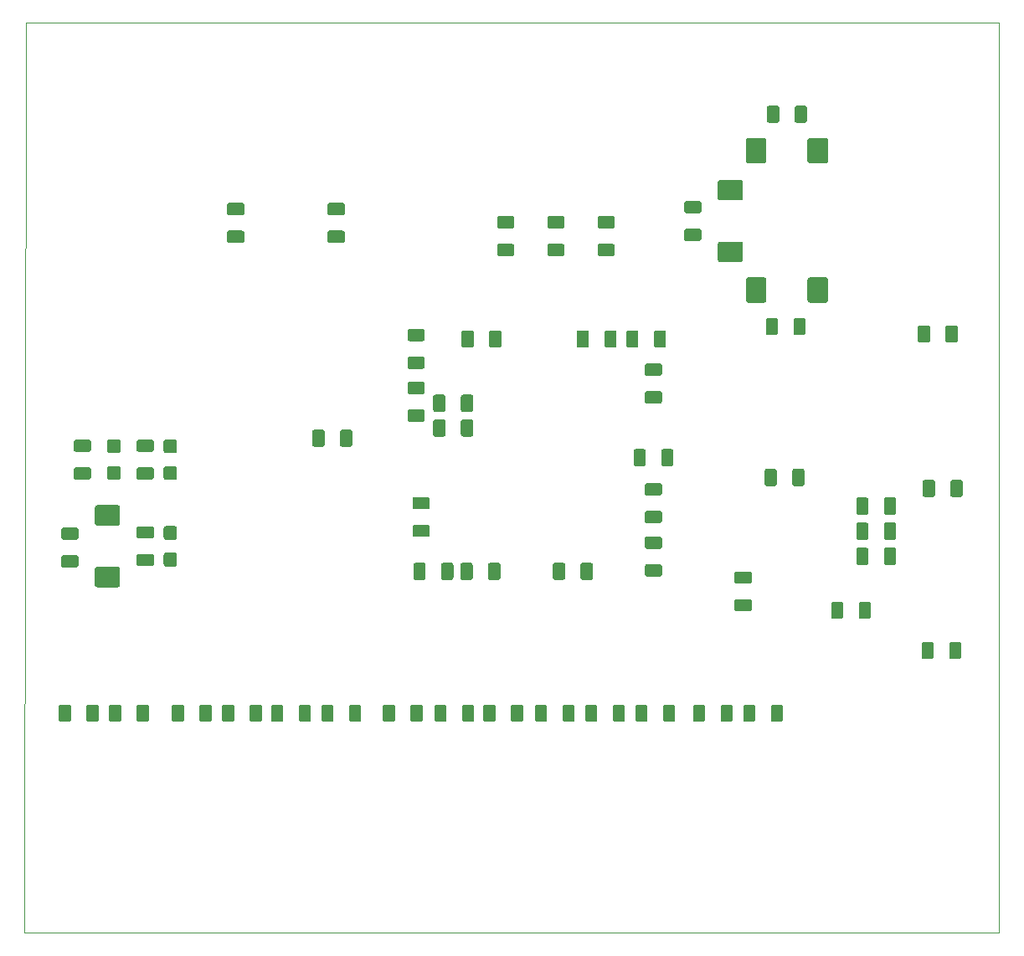
<source format=gbr>
G04 #@! TF.GenerationSoftware,KiCad,Pcbnew,5.1.5+dfsg1-2build2*
G04 #@! TF.CreationDate,2021-07-06T13:38:07+01:00*
G04 #@! TF.ProjectId,Video+Sound,56696465-6f2b-4536-9f75-6e642e6b6963,rev?*
G04 #@! TF.SameCoordinates,Original*
G04 #@! TF.FileFunction,Paste,Bot*
G04 #@! TF.FilePolarity,Positive*
%FSLAX46Y46*%
G04 Gerber Fmt 4.6, Leading zero omitted, Abs format (unit mm)*
G04 Created by KiCad (PCBNEW 5.1.5+dfsg1-2build2) date 2021-07-06 13:38:07*
%MOMM*%
%LPD*%
G04 APERTURE LIST*
%ADD10C,0.050000*%
%ADD11C,0.100000*%
G04 APERTURE END LIST*
D10*
X74041000Y-63500000D02*
X73914000Y-155575000D01*
X172466000Y-63500000D02*
X74041000Y-63500000D01*
X172466000Y-155575000D02*
X172466000Y-63500000D01*
X73914000Y-155575000D02*
X172466000Y-155575000D01*
D11*
G36*
X146337504Y-85642204D02*
G01*
X146361773Y-85645804D01*
X146385571Y-85651765D01*
X146408671Y-85660030D01*
X146430849Y-85670520D01*
X146451893Y-85683133D01*
X146471598Y-85697747D01*
X146489777Y-85714223D01*
X146506253Y-85732402D01*
X146520867Y-85752107D01*
X146533480Y-85773151D01*
X146543970Y-85795329D01*
X146552235Y-85818429D01*
X146558196Y-85842227D01*
X146561796Y-85866496D01*
X146563000Y-85891000D01*
X146563000Y-87466000D01*
X146561796Y-87490504D01*
X146558196Y-87514773D01*
X146552235Y-87538571D01*
X146543970Y-87561671D01*
X146533480Y-87583849D01*
X146520867Y-87604893D01*
X146506253Y-87624598D01*
X146489777Y-87642777D01*
X146471598Y-87659253D01*
X146451893Y-87673867D01*
X146430849Y-87686480D01*
X146408671Y-87696970D01*
X146385571Y-87705235D01*
X146361773Y-87711196D01*
X146337504Y-87714796D01*
X146313000Y-87716000D01*
X144263000Y-87716000D01*
X144238496Y-87714796D01*
X144214227Y-87711196D01*
X144190429Y-87705235D01*
X144167329Y-87696970D01*
X144145151Y-87686480D01*
X144124107Y-87673867D01*
X144104402Y-87659253D01*
X144086223Y-87642777D01*
X144069747Y-87624598D01*
X144055133Y-87604893D01*
X144042520Y-87583849D01*
X144032030Y-87561671D01*
X144023765Y-87538571D01*
X144017804Y-87514773D01*
X144014204Y-87490504D01*
X144013000Y-87466000D01*
X144013000Y-85891000D01*
X144014204Y-85866496D01*
X144017804Y-85842227D01*
X144023765Y-85818429D01*
X144032030Y-85795329D01*
X144042520Y-85773151D01*
X144055133Y-85752107D01*
X144069747Y-85732402D01*
X144086223Y-85714223D01*
X144104402Y-85697747D01*
X144124107Y-85683133D01*
X144145151Y-85670520D01*
X144167329Y-85660030D01*
X144190429Y-85651765D01*
X144214227Y-85645804D01*
X144238496Y-85642204D01*
X144263000Y-85641000D01*
X146313000Y-85641000D01*
X146337504Y-85642204D01*
G37*
G36*
X146337504Y-79417204D02*
G01*
X146361773Y-79420804D01*
X146385571Y-79426765D01*
X146408671Y-79435030D01*
X146430849Y-79445520D01*
X146451893Y-79458133D01*
X146471598Y-79472747D01*
X146489777Y-79489223D01*
X146506253Y-79507402D01*
X146520867Y-79527107D01*
X146533480Y-79548151D01*
X146543970Y-79570329D01*
X146552235Y-79593429D01*
X146558196Y-79617227D01*
X146561796Y-79641496D01*
X146563000Y-79666000D01*
X146563000Y-81241000D01*
X146561796Y-81265504D01*
X146558196Y-81289773D01*
X146552235Y-81313571D01*
X146543970Y-81336671D01*
X146533480Y-81358849D01*
X146520867Y-81379893D01*
X146506253Y-81399598D01*
X146489777Y-81417777D01*
X146471598Y-81434253D01*
X146451893Y-81448867D01*
X146430849Y-81461480D01*
X146408671Y-81471970D01*
X146385571Y-81480235D01*
X146361773Y-81486196D01*
X146337504Y-81489796D01*
X146313000Y-81491000D01*
X144263000Y-81491000D01*
X144238496Y-81489796D01*
X144214227Y-81486196D01*
X144190429Y-81480235D01*
X144167329Y-81471970D01*
X144145151Y-81461480D01*
X144124107Y-81448867D01*
X144104402Y-81434253D01*
X144086223Y-81417777D01*
X144069747Y-81399598D01*
X144055133Y-81379893D01*
X144042520Y-81358849D01*
X144032030Y-81336671D01*
X144023765Y-81313571D01*
X144017804Y-81289773D01*
X144014204Y-81265504D01*
X144013000Y-81241000D01*
X144013000Y-79666000D01*
X144014204Y-79641496D01*
X144017804Y-79617227D01*
X144023765Y-79593429D01*
X144032030Y-79570329D01*
X144042520Y-79548151D01*
X144055133Y-79527107D01*
X144069747Y-79507402D01*
X144086223Y-79489223D01*
X144104402Y-79472747D01*
X144124107Y-79458133D01*
X144145151Y-79445520D01*
X144167329Y-79435030D01*
X144190429Y-79426765D01*
X144214227Y-79420804D01*
X144238496Y-79417204D01*
X144263000Y-79416000D01*
X146313000Y-79416000D01*
X146337504Y-79417204D01*
G37*
G36*
X148702504Y-75180204D02*
G01*
X148726773Y-75183804D01*
X148750571Y-75189765D01*
X148773671Y-75198030D01*
X148795849Y-75208520D01*
X148816893Y-75221133D01*
X148836598Y-75235747D01*
X148854777Y-75252223D01*
X148871253Y-75270402D01*
X148885867Y-75290107D01*
X148898480Y-75311151D01*
X148908970Y-75333329D01*
X148917235Y-75356429D01*
X148923196Y-75380227D01*
X148926796Y-75404496D01*
X148928000Y-75429000D01*
X148928000Y-77479000D01*
X148926796Y-77503504D01*
X148923196Y-77527773D01*
X148917235Y-77551571D01*
X148908970Y-77574671D01*
X148898480Y-77596849D01*
X148885867Y-77617893D01*
X148871253Y-77637598D01*
X148854777Y-77655777D01*
X148836598Y-77672253D01*
X148816893Y-77686867D01*
X148795849Y-77699480D01*
X148773671Y-77709970D01*
X148750571Y-77718235D01*
X148726773Y-77724196D01*
X148702504Y-77727796D01*
X148678000Y-77729000D01*
X147103000Y-77729000D01*
X147078496Y-77727796D01*
X147054227Y-77724196D01*
X147030429Y-77718235D01*
X147007329Y-77709970D01*
X146985151Y-77699480D01*
X146964107Y-77686867D01*
X146944402Y-77672253D01*
X146926223Y-77655777D01*
X146909747Y-77637598D01*
X146895133Y-77617893D01*
X146882520Y-77596849D01*
X146872030Y-77574671D01*
X146863765Y-77551571D01*
X146857804Y-77527773D01*
X146854204Y-77503504D01*
X146853000Y-77479000D01*
X146853000Y-75429000D01*
X146854204Y-75404496D01*
X146857804Y-75380227D01*
X146863765Y-75356429D01*
X146872030Y-75333329D01*
X146882520Y-75311151D01*
X146895133Y-75290107D01*
X146909747Y-75270402D01*
X146926223Y-75252223D01*
X146944402Y-75235747D01*
X146964107Y-75221133D01*
X146985151Y-75208520D01*
X147007329Y-75198030D01*
X147030429Y-75189765D01*
X147054227Y-75183804D01*
X147078496Y-75180204D01*
X147103000Y-75179000D01*
X148678000Y-75179000D01*
X148702504Y-75180204D01*
G37*
G36*
X154927504Y-75180204D02*
G01*
X154951773Y-75183804D01*
X154975571Y-75189765D01*
X154998671Y-75198030D01*
X155020849Y-75208520D01*
X155041893Y-75221133D01*
X155061598Y-75235747D01*
X155079777Y-75252223D01*
X155096253Y-75270402D01*
X155110867Y-75290107D01*
X155123480Y-75311151D01*
X155133970Y-75333329D01*
X155142235Y-75356429D01*
X155148196Y-75380227D01*
X155151796Y-75404496D01*
X155153000Y-75429000D01*
X155153000Y-77479000D01*
X155151796Y-77503504D01*
X155148196Y-77527773D01*
X155142235Y-77551571D01*
X155133970Y-77574671D01*
X155123480Y-77596849D01*
X155110867Y-77617893D01*
X155096253Y-77637598D01*
X155079777Y-77655777D01*
X155061598Y-77672253D01*
X155041893Y-77686867D01*
X155020849Y-77699480D01*
X154998671Y-77709970D01*
X154975571Y-77718235D01*
X154951773Y-77724196D01*
X154927504Y-77727796D01*
X154903000Y-77729000D01*
X153328000Y-77729000D01*
X153303496Y-77727796D01*
X153279227Y-77724196D01*
X153255429Y-77718235D01*
X153232329Y-77709970D01*
X153210151Y-77699480D01*
X153189107Y-77686867D01*
X153169402Y-77672253D01*
X153151223Y-77655777D01*
X153134747Y-77637598D01*
X153120133Y-77617893D01*
X153107520Y-77596849D01*
X153097030Y-77574671D01*
X153088765Y-77551571D01*
X153082804Y-77527773D01*
X153079204Y-77503504D01*
X153078000Y-77479000D01*
X153078000Y-75429000D01*
X153079204Y-75404496D01*
X153082804Y-75380227D01*
X153088765Y-75356429D01*
X153097030Y-75333329D01*
X153107520Y-75311151D01*
X153120133Y-75290107D01*
X153134747Y-75270402D01*
X153151223Y-75252223D01*
X153169402Y-75235747D01*
X153189107Y-75221133D01*
X153210151Y-75208520D01*
X153232329Y-75198030D01*
X153255429Y-75189765D01*
X153279227Y-75183804D01*
X153303496Y-75180204D01*
X153328000Y-75179000D01*
X154903000Y-75179000D01*
X154927504Y-75180204D01*
G37*
G36*
X154927504Y-89277204D02*
G01*
X154951773Y-89280804D01*
X154975571Y-89286765D01*
X154998671Y-89295030D01*
X155020849Y-89305520D01*
X155041893Y-89318133D01*
X155061598Y-89332747D01*
X155079777Y-89349223D01*
X155096253Y-89367402D01*
X155110867Y-89387107D01*
X155123480Y-89408151D01*
X155133970Y-89430329D01*
X155142235Y-89453429D01*
X155148196Y-89477227D01*
X155151796Y-89501496D01*
X155153000Y-89526000D01*
X155153000Y-91576000D01*
X155151796Y-91600504D01*
X155148196Y-91624773D01*
X155142235Y-91648571D01*
X155133970Y-91671671D01*
X155123480Y-91693849D01*
X155110867Y-91714893D01*
X155096253Y-91734598D01*
X155079777Y-91752777D01*
X155061598Y-91769253D01*
X155041893Y-91783867D01*
X155020849Y-91796480D01*
X154998671Y-91806970D01*
X154975571Y-91815235D01*
X154951773Y-91821196D01*
X154927504Y-91824796D01*
X154903000Y-91826000D01*
X153328000Y-91826000D01*
X153303496Y-91824796D01*
X153279227Y-91821196D01*
X153255429Y-91815235D01*
X153232329Y-91806970D01*
X153210151Y-91796480D01*
X153189107Y-91783867D01*
X153169402Y-91769253D01*
X153151223Y-91752777D01*
X153134747Y-91734598D01*
X153120133Y-91714893D01*
X153107520Y-91693849D01*
X153097030Y-91671671D01*
X153088765Y-91648571D01*
X153082804Y-91624773D01*
X153079204Y-91600504D01*
X153078000Y-91576000D01*
X153078000Y-89526000D01*
X153079204Y-89501496D01*
X153082804Y-89477227D01*
X153088765Y-89453429D01*
X153097030Y-89430329D01*
X153107520Y-89408151D01*
X153120133Y-89387107D01*
X153134747Y-89367402D01*
X153151223Y-89349223D01*
X153169402Y-89332747D01*
X153189107Y-89318133D01*
X153210151Y-89305520D01*
X153232329Y-89295030D01*
X153255429Y-89286765D01*
X153279227Y-89280804D01*
X153303496Y-89277204D01*
X153328000Y-89276000D01*
X154903000Y-89276000D01*
X154927504Y-89277204D01*
G37*
G36*
X148702504Y-89277204D02*
G01*
X148726773Y-89280804D01*
X148750571Y-89286765D01*
X148773671Y-89295030D01*
X148795849Y-89305520D01*
X148816893Y-89318133D01*
X148836598Y-89332747D01*
X148854777Y-89349223D01*
X148871253Y-89367402D01*
X148885867Y-89387107D01*
X148898480Y-89408151D01*
X148908970Y-89430329D01*
X148917235Y-89453429D01*
X148923196Y-89477227D01*
X148926796Y-89501496D01*
X148928000Y-89526000D01*
X148928000Y-91576000D01*
X148926796Y-91600504D01*
X148923196Y-91624773D01*
X148917235Y-91648571D01*
X148908970Y-91671671D01*
X148898480Y-91693849D01*
X148885867Y-91714893D01*
X148871253Y-91734598D01*
X148854777Y-91752777D01*
X148836598Y-91769253D01*
X148816893Y-91783867D01*
X148795849Y-91796480D01*
X148773671Y-91806970D01*
X148750571Y-91815235D01*
X148726773Y-91821196D01*
X148702504Y-91824796D01*
X148678000Y-91826000D01*
X147103000Y-91826000D01*
X147078496Y-91824796D01*
X147054227Y-91821196D01*
X147030429Y-91815235D01*
X147007329Y-91806970D01*
X146985151Y-91796480D01*
X146964107Y-91783867D01*
X146944402Y-91769253D01*
X146926223Y-91752777D01*
X146909747Y-91734598D01*
X146895133Y-91714893D01*
X146882520Y-91693849D01*
X146872030Y-91671671D01*
X146863765Y-91648571D01*
X146857804Y-91624773D01*
X146854204Y-91600504D01*
X146853000Y-91576000D01*
X146853000Y-89526000D01*
X146854204Y-89501496D01*
X146857804Y-89477227D01*
X146863765Y-89453429D01*
X146872030Y-89430329D01*
X146882520Y-89408151D01*
X146895133Y-89387107D01*
X146909747Y-89367402D01*
X146926223Y-89349223D01*
X146944402Y-89332747D01*
X146964107Y-89318133D01*
X146985151Y-89305520D01*
X147007329Y-89295030D01*
X147030429Y-89286765D01*
X147054227Y-89280804D01*
X147078496Y-89277204D01*
X147103000Y-89276000D01*
X148678000Y-89276000D01*
X148702504Y-89277204D01*
G37*
G36*
X165245504Y-94122204D02*
G01*
X165269773Y-94125804D01*
X165293571Y-94131765D01*
X165316671Y-94140030D01*
X165338849Y-94150520D01*
X165359893Y-94163133D01*
X165379598Y-94177747D01*
X165397777Y-94194223D01*
X165414253Y-94212402D01*
X165428867Y-94232107D01*
X165441480Y-94253151D01*
X165451970Y-94275329D01*
X165460235Y-94298429D01*
X165466196Y-94322227D01*
X165469796Y-94346496D01*
X165471000Y-94371000D01*
X165471000Y-95621000D01*
X165469796Y-95645504D01*
X165466196Y-95669773D01*
X165460235Y-95693571D01*
X165451970Y-95716671D01*
X165441480Y-95738849D01*
X165428867Y-95759893D01*
X165414253Y-95779598D01*
X165397777Y-95797777D01*
X165379598Y-95814253D01*
X165359893Y-95828867D01*
X165338849Y-95841480D01*
X165316671Y-95851970D01*
X165293571Y-95860235D01*
X165269773Y-95866196D01*
X165245504Y-95869796D01*
X165221000Y-95871000D01*
X164471000Y-95871000D01*
X164446496Y-95869796D01*
X164422227Y-95866196D01*
X164398429Y-95860235D01*
X164375329Y-95851970D01*
X164353151Y-95841480D01*
X164332107Y-95828867D01*
X164312402Y-95814253D01*
X164294223Y-95797777D01*
X164277747Y-95779598D01*
X164263133Y-95759893D01*
X164250520Y-95738849D01*
X164240030Y-95716671D01*
X164231765Y-95693571D01*
X164225804Y-95669773D01*
X164222204Y-95645504D01*
X164221000Y-95621000D01*
X164221000Y-94371000D01*
X164222204Y-94346496D01*
X164225804Y-94322227D01*
X164231765Y-94298429D01*
X164240030Y-94275329D01*
X164250520Y-94253151D01*
X164263133Y-94232107D01*
X164277747Y-94212402D01*
X164294223Y-94194223D01*
X164312402Y-94177747D01*
X164332107Y-94163133D01*
X164353151Y-94150520D01*
X164375329Y-94140030D01*
X164398429Y-94131765D01*
X164422227Y-94125804D01*
X164446496Y-94122204D01*
X164471000Y-94121000D01*
X165221000Y-94121000D01*
X165245504Y-94122204D01*
G37*
G36*
X168045504Y-94122204D02*
G01*
X168069773Y-94125804D01*
X168093571Y-94131765D01*
X168116671Y-94140030D01*
X168138849Y-94150520D01*
X168159893Y-94163133D01*
X168179598Y-94177747D01*
X168197777Y-94194223D01*
X168214253Y-94212402D01*
X168228867Y-94232107D01*
X168241480Y-94253151D01*
X168251970Y-94275329D01*
X168260235Y-94298429D01*
X168266196Y-94322227D01*
X168269796Y-94346496D01*
X168271000Y-94371000D01*
X168271000Y-95621000D01*
X168269796Y-95645504D01*
X168266196Y-95669773D01*
X168260235Y-95693571D01*
X168251970Y-95716671D01*
X168241480Y-95738849D01*
X168228867Y-95759893D01*
X168214253Y-95779598D01*
X168197777Y-95797777D01*
X168179598Y-95814253D01*
X168159893Y-95828867D01*
X168138849Y-95841480D01*
X168116671Y-95851970D01*
X168093571Y-95860235D01*
X168069773Y-95866196D01*
X168045504Y-95869796D01*
X168021000Y-95871000D01*
X167271000Y-95871000D01*
X167246496Y-95869796D01*
X167222227Y-95866196D01*
X167198429Y-95860235D01*
X167175329Y-95851970D01*
X167153151Y-95841480D01*
X167132107Y-95828867D01*
X167112402Y-95814253D01*
X167094223Y-95797777D01*
X167077747Y-95779598D01*
X167063133Y-95759893D01*
X167050520Y-95738849D01*
X167040030Y-95716671D01*
X167031765Y-95693571D01*
X167025804Y-95669773D01*
X167022204Y-95645504D01*
X167021000Y-95621000D01*
X167021000Y-94371000D01*
X167022204Y-94346496D01*
X167025804Y-94322227D01*
X167031765Y-94298429D01*
X167040030Y-94275329D01*
X167050520Y-94253151D01*
X167063133Y-94232107D01*
X167077747Y-94212402D01*
X167094223Y-94194223D01*
X167112402Y-94177747D01*
X167132107Y-94163133D01*
X167153151Y-94150520D01*
X167175329Y-94140030D01*
X167198429Y-94131765D01*
X167222227Y-94125804D01*
X167246496Y-94122204D01*
X167271000Y-94121000D01*
X168021000Y-94121000D01*
X168045504Y-94122204D01*
G37*
G36*
X142127504Y-84339204D02*
G01*
X142151773Y-84342804D01*
X142175571Y-84348765D01*
X142198671Y-84357030D01*
X142220849Y-84367520D01*
X142241893Y-84380133D01*
X142261598Y-84394747D01*
X142279777Y-84411223D01*
X142296253Y-84429402D01*
X142310867Y-84449107D01*
X142323480Y-84470151D01*
X142333970Y-84492329D01*
X142342235Y-84515429D01*
X142348196Y-84539227D01*
X142351796Y-84563496D01*
X142353000Y-84588000D01*
X142353000Y-85338000D01*
X142351796Y-85362504D01*
X142348196Y-85386773D01*
X142342235Y-85410571D01*
X142333970Y-85433671D01*
X142323480Y-85455849D01*
X142310867Y-85476893D01*
X142296253Y-85496598D01*
X142279777Y-85514777D01*
X142261598Y-85531253D01*
X142241893Y-85545867D01*
X142220849Y-85558480D01*
X142198671Y-85568970D01*
X142175571Y-85577235D01*
X142151773Y-85583196D01*
X142127504Y-85586796D01*
X142103000Y-85588000D01*
X140853000Y-85588000D01*
X140828496Y-85586796D01*
X140804227Y-85583196D01*
X140780429Y-85577235D01*
X140757329Y-85568970D01*
X140735151Y-85558480D01*
X140714107Y-85545867D01*
X140694402Y-85531253D01*
X140676223Y-85514777D01*
X140659747Y-85496598D01*
X140645133Y-85476893D01*
X140632520Y-85455849D01*
X140622030Y-85433671D01*
X140613765Y-85410571D01*
X140607804Y-85386773D01*
X140604204Y-85362504D01*
X140603000Y-85338000D01*
X140603000Y-84588000D01*
X140604204Y-84563496D01*
X140607804Y-84539227D01*
X140613765Y-84515429D01*
X140622030Y-84492329D01*
X140632520Y-84470151D01*
X140645133Y-84449107D01*
X140659747Y-84429402D01*
X140676223Y-84411223D01*
X140694402Y-84394747D01*
X140714107Y-84380133D01*
X140735151Y-84367520D01*
X140757329Y-84357030D01*
X140780429Y-84348765D01*
X140804227Y-84342804D01*
X140828496Y-84339204D01*
X140853000Y-84338000D01*
X142103000Y-84338000D01*
X142127504Y-84339204D01*
G37*
G36*
X142127504Y-81539204D02*
G01*
X142151773Y-81542804D01*
X142175571Y-81548765D01*
X142198671Y-81557030D01*
X142220849Y-81567520D01*
X142241893Y-81580133D01*
X142261598Y-81594747D01*
X142279777Y-81611223D01*
X142296253Y-81629402D01*
X142310867Y-81649107D01*
X142323480Y-81670151D01*
X142333970Y-81692329D01*
X142342235Y-81715429D01*
X142348196Y-81739227D01*
X142351796Y-81763496D01*
X142353000Y-81788000D01*
X142353000Y-82538000D01*
X142351796Y-82562504D01*
X142348196Y-82586773D01*
X142342235Y-82610571D01*
X142333970Y-82633671D01*
X142323480Y-82655849D01*
X142310867Y-82676893D01*
X142296253Y-82696598D01*
X142279777Y-82714777D01*
X142261598Y-82731253D01*
X142241893Y-82745867D01*
X142220849Y-82758480D01*
X142198671Y-82768970D01*
X142175571Y-82777235D01*
X142151773Y-82783196D01*
X142127504Y-82786796D01*
X142103000Y-82788000D01*
X140853000Y-82788000D01*
X140828496Y-82786796D01*
X140804227Y-82783196D01*
X140780429Y-82777235D01*
X140757329Y-82768970D01*
X140735151Y-82758480D01*
X140714107Y-82745867D01*
X140694402Y-82731253D01*
X140676223Y-82714777D01*
X140659747Y-82696598D01*
X140645133Y-82676893D01*
X140632520Y-82655849D01*
X140622030Y-82633671D01*
X140613765Y-82610571D01*
X140607804Y-82586773D01*
X140604204Y-82562504D01*
X140603000Y-82538000D01*
X140603000Y-81788000D01*
X140604204Y-81763496D01*
X140607804Y-81739227D01*
X140613765Y-81715429D01*
X140622030Y-81692329D01*
X140632520Y-81670151D01*
X140645133Y-81649107D01*
X140659747Y-81629402D01*
X140676223Y-81611223D01*
X140694402Y-81594747D01*
X140714107Y-81580133D01*
X140735151Y-81567520D01*
X140757329Y-81557030D01*
X140780429Y-81548765D01*
X140804227Y-81542804D01*
X140828496Y-81539204D01*
X140853000Y-81538000D01*
X142103000Y-81538000D01*
X142127504Y-81539204D01*
G37*
G36*
X149999504Y-71897204D02*
G01*
X150023773Y-71900804D01*
X150047571Y-71906765D01*
X150070671Y-71915030D01*
X150092849Y-71925520D01*
X150113893Y-71938133D01*
X150133598Y-71952747D01*
X150151777Y-71969223D01*
X150168253Y-71987402D01*
X150182867Y-72007107D01*
X150195480Y-72028151D01*
X150205970Y-72050329D01*
X150214235Y-72073429D01*
X150220196Y-72097227D01*
X150223796Y-72121496D01*
X150225000Y-72146000D01*
X150225000Y-73396000D01*
X150223796Y-73420504D01*
X150220196Y-73444773D01*
X150214235Y-73468571D01*
X150205970Y-73491671D01*
X150195480Y-73513849D01*
X150182867Y-73534893D01*
X150168253Y-73554598D01*
X150151777Y-73572777D01*
X150133598Y-73589253D01*
X150113893Y-73603867D01*
X150092849Y-73616480D01*
X150070671Y-73626970D01*
X150047571Y-73635235D01*
X150023773Y-73641196D01*
X149999504Y-73644796D01*
X149975000Y-73646000D01*
X149225000Y-73646000D01*
X149200496Y-73644796D01*
X149176227Y-73641196D01*
X149152429Y-73635235D01*
X149129329Y-73626970D01*
X149107151Y-73616480D01*
X149086107Y-73603867D01*
X149066402Y-73589253D01*
X149048223Y-73572777D01*
X149031747Y-73554598D01*
X149017133Y-73534893D01*
X149004520Y-73513849D01*
X148994030Y-73491671D01*
X148985765Y-73468571D01*
X148979804Y-73444773D01*
X148976204Y-73420504D01*
X148975000Y-73396000D01*
X148975000Y-72146000D01*
X148976204Y-72121496D01*
X148979804Y-72097227D01*
X148985765Y-72073429D01*
X148994030Y-72050329D01*
X149004520Y-72028151D01*
X149017133Y-72007107D01*
X149031747Y-71987402D01*
X149048223Y-71969223D01*
X149066402Y-71952747D01*
X149086107Y-71938133D01*
X149107151Y-71925520D01*
X149129329Y-71915030D01*
X149152429Y-71906765D01*
X149176227Y-71900804D01*
X149200496Y-71897204D01*
X149225000Y-71896000D01*
X149975000Y-71896000D01*
X149999504Y-71897204D01*
G37*
G36*
X152799504Y-71897204D02*
G01*
X152823773Y-71900804D01*
X152847571Y-71906765D01*
X152870671Y-71915030D01*
X152892849Y-71925520D01*
X152913893Y-71938133D01*
X152933598Y-71952747D01*
X152951777Y-71969223D01*
X152968253Y-71987402D01*
X152982867Y-72007107D01*
X152995480Y-72028151D01*
X153005970Y-72050329D01*
X153014235Y-72073429D01*
X153020196Y-72097227D01*
X153023796Y-72121496D01*
X153025000Y-72146000D01*
X153025000Y-73396000D01*
X153023796Y-73420504D01*
X153020196Y-73444773D01*
X153014235Y-73468571D01*
X153005970Y-73491671D01*
X152995480Y-73513849D01*
X152982867Y-73534893D01*
X152968253Y-73554598D01*
X152951777Y-73572777D01*
X152933598Y-73589253D01*
X152913893Y-73603867D01*
X152892849Y-73616480D01*
X152870671Y-73626970D01*
X152847571Y-73635235D01*
X152823773Y-73641196D01*
X152799504Y-73644796D01*
X152775000Y-73646000D01*
X152025000Y-73646000D01*
X152000496Y-73644796D01*
X151976227Y-73641196D01*
X151952429Y-73635235D01*
X151929329Y-73626970D01*
X151907151Y-73616480D01*
X151886107Y-73603867D01*
X151866402Y-73589253D01*
X151848223Y-73572777D01*
X151831747Y-73554598D01*
X151817133Y-73534893D01*
X151804520Y-73513849D01*
X151794030Y-73491671D01*
X151785765Y-73468571D01*
X151779804Y-73444773D01*
X151776204Y-73420504D01*
X151775000Y-73396000D01*
X151775000Y-72146000D01*
X151776204Y-72121496D01*
X151779804Y-72097227D01*
X151785765Y-72073429D01*
X151794030Y-72050329D01*
X151804520Y-72028151D01*
X151817133Y-72007107D01*
X151831747Y-71987402D01*
X151848223Y-71969223D01*
X151866402Y-71952747D01*
X151886107Y-71938133D01*
X151907151Y-71925520D01*
X151929329Y-71915030D01*
X151952429Y-71906765D01*
X151976227Y-71900804D01*
X152000496Y-71897204D01*
X152025000Y-71896000D01*
X152775000Y-71896000D01*
X152799504Y-71897204D01*
G37*
G36*
X152675504Y-93360204D02*
G01*
X152699773Y-93363804D01*
X152723571Y-93369765D01*
X152746671Y-93378030D01*
X152768849Y-93388520D01*
X152789893Y-93401133D01*
X152809598Y-93415747D01*
X152827777Y-93432223D01*
X152844253Y-93450402D01*
X152858867Y-93470107D01*
X152871480Y-93491151D01*
X152881970Y-93513329D01*
X152890235Y-93536429D01*
X152896196Y-93560227D01*
X152899796Y-93584496D01*
X152901000Y-93609000D01*
X152901000Y-94859000D01*
X152899796Y-94883504D01*
X152896196Y-94907773D01*
X152890235Y-94931571D01*
X152881970Y-94954671D01*
X152871480Y-94976849D01*
X152858867Y-94997893D01*
X152844253Y-95017598D01*
X152827777Y-95035777D01*
X152809598Y-95052253D01*
X152789893Y-95066867D01*
X152768849Y-95079480D01*
X152746671Y-95089970D01*
X152723571Y-95098235D01*
X152699773Y-95104196D01*
X152675504Y-95107796D01*
X152651000Y-95109000D01*
X151901000Y-95109000D01*
X151876496Y-95107796D01*
X151852227Y-95104196D01*
X151828429Y-95098235D01*
X151805329Y-95089970D01*
X151783151Y-95079480D01*
X151762107Y-95066867D01*
X151742402Y-95052253D01*
X151724223Y-95035777D01*
X151707747Y-95017598D01*
X151693133Y-94997893D01*
X151680520Y-94976849D01*
X151670030Y-94954671D01*
X151661765Y-94931571D01*
X151655804Y-94907773D01*
X151652204Y-94883504D01*
X151651000Y-94859000D01*
X151651000Y-93609000D01*
X151652204Y-93584496D01*
X151655804Y-93560227D01*
X151661765Y-93536429D01*
X151670030Y-93513329D01*
X151680520Y-93491151D01*
X151693133Y-93470107D01*
X151707747Y-93450402D01*
X151724223Y-93432223D01*
X151742402Y-93415747D01*
X151762107Y-93401133D01*
X151783151Y-93388520D01*
X151805329Y-93378030D01*
X151828429Y-93369765D01*
X151852227Y-93363804D01*
X151876496Y-93360204D01*
X151901000Y-93359000D01*
X152651000Y-93359000D01*
X152675504Y-93360204D01*
G37*
G36*
X149875504Y-93360204D02*
G01*
X149899773Y-93363804D01*
X149923571Y-93369765D01*
X149946671Y-93378030D01*
X149968849Y-93388520D01*
X149989893Y-93401133D01*
X150009598Y-93415747D01*
X150027777Y-93432223D01*
X150044253Y-93450402D01*
X150058867Y-93470107D01*
X150071480Y-93491151D01*
X150081970Y-93513329D01*
X150090235Y-93536429D01*
X150096196Y-93560227D01*
X150099796Y-93584496D01*
X150101000Y-93609000D01*
X150101000Y-94859000D01*
X150099796Y-94883504D01*
X150096196Y-94907773D01*
X150090235Y-94931571D01*
X150081970Y-94954671D01*
X150071480Y-94976849D01*
X150058867Y-94997893D01*
X150044253Y-95017598D01*
X150027777Y-95035777D01*
X150009598Y-95052253D01*
X149989893Y-95066867D01*
X149968849Y-95079480D01*
X149946671Y-95089970D01*
X149923571Y-95098235D01*
X149899773Y-95104196D01*
X149875504Y-95107796D01*
X149851000Y-95109000D01*
X149101000Y-95109000D01*
X149076496Y-95107796D01*
X149052227Y-95104196D01*
X149028429Y-95098235D01*
X149005329Y-95089970D01*
X148983151Y-95079480D01*
X148962107Y-95066867D01*
X148942402Y-95052253D01*
X148924223Y-95035777D01*
X148907747Y-95017598D01*
X148893133Y-94997893D01*
X148880520Y-94976849D01*
X148870030Y-94954671D01*
X148861765Y-94931571D01*
X148855804Y-94907773D01*
X148852204Y-94883504D01*
X148851000Y-94859000D01*
X148851000Y-93609000D01*
X148852204Y-93584496D01*
X148855804Y-93560227D01*
X148861765Y-93536429D01*
X148870030Y-93513329D01*
X148880520Y-93491151D01*
X148893133Y-93470107D01*
X148907747Y-93450402D01*
X148924223Y-93432223D01*
X148942402Y-93415747D01*
X148962107Y-93401133D01*
X148983151Y-93388520D01*
X149005329Y-93378030D01*
X149028429Y-93369765D01*
X149052227Y-93363804D01*
X149076496Y-93360204D01*
X149101000Y-93359000D01*
X149851000Y-93359000D01*
X149875504Y-93360204D01*
G37*
G36*
X83345504Y-112310204D02*
G01*
X83369773Y-112313804D01*
X83393571Y-112319765D01*
X83416671Y-112328030D01*
X83438849Y-112338520D01*
X83459893Y-112351133D01*
X83479598Y-112365747D01*
X83497777Y-112382223D01*
X83514253Y-112400402D01*
X83528867Y-112420107D01*
X83541480Y-112441151D01*
X83551970Y-112463329D01*
X83560235Y-112486429D01*
X83566196Y-112510227D01*
X83569796Y-112534496D01*
X83571000Y-112559000D01*
X83571000Y-114134000D01*
X83569796Y-114158504D01*
X83566196Y-114182773D01*
X83560235Y-114206571D01*
X83551970Y-114229671D01*
X83541480Y-114251849D01*
X83528867Y-114272893D01*
X83514253Y-114292598D01*
X83497777Y-114310777D01*
X83479598Y-114327253D01*
X83459893Y-114341867D01*
X83438849Y-114354480D01*
X83416671Y-114364970D01*
X83393571Y-114373235D01*
X83369773Y-114379196D01*
X83345504Y-114382796D01*
X83321000Y-114384000D01*
X81271000Y-114384000D01*
X81246496Y-114382796D01*
X81222227Y-114379196D01*
X81198429Y-114373235D01*
X81175329Y-114364970D01*
X81153151Y-114354480D01*
X81132107Y-114341867D01*
X81112402Y-114327253D01*
X81094223Y-114310777D01*
X81077747Y-114292598D01*
X81063133Y-114272893D01*
X81050520Y-114251849D01*
X81040030Y-114229671D01*
X81031765Y-114206571D01*
X81025804Y-114182773D01*
X81022204Y-114158504D01*
X81021000Y-114134000D01*
X81021000Y-112559000D01*
X81022204Y-112534496D01*
X81025804Y-112510227D01*
X81031765Y-112486429D01*
X81040030Y-112463329D01*
X81050520Y-112441151D01*
X81063133Y-112420107D01*
X81077747Y-112400402D01*
X81094223Y-112382223D01*
X81112402Y-112365747D01*
X81132107Y-112351133D01*
X81153151Y-112338520D01*
X81175329Y-112328030D01*
X81198429Y-112319765D01*
X81222227Y-112313804D01*
X81246496Y-112310204D01*
X81271000Y-112309000D01*
X83321000Y-112309000D01*
X83345504Y-112310204D01*
G37*
G36*
X83345504Y-118535204D02*
G01*
X83369773Y-118538804D01*
X83393571Y-118544765D01*
X83416671Y-118553030D01*
X83438849Y-118563520D01*
X83459893Y-118576133D01*
X83479598Y-118590747D01*
X83497777Y-118607223D01*
X83514253Y-118625402D01*
X83528867Y-118645107D01*
X83541480Y-118666151D01*
X83551970Y-118688329D01*
X83560235Y-118711429D01*
X83566196Y-118735227D01*
X83569796Y-118759496D01*
X83571000Y-118784000D01*
X83571000Y-120359000D01*
X83569796Y-120383504D01*
X83566196Y-120407773D01*
X83560235Y-120431571D01*
X83551970Y-120454671D01*
X83541480Y-120476849D01*
X83528867Y-120497893D01*
X83514253Y-120517598D01*
X83497777Y-120535777D01*
X83479598Y-120552253D01*
X83459893Y-120566867D01*
X83438849Y-120579480D01*
X83416671Y-120589970D01*
X83393571Y-120598235D01*
X83369773Y-120604196D01*
X83345504Y-120607796D01*
X83321000Y-120609000D01*
X81271000Y-120609000D01*
X81246496Y-120607796D01*
X81222227Y-120604196D01*
X81198429Y-120598235D01*
X81175329Y-120589970D01*
X81153151Y-120579480D01*
X81132107Y-120566867D01*
X81112402Y-120552253D01*
X81094223Y-120535777D01*
X81077747Y-120517598D01*
X81063133Y-120497893D01*
X81050520Y-120476849D01*
X81040030Y-120454671D01*
X81031765Y-120431571D01*
X81025804Y-120407773D01*
X81022204Y-120383504D01*
X81021000Y-120359000D01*
X81021000Y-118784000D01*
X81022204Y-118759496D01*
X81025804Y-118735227D01*
X81031765Y-118711429D01*
X81040030Y-118688329D01*
X81050520Y-118666151D01*
X81063133Y-118645107D01*
X81077747Y-118625402D01*
X81094223Y-118607223D01*
X81112402Y-118590747D01*
X81132107Y-118576133D01*
X81153151Y-118563520D01*
X81175329Y-118553030D01*
X81198429Y-118544765D01*
X81222227Y-118538804D01*
X81246496Y-118535204D01*
X81271000Y-118534000D01*
X83321000Y-118534000D01*
X83345504Y-118535204D01*
G37*
G36*
X138149504Y-112876204D02*
G01*
X138173773Y-112879804D01*
X138197571Y-112885765D01*
X138220671Y-112894030D01*
X138242849Y-112904520D01*
X138263893Y-112917133D01*
X138283598Y-112931747D01*
X138301777Y-112948223D01*
X138318253Y-112966402D01*
X138332867Y-112986107D01*
X138345480Y-113007151D01*
X138355970Y-113029329D01*
X138364235Y-113052429D01*
X138370196Y-113076227D01*
X138373796Y-113100496D01*
X138375000Y-113125000D01*
X138375000Y-113875000D01*
X138373796Y-113899504D01*
X138370196Y-113923773D01*
X138364235Y-113947571D01*
X138355970Y-113970671D01*
X138345480Y-113992849D01*
X138332867Y-114013893D01*
X138318253Y-114033598D01*
X138301777Y-114051777D01*
X138283598Y-114068253D01*
X138263893Y-114082867D01*
X138242849Y-114095480D01*
X138220671Y-114105970D01*
X138197571Y-114114235D01*
X138173773Y-114120196D01*
X138149504Y-114123796D01*
X138125000Y-114125000D01*
X136875000Y-114125000D01*
X136850496Y-114123796D01*
X136826227Y-114120196D01*
X136802429Y-114114235D01*
X136779329Y-114105970D01*
X136757151Y-114095480D01*
X136736107Y-114082867D01*
X136716402Y-114068253D01*
X136698223Y-114051777D01*
X136681747Y-114033598D01*
X136667133Y-114013893D01*
X136654520Y-113992849D01*
X136644030Y-113970671D01*
X136635765Y-113947571D01*
X136629804Y-113923773D01*
X136626204Y-113899504D01*
X136625000Y-113875000D01*
X136625000Y-113125000D01*
X136626204Y-113100496D01*
X136629804Y-113076227D01*
X136635765Y-113052429D01*
X136644030Y-113029329D01*
X136654520Y-113007151D01*
X136667133Y-112986107D01*
X136681747Y-112966402D01*
X136698223Y-112948223D01*
X136716402Y-112931747D01*
X136736107Y-112917133D01*
X136757151Y-112904520D01*
X136779329Y-112894030D01*
X136802429Y-112885765D01*
X136826227Y-112879804D01*
X136850496Y-112876204D01*
X136875000Y-112875000D01*
X138125000Y-112875000D01*
X138149504Y-112876204D01*
G37*
G36*
X138149504Y-110076204D02*
G01*
X138173773Y-110079804D01*
X138197571Y-110085765D01*
X138220671Y-110094030D01*
X138242849Y-110104520D01*
X138263893Y-110117133D01*
X138283598Y-110131747D01*
X138301777Y-110148223D01*
X138318253Y-110166402D01*
X138332867Y-110186107D01*
X138345480Y-110207151D01*
X138355970Y-110229329D01*
X138364235Y-110252429D01*
X138370196Y-110276227D01*
X138373796Y-110300496D01*
X138375000Y-110325000D01*
X138375000Y-111075000D01*
X138373796Y-111099504D01*
X138370196Y-111123773D01*
X138364235Y-111147571D01*
X138355970Y-111170671D01*
X138345480Y-111192849D01*
X138332867Y-111213893D01*
X138318253Y-111233598D01*
X138301777Y-111251777D01*
X138283598Y-111268253D01*
X138263893Y-111282867D01*
X138242849Y-111295480D01*
X138220671Y-111305970D01*
X138197571Y-111314235D01*
X138173773Y-111320196D01*
X138149504Y-111323796D01*
X138125000Y-111325000D01*
X136875000Y-111325000D01*
X136850496Y-111323796D01*
X136826227Y-111320196D01*
X136802429Y-111314235D01*
X136779329Y-111305970D01*
X136757151Y-111295480D01*
X136736107Y-111282867D01*
X136716402Y-111268253D01*
X136698223Y-111251777D01*
X136681747Y-111233598D01*
X136667133Y-111213893D01*
X136654520Y-111192849D01*
X136644030Y-111170671D01*
X136635765Y-111147571D01*
X136629804Y-111123773D01*
X136626204Y-111099504D01*
X136625000Y-111075000D01*
X136625000Y-110325000D01*
X136626204Y-110300496D01*
X136629804Y-110276227D01*
X136635765Y-110252429D01*
X136644030Y-110229329D01*
X136654520Y-110207151D01*
X136667133Y-110186107D01*
X136681747Y-110166402D01*
X136698223Y-110148223D01*
X136716402Y-110131747D01*
X136736107Y-110117133D01*
X136757151Y-110104520D01*
X136779329Y-110094030D01*
X136802429Y-110085765D01*
X136826227Y-110079804D01*
X136850496Y-110076204D01*
X136875000Y-110075000D01*
X138125000Y-110075000D01*
X138149504Y-110076204D01*
G37*
G36*
X114149504Y-99826204D02*
G01*
X114173773Y-99829804D01*
X114197571Y-99835765D01*
X114220671Y-99844030D01*
X114242849Y-99854520D01*
X114263893Y-99867133D01*
X114283598Y-99881747D01*
X114301777Y-99898223D01*
X114318253Y-99916402D01*
X114332867Y-99936107D01*
X114345480Y-99957151D01*
X114355970Y-99979329D01*
X114364235Y-100002429D01*
X114370196Y-100026227D01*
X114373796Y-100050496D01*
X114375000Y-100075000D01*
X114375000Y-100825000D01*
X114373796Y-100849504D01*
X114370196Y-100873773D01*
X114364235Y-100897571D01*
X114355970Y-100920671D01*
X114345480Y-100942849D01*
X114332867Y-100963893D01*
X114318253Y-100983598D01*
X114301777Y-101001777D01*
X114283598Y-101018253D01*
X114263893Y-101032867D01*
X114242849Y-101045480D01*
X114220671Y-101055970D01*
X114197571Y-101064235D01*
X114173773Y-101070196D01*
X114149504Y-101073796D01*
X114125000Y-101075000D01*
X112875000Y-101075000D01*
X112850496Y-101073796D01*
X112826227Y-101070196D01*
X112802429Y-101064235D01*
X112779329Y-101055970D01*
X112757151Y-101045480D01*
X112736107Y-101032867D01*
X112716402Y-101018253D01*
X112698223Y-101001777D01*
X112681747Y-100983598D01*
X112667133Y-100963893D01*
X112654520Y-100942849D01*
X112644030Y-100920671D01*
X112635765Y-100897571D01*
X112629804Y-100873773D01*
X112626204Y-100849504D01*
X112625000Y-100825000D01*
X112625000Y-100075000D01*
X112626204Y-100050496D01*
X112629804Y-100026227D01*
X112635765Y-100002429D01*
X112644030Y-99979329D01*
X112654520Y-99957151D01*
X112667133Y-99936107D01*
X112681747Y-99916402D01*
X112698223Y-99898223D01*
X112716402Y-99881747D01*
X112736107Y-99867133D01*
X112757151Y-99854520D01*
X112779329Y-99844030D01*
X112802429Y-99835765D01*
X112826227Y-99829804D01*
X112850496Y-99826204D01*
X112875000Y-99825000D01*
X114125000Y-99825000D01*
X114149504Y-99826204D01*
G37*
G36*
X114149504Y-102626204D02*
G01*
X114173773Y-102629804D01*
X114197571Y-102635765D01*
X114220671Y-102644030D01*
X114242849Y-102654520D01*
X114263893Y-102667133D01*
X114283598Y-102681747D01*
X114301777Y-102698223D01*
X114318253Y-102716402D01*
X114332867Y-102736107D01*
X114345480Y-102757151D01*
X114355970Y-102779329D01*
X114364235Y-102802429D01*
X114370196Y-102826227D01*
X114373796Y-102850496D01*
X114375000Y-102875000D01*
X114375000Y-103625000D01*
X114373796Y-103649504D01*
X114370196Y-103673773D01*
X114364235Y-103697571D01*
X114355970Y-103720671D01*
X114345480Y-103742849D01*
X114332867Y-103763893D01*
X114318253Y-103783598D01*
X114301777Y-103801777D01*
X114283598Y-103818253D01*
X114263893Y-103832867D01*
X114242849Y-103845480D01*
X114220671Y-103855970D01*
X114197571Y-103864235D01*
X114173773Y-103870196D01*
X114149504Y-103873796D01*
X114125000Y-103875000D01*
X112875000Y-103875000D01*
X112850496Y-103873796D01*
X112826227Y-103870196D01*
X112802429Y-103864235D01*
X112779329Y-103855970D01*
X112757151Y-103845480D01*
X112736107Y-103832867D01*
X112716402Y-103818253D01*
X112698223Y-103801777D01*
X112681747Y-103783598D01*
X112667133Y-103763893D01*
X112654520Y-103742849D01*
X112644030Y-103720671D01*
X112635765Y-103697571D01*
X112629804Y-103673773D01*
X112626204Y-103649504D01*
X112625000Y-103625000D01*
X112625000Y-102875000D01*
X112626204Y-102850496D01*
X112629804Y-102826227D01*
X112635765Y-102802429D01*
X112644030Y-102779329D01*
X112654520Y-102757151D01*
X112667133Y-102736107D01*
X112681747Y-102716402D01*
X112698223Y-102698223D01*
X112716402Y-102681747D01*
X112736107Y-102667133D01*
X112757151Y-102654520D01*
X112779329Y-102644030D01*
X112802429Y-102635765D01*
X112826227Y-102629804D01*
X112850496Y-102626204D01*
X112875000Y-102625000D01*
X114125000Y-102625000D01*
X114149504Y-102626204D01*
G37*
G36*
X128349504Y-118126204D02*
G01*
X128373773Y-118129804D01*
X128397571Y-118135765D01*
X128420671Y-118144030D01*
X128442849Y-118154520D01*
X128463893Y-118167133D01*
X128483598Y-118181747D01*
X128501777Y-118198223D01*
X128518253Y-118216402D01*
X128532867Y-118236107D01*
X128545480Y-118257151D01*
X128555970Y-118279329D01*
X128564235Y-118302429D01*
X128570196Y-118326227D01*
X128573796Y-118350496D01*
X128575000Y-118375000D01*
X128575000Y-119625000D01*
X128573796Y-119649504D01*
X128570196Y-119673773D01*
X128564235Y-119697571D01*
X128555970Y-119720671D01*
X128545480Y-119742849D01*
X128532867Y-119763893D01*
X128518253Y-119783598D01*
X128501777Y-119801777D01*
X128483598Y-119818253D01*
X128463893Y-119832867D01*
X128442849Y-119845480D01*
X128420671Y-119855970D01*
X128397571Y-119864235D01*
X128373773Y-119870196D01*
X128349504Y-119873796D01*
X128325000Y-119875000D01*
X127575000Y-119875000D01*
X127550496Y-119873796D01*
X127526227Y-119870196D01*
X127502429Y-119864235D01*
X127479329Y-119855970D01*
X127457151Y-119845480D01*
X127436107Y-119832867D01*
X127416402Y-119818253D01*
X127398223Y-119801777D01*
X127381747Y-119783598D01*
X127367133Y-119763893D01*
X127354520Y-119742849D01*
X127344030Y-119720671D01*
X127335765Y-119697571D01*
X127329804Y-119673773D01*
X127326204Y-119649504D01*
X127325000Y-119625000D01*
X127325000Y-118375000D01*
X127326204Y-118350496D01*
X127329804Y-118326227D01*
X127335765Y-118302429D01*
X127344030Y-118279329D01*
X127354520Y-118257151D01*
X127367133Y-118236107D01*
X127381747Y-118216402D01*
X127398223Y-118198223D01*
X127416402Y-118181747D01*
X127436107Y-118167133D01*
X127457151Y-118154520D01*
X127479329Y-118144030D01*
X127502429Y-118135765D01*
X127526227Y-118129804D01*
X127550496Y-118126204D01*
X127575000Y-118125000D01*
X128325000Y-118125000D01*
X128349504Y-118126204D01*
G37*
G36*
X131149504Y-118126204D02*
G01*
X131173773Y-118129804D01*
X131197571Y-118135765D01*
X131220671Y-118144030D01*
X131242849Y-118154520D01*
X131263893Y-118167133D01*
X131283598Y-118181747D01*
X131301777Y-118198223D01*
X131318253Y-118216402D01*
X131332867Y-118236107D01*
X131345480Y-118257151D01*
X131355970Y-118279329D01*
X131364235Y-118302429D01*
X131370196Y-118326227D01*
X131373796Y-118350496D01*
X131375000Y-118375000D01*
X131375000Y-119625000D01*
X131373796Y-119649504D01*
X131370196Y-119673773D01*
X131364235Y-119697571D01*
X131355970Y-119720671D01*
X131345480Y-119742849D01*
X131332867Y-119763893D01*
X131318253Y-119783598D01*
X131301777Y-119801777D01*
X131283598Y-119818253D01*
X131263893Y-119832867D01*
X131242849Y-119845480D01*
X131220671Y-119855970D01*
X131197571Y-119864235D01*
X131173773Y-119870196D01*
X131149504Y-119873796D01*
X131125000Y-119875000D01*
X130375000Y-119875000D01*
X130350496Y-119873796D01*
X130326227Y-119870196D01*
X130302429Y-119864235D01*
X130279329Y-119855970D01*
X130257151Y-119845480D01*
X130236107Y-119832867D01*
X130216402Y-119818253D01*
X130198223Y-119801777D01*
X130181747Y-119783598D01*
X130167133Y-119763893D01*
X130154520Y-119742849D01*
X130144030Y-119720671D01*
X130135765Y-119697571D01*
X130129804Y-119673773D01*
X130126204Y-119649504D01*
X130125000Y-119625000D01*
X130125000Y-118375000D01*
X130126204Y-118350496D01*
X130129804Y-118326227D01*
X130135765Y-118302429D01*
X130144030Y-118279329D01*
X130154520Y-118257151D01*
X130167133Y-118236107D01*
X130181747Y-118216402D01*
X130198223Y-118198223D01*
X130216402Y-118181747D01*
X130236107Y-118167133D01*
X130257151Y-118154520D01*
X130279329Y-118144030D01*
X130302429Y-118135765D01*
X130326227Y-118129804D01*
X130350496Y-118126204D01*
X130375000Y-118125000D01*
X131125000Y-118125000D01*
X131149504Y-118126204D01*
G37*
G36*
X119099504Y-94626204D02*
G01*
X119123773Y-94629804D01*
X119147571Y-94635765D01*
X119170671Y-94644030D01*
X119192849Y-94654520D01*
X119213893Y-94667133D01*
X119233598Y-94681747D01*
X119251777Y-94698223D01*
X119268253Y-94716402D01*
X119282867Y-94736107D01*
X119295480Y-94757151D01*
X119305970Y-94779329D01*
X119314235Y-94802429D01*
X119320196Y-94826227D01*
X119323796Y-94850496D01*
X119325000Y-94875000D01*
X119325000Y-96125000D01*
X119323796Y-96149504D01*
X119320196Y-96173773D01*
X119314235Y-96197571D01*
X119305970Y-96220671D01*
X119295480Y-96242849D01*
X119282867Y-96263893D01*
X119268253Y-96283598D01*
X119251777Y-96301777D01*
X119233598Y-96318253D01*
X119213893Y-96332867D01*
X119192849Y-96345480D01*
X119170671Y-96355970D01*
X119147571Y-96364235D01*
X119123773Y-96370196D01*
X119099504Y-96373796D01*
X119075000Y-96375000D01*
X118325000Y-96375000D01*
X118300496Y-96373796D01*
X118276227Y-96370196D01*
X118252429Y-96364235D01*
X118229329Y-96355970D01*
X118207151Y-96345480D01*
X118186107Y-96332867D01*
X118166402Y-96318253D01*
X118148223Y-96301777D01*
X118131747Y-96283598D01*
X118117133Y-96263893D01*
X118104520Y-96242849D01*
X118094030Y-96220671D01*
X118085765Y-96197571D01*
X118079804Y-96173773D01*
X118076204Y-96149504D01*
X118075000Y-96125000D01*
X118075000Y-94875000D01*
X118076204Y-94850496D01*
X118079804Y-94826227D01*
X118085765Y-94802429D01*
X118094030Y-94779329D01*
X118104520Y-94757151D01*
X118117133Y-94736107D01*
X118131747Y-94716402D01*
X118148223Y-94698223D01*
X118166402Y-94681747D01*
X118186107Y-94667133D01*
X118207151Y-94654520D01*
X118229329Y-94644030D01*
X118252429Y-94635765D01*
X118276227Y-94629804D01*
X118300496Y-94626204D01*
X118325000Y-94625000D01*
X119075000Y-94625000D01*
X119099504Y-94626204D01*
G37*
G36*
X121899504Y-94626204D02*
G01*
X121923773Y-94629804D01*
X121947571Y-94635765D01*
X121970671Y-94644030D01*
X121992849Y-94654520D01*
X122013893Y-94667133D01*
X122033598Y-94681747D01*
X122051777Y-94698223D01*
X122068253Y-94716402D01*
X122082867Y-94736107D01*
X122095480Y-94757151D01*
X122105970Y-94779329D01*
X122114235Y-94802429D01*
X122120196Y-94826227D01*
X122123796Y-94850496D01*
X122125000Y-94875000D01*
X122125000Y-96125000D01*
X122123796Y-96149504D01*
X122120196Y-96173773D01*
X122114235Y-96197571D01*
X122105970Y-96220671D01*
X122095480Y-96242849D01*
X122082867Y-96263893D01*
X122068253Y-96283598D01*
X122051777Y-96301777D01*
X122033598Y-96318253D01*
X122013893Y-96332867D01*
X121992849Y-96345480D01*
X121970671Y-96355970D01*
X121947571Y-96364235D01*
X121923773Y-96370196D01*
X121899504Y-96373796D01*
X121875000Y-96375000D01*
X121125000Y-96375000D01*
X121100496Y-96373796D01*
X121076227Y-96370196D01*
X121052429Y-96364235D01*
X121029329Y-96355970D01*
X121007151Y-96345480D01*
X120986107Y-96332867D01*
X120966402Y-96318253D01*
X120948223Y-96301777D01*
X120931747Y-96283598D01*
X120917133Y-96263893D01*
X120904520Y-96242849D01*
X120894030Y-96220671D01*
X120885765Y-96197571D01*
X120879804Y-96173773D01*
X120876204Y-96149504D01*
X120875000Y-96125000D01*
X120875000Y-94875000D01*
X120876204Y-94850496D01*
X120879804Y-94826227D01*
X120885765Y-94802429D01*
X120894030Y-94779329D01*
X120904520Y-94757151D01*
X120917133Y-94736107D01*
X120931747Y-94716402D01*
X120948223Y-94698223D01*
X120966402Y-94681747D01*
X120986107Y-94667133D01*
X121007151Y-94654520D01*
X121029329Y-94644030D01*
X121052429Y-94635765D01*
X121076227Y-94629804D01*
X121100496Y-94626204D01*
X121125000Y-94625000D01*
X121875000Y-94625000D01*
X121899504Y-94626204D01*
G37*
G36*
X104028504Y-104663204D02*
G01*
X104052773Y-104666804D01*
X104076571Y-104672765D01*
X104099671Y-104681030D01*
X104121849Y-104691520D01*
X104142893Y-104704133D01*
X104162598Y-104718747D01*
X104180777Y-104735223D01*
X104197253Y-104753402D01*
X104211867Y-104773107D01*
X104224480Y-104794151D01*
X104234970Y-104816329D01*
X104243235Y-104839429D01*
X104249196Y-104863227D01*
X104252796Y-104887496D01*
X104254000Y-104912000D01*
X104254000Y-106162000D01*
X104252796Y-106186504D01*
X104249196Y-106210773D01*
X104243235Y-106234571D01*
X104234970Y-106257671D01*
X104224480Y-106279849D01*
X104211867Y-106300893D01*
X104197253Y-106320598D01*
X104180777Y-106338777D01*
X104162598Y-106355253D01*
X104142893Y-106369867D01*
X104121849Y-106382480D01*
X104099671Y-106392970D01*
X104076571Y-106401235D01*
X104052773Y-106407196D01*
X104028504Y-106410796D01*
X104004000Y-106412000D01*
X103254000Y-106412000D01*
X103229496Y-106410796D01*
X103205227Y-106407196D01*
X103181429Y-106401235D01*
X103158329Y-106392970D01*
X103136151Y-106382480D01*
X103115107Y-106369867D01*
X103095402Y-106355253D01*
X103077223Y-106338777D01*
X103060747Y-106320598D01*
X103046133Y-106300893D01*
X103033520Y-106279849D01*
X103023030Y-106257671D01*
X103014765Y-106234571D01*
X103008804Y-106210773D01*
X103005204Y-106186504D01*
X103004000Y-106162000D01*
X103004000Y-104912000D01*
X103005204Y-104887496D01*
X103008804Y-104863227D01*
X103014765Y-104839429D01*
X103023030Y-104816329D01*
X103033520Y-104794151D01*
X103046133Y-104773107D01*
X103060747Y-104753402D01*
X103077223Y-104735223D01*
X103095402Y-104718747D01*
X103115107Y-104704133D01*
X103136151Y-104691520D01*
X103158329Y-104681030D01*
X103181429Y-104672765D01*
X103205227Y-104666804D01*
X103229496Y-104663204D01*
X103254000Y-104662000D01*
X104004000Y-104662000D01*
X104028504Y-104663204D01*
G37*
G36*
X106828504Y-104663204D02*
G01*
X106852773Y-104666804D01*
X106876571Y-104672765D01*
X106899671Y-104681030D01*
X106921849Y-104691520D01*
X106942893Y-104704133D01*
X106962598Y-104718747D01*
X106980777Y-104735223D01*
X106997253Y-104753402D01*
X107011867Y-104773107D01*
X107024480Y-104794151D01*
X107034970Y-104816329D01*
X107043235Y-104839429D01*
X107049196Y-104863227D01*
X107052796Y-104887496D01*
X107054000Y-104912000D01*
X107054000Y-106162000D01*
X107052796Y-106186504D01*
X107049196Y-106210773D01*
X107043235Y-106234571D01*
X107034970Y-106257671D01*
X107024480Y-106279849D01*
X107011867Y-106300893D01*
X106997253Y-106320598D01*
X106980777Y-106338777D01*
X106962598Y-106355253D01*
X106942893Y-106369867D01*
X106921849Y-106382480D01*
X106899671Y-106392970D01*
X106876571Y-106401235D01*
X106852773Y-106407196D01*
X106828504Y-106410796D01*
X106804000Y-106412000D01*
X106054000Y-106412000D01*
X106029496Y-106410796D01*
X106005227Y-106407196D01*
X105981429Y-106401235D01*
X105958329Y-106392970D01*
X105936151Y-106382480D01*
X105915107Y-106369867D01*
X105895402Y-106355253D01*
X105877223Y-106338777D01*
X105860747Y-106320598D01*
X105846133Y-106300893D01*
X105833520Y-106279849D01*
X105823030Y-106257671D01*
X105814765Y-106234571D01*
X105808804Y-106210773D01*
X105805204Y-106186504D01*
X105804000Y-106162000D01*
X105804000Y-104912000D01*
X105805204Y-104887496D01*
X105808804Y-104863227D01*
X105814765Y-104839429D01*
X105823030Y-104816329D01*
X105833520Y-104794151D01*
X105846133Y-104773107D01*
X105860747Y-104753402D01*
X105877223Y-104735223D01*
X105895402Y-104718747D01*
X105915107Y-104704133D01*
X105936151Y-104691520D01*
X105958329Y-104681030D01*
X105981429Y-104672765D01*
X106005227Y-104666804D01*
X106029496Y-104663204D01*
X106054000Y-104662000D01*
X106804000Y-104662000D01*
X106828504Y-104663204D01*
G37*
G36*
X159279504Y-122062204D02*
G01*
X159303773Y-122065804D01*
X159327571Y-122071765D01*
X159350671Y-122080030D01*
X159372849Y-122090520D01*
X159393893Y-122103133D01*
X159413598Y-122117747D01*
X159431777Y-122134223D01*
X159448253Y-122152402D01*
X159462867Y-122172107D01*
X159475480Y-122193151D01*
X159485970Y-122215329D01*
X159494235Y-122238429D01*
X159500196Y-122262227D01*
X159503796Y-122286496D01*
X159505000Y-122311000D01*
X159505000Y-123561000D01*
X159503796Y-123585504D01*
X159500196Y-123609773D01*
X159494235Y-123633571D01*
X159485970Y-123656671D01*
X159475480Y-123678849D01*
X159462867Y-123699893D01*
X159448253Y-123719598D01*
X159431777Y-123737777D01*
X159413598Y-123754253D01*
X159393893Y-123768867D01*
X159372849Y-123781480D01*
X159350671Y-123791970D01*
X159327571Y-123800235D01*
X159303773Y-123806196D01*
X159279504Y-123809796D01*
X159255000Y-123811000D01*
X158505000Y-123811000D01*
X158480496Y-123809796D01*
X158456227Y-123806196D01*
X158432429Y-123800235D01*
X158409329Y-123791970D01*
X158387151Y-123781480D01*
X158366107Y-123768867D01*
X158346402Y-123754253D01*
X158328223Y-123737777D01*
X158311747Y-123719598D01*
X158297133Y-123699893D01*
X158284520Y-123678849D01*
X158274030Y-123656671D01*
X158265765Y-123633571D01*
X158259804Y-123609773D01*
X158256204Y-123585504D01*
X158255000Y-123561000D01*
X158255000Y-122311000D01*
X158256204Y-122286496D01*
X158259804Y-122262227D01*
X158265765Y-122238429D01*
X158274030Y-122215329D01*
X158284520Y-122193151D01*
X158297133Y-122172107D01*
X158311747Y-122152402D01*
X158328223Y-122134223D01*
X158346402Y-122117747D01*
X158366107Y-122103133D01*
X158387151Y-122090520D01*
X158409329Y-122080030D01*
X158432429Y-122071765D01*
X158456227Y-122065804D01*
X158480496Y-122062204D01*
X158505000Y-122061000D01*
X159255000Y-122061000D01*
X159279504Y-122062204D01*
G37*
G36*
X156479504Y-122062204D02*
G01*
X156503773Y-122065804D01*
X156527571Y-122071765D01*
X156550671Y-122080030D01*
X156572849Y-122090520D01*
X156593893Y-122103133D01*
X156613598Y-122117747D01*
X156631777Y-122134223D01*
X156648253Y-122152402D01*
X156662867Y-122172107D01*
X156675480Y-122193151D01*
X156685970Y-122215329D01*
X156694235Y-122238429D01*
X156700196Y-122262227D01*
X156703796Y-122286496D01*
X156705000Y-122311000D01*
X156705000Y-123561000D01*
X156703796Y-123585504D01*
X156700196Y-123609773D01*
X156694235Y-123633571D01*
X156685970Y-123656671D01*
X156675480Y-123678849D01*
X156662867Y-123699893D01*
X156648253Y-123719598D01*
X156631777Y-123737777D01*
X156613598Y-123754253D01*
X156593893Y-123768867D01*
X156572849Y-123781480D01*
X156550671Y-123791970D01*
X156527571Y-123800235D01*
X156503773Y-123806196D01*
X156479504Y-123809796D01*
X156455000Y-123811000D01*
X155705000Y-123811000D01*
X155680496Y-123809796D01*
X155656227Y-123806196D01*
X155632429Y-123800235D01*
X155609329Y-123791970D01*
X155587151Y-123781480D01*
X155566107Y-123768867D01*
X155546402Y-123754253D01*
X155528223Y-123737777D01*
X155511747Y-123719598D01*
X155497133Y-123699893D01*
X155484520Y-123678849D01*
X155474030Y-123656671D01*
X155465765Y-123633571D01*
X155459804Y-123609773D01*
X155456204Y-123585504D01*
X155455000Y-123561000D01*
X155455000Y-122311000D01*
X155456204Y-122286496D01*
X155459804Y-122262227D01*
X155465765Y-122238429D01*
X155474030Y-122215329D01*
X155484520Y-122193151D01*
X155497133Y-122172107D01*
X155511747Y-122152402D01*
X155528223Y-122134223D01*
X155546402Y-122117747D01*
X155566107Y-122103133D01*
X155587151Y-122090520D01*
X155609329Y-122080030D01*
X155632429Y-122071765D01*
X155656227Y-122065804D01*
X155680496Y-122062204D01*
X155705000Y-122061000D01*
X156455000Y-122061000D01*
X156479504Y-122062204D01*
G37*
G36*
X138149504Y-115476204D02*
G01*
X138173773Y-115479804D01*
X138197571Y-115485765D01*
X138220671Y-115494030D01*
X138242849Y-115504520D01*
X138263893Y-115517133D01*
X138283598Y-115531747D01*
X138301777Y-115548223D01*
X138318253Y-115566402D01*
X138332867Y-115586107D01*
X138345480Y-115607151D01*
X138355970Y-115629329D01*
X138364235Y-115652429D01*
X138370196Y-115676227D01*
X138373796Y-115700496D01*
X138375000Y-115725000D01*
X138375000Y-116475000D01*
X138373796Y-116499504D01*
X138370196Y-116523773D01*
X138364235Y-116547571D01*
X138355970Y-116570671D01*
X138345480Y-116592849D01*
X138332867Y-116613893D01*
X138318253Y-116633598D01*
X138301777Y-116651777D01*
X138283598Y-116668253D01*
X138263893Y-116682867D01*
X138242849Y-116695480D01*
X138220671Y-116705970D01*
X138197571Y-116714235D01*
X138173773Y-116720196D01*
X138149504Y-116723796D01*
X138125000Y-116725000D01*
X136875000Y-116725000D01*
X136850496Y-116723796D01*
X136826227Y-116720196D01*
X136802429Y-116714235D01*
X136779329Y-116705970D01*
X136757151Y-116695480D01*
X136736107Y-116682867D01*
X136716402Y-116668253D01*
X136698223Y-116651777D01*
X136681747Y-116633598D01*
X136667133Y-116613893D01*
X136654520Y-116592849D01*
X136644030Y-116570671D01*
X136635765Y-116547571D01*
X136629804Y-116523773D01*
X136626204Y-116499504D01*
X136625000Y-116475000D01*
X136625000Y-115725000D01*
X136626204Y-115700496D01*
X136629804Y-115676227D01*
X136635765Y-115652429D01*
X136644030Y-115629329D01*
X136654520Y-115607151D01*
X136667133Y-115586107D01*
X136681747Y-115566402D01*
X136698223Y-115548223D01*
X136716402Y-115531747D01*
X136736107Y-115517133D01*
X136757151Y-115504520D01*
X136779329Y-115494030D01*
X136802429Y-115485765D01*
X136826227Y-115479804D01*
X136850496Y-115476204D01*
X136875000Y-115475000D01*
X138125000Y-115475000D01*
X138149504Y-115476204D01*
G37*
G36*
X138149504Y-118276204D02*
G01*
X138173773Y-118279804D01*
X138197571Y-118285765D01*
X138220671Y-118294030D01*
X138242849Y-118304520D01*
X138263893Y-118317133D01*
X138283598Y-118331747D01*
X138301777Y-118348223D01*
X138318253Y-118366402D01*
X138332867Y-118386107D01*
X138345480Y-118407151D01*
X138355970Y-118429329D01*
X138364235Y-118452429D01*
X138370196Y-118476227D01*
X138373796Y-118500496D01*
X138375000Y-118525000D01*
X138375000Y-119275000D01*
X138373796Y-119299504D01*
X138370196Y-119323773D01*
X138364235Y-119347571D01*
X138355970Y-119370671D01*
X138345480Y-119392849D01*
X138332867Y-119413893D01*
X138318253Y-119433598D01*
X138301777Y-119451777D01*
X138283598Y-119468253D01*
X138263893Y-119482867D01*
X138242849Y-119495480D01*
X138220671Y-119505970D01*
X138197571Y-119514235D01*
X138173773Y-119520196D01*
X138149504Y-119523796D01*
X138125000Y-119525000D01*
X136875000Y-119525000D01*
X136850496Y-119523796D01*
X136826227Y-119520196D01*
X136802429Y-119514235D01*
X136779329Y-119505970D01*
X136757151Y-119495480D01*
X136736107Y-119482867D01*
X136716402Y-119468253D01*
X136698223Y-119451777D01*
X136681747Y-119433598D01*
X136667133Y-119413893D01*
X136654520Y-119392849D01*
X136644030Y-119370671D01*
X136635765Y-119347571D01*
X136629804Y-119323773D01*
X136626204Y-119299504D01*
X136625000Y-119275000D01*
X136625000Y-118525000D01*
X136626204Y-118500496D01*
X136629804Y-118476227D01*
X136635765Y-118452429D01*
X136644030Y-118429329D01*
X136654520Y-118407151D01*
X136667133Y-118386107D01*
X136681747Y-118366402D01*
X136698223Y-118348223D01*
X136716402Y-118331747D01*
X136736107Y-118317133D01*
X136757151Y-118304520D01*
X136779329Y-118294030D01*
X136802429Y-118285765D01*
X136826227Y-118279804D01*
X136850496Y-118276204D01*
X136875000Y-118275000D01*
X138125000Y-118275000D01*
X138149504Y-118276204D01*
G37*
G36*
X117049504Y-118126204D02*
G01*
X117073773Y-118129804D01*
X117097571Y-118135765D01*
X117120671Y-118144030D01*
X117142849Y-118154520D01*
X117163893Y-118167133D01*
X117183598Y-118181747D01*
X117201777Y-118198223D01*
X117218253Y-118216402D01*
X117232867Y-118236107D01*
X117245480Y-118257151D01*
X117255970Y-118279329D01*
X117264235Y-118302429D01*
X117270196Y-118326227D01*
X117273796Y-118350496D01*
X117275000Y-118375000D01*
X117275000Y-119625000D01*
X117273796Y-119649504D01*
X117270196Y-119673773D01*
X117264235Y-119697571D01*
X117255970Y-119720671D01*
X117245480Y-119742849D01*
X117232867Y-119763893D01*
X117218253Y-119783598D01*
X117201777Y-119801777D01*
X117183598Y-119818253D01*
X117163893Y-119832867D01*
X117142849Y-119845480D01*
X117120671Y-119855970D01*
X117097571Y-119864235D01*
X117073773Y-119870196D01*
X117049504Y-119873796D01*
X117025000Y-119875000D01*
X116275000Y-119875000D01*
X116250496Y-119873796D01*
X116226227Y-119870196D01*
X116202429Y-119864235D01*
X116179329Y-119855970D01*
X116157151Y-119845480D01*
X116136107Y-119832867D01*
X116116402Y-119818253D01*
X116098223Y-119801777D01*
X116081747Y-119783598D01*
X116067133Y-119763893D01*
X116054520Y-119742849D01*
X116044030Y-119720671D01*
X116035765Y-119697571D01*
X116029804Y-119673773D01*
X116026204Y-119649504D01*
X116025000Y-119625000D01*
X116025000Y-118375000D01*
X116026204Y-118350496D01*
X116029804Y-118326227D01*
X116035765Y-118302429D01*
X116044030Y-118279329D01*
X116054520Y-118257151D01*
X116067133Y-118236107D01*
X116081747Y-118216402D01*
X116098223Y-118198223D01*
X116116402Y-118181747D01*
X116136107Y-118167133D01*
X116157151Y-118154520D01*
X116179329Y-118144030D01*
X116202429Y-118135765D01*
X116226227Y-118129804D01*
X116250496Y-118126204D01*
X116275000Y-118125000D01*
X117025000Y-118125000D01*
X117049504Y-118126204D01*
G37*
G36*
X114249504Y-118126204D02*
G01*
X114273773Y-118129804D01*
X114297571Y-118135765D01*
X114320671Y-118144030D01*
X114342849Y-118154520D01*
X114363893Y-118167133D01*
X114383598Y-118181747D01*
X114401777Y-118198223D01*
X114418253Y-118216402D01*
X114432867Y-118236107D01*
X114445480Y-118257151D01*
X114455970Y-118279329D01*
X114464235Y-118302429D01*
X114470196Y-118326227D01*
X114473796Y-118350496D01*
X114475000Y-118375000D01*
X114475000Y-119625000D01*
X114473796Y-119649504D01*
X114470196Y-119673773D01*
X114464235Y-119697571D01*
X114455970Y-119720671D01*
X114445480Y-119742849D01*
X114432867Y-119763893D01*
X114418253Y-119783598D01*
X114401777Y-119801777D01*
X114383598Y-119818253D01*
X114363893Y-119832867D01*
X114342849Y-119845480D01*
X114320671Y-119855970D01*
X114297571Y-119864235D01*
X114273773Y-119870196D01*
X114249504Y-119873796D01*
X114225000Y-119875000D01*
X113475000Y-119875000D01*
X113450496Y-119873796D01*
X113426227Y-119870196D01*
X113402429Y-119864235D01*
X113379329Y-119855970D01*
X113357151Y-119845480D01*
X113336107Y-119832867D01*
X113316402Y-119818253D01*
X113298223Y-119801777D01*
X113281747Y-119783598D01*
X113267133Y-119763893D01*
X113254520Y-119742849D01*
X113244030Y-119720671D01*
X113235765Y-119697571D01*
X113229804Y-119673773D01*
X113226204Y-119649504D01*
X113225000Y-119625000D01*
X113225000Y-118375000D01*
X113226204Y-118350496D01*
X113229804Y-118326227D01*
X113235765Y-118302429D01*
X113244030Y-118279329D01*
X113254520Y-118257151D01*
X113267133Y-118236107D01*
X113281747Y-118216402D01*
X113298223Y-118198223D01*
X113316402Y-118181747D01*
X113336107Y-118167133D01*
X113357151Y-118154520D01*
X113379329Y-118144030D01*
X113402429Y-118135765D01*
X113426227Y-118129804D01*
X113450496Y-118126204D01*
X113475000Y-118125000D01*
X114225000Y-118125000D01*
X114249504Y-118126204D01*
G37*
G36*
X138549504Y-94626204D02*
G01*
X138573773Y-94629804D01*
X138597571Y-94635765D01*
X138620671Y-94644030D01*
X138642849Y-94654520D01*
X138663893Y-94667133D01*
X138683598Y-94681747D01*
X138701777Y-94698223D01*
X138718253Y-94716402D01*
X138732867Y-94736107D01*
X138745480Y-94757151D01*
X138755970Y-94779329D01*
X138764235Y-94802429D01*
X138770196Y-94826227D01*
X138773796Y-94850496D01*
X138775000Y-94875000D01*
X138775000Y-96125000D01*
X138773796Y-96149504D01*
X138770196Y-96173773D01*
X138764235Y-96197571D01*
X138755970Y-96220671D01*
X138745480Y-96242849D01*
X138732867Y-96263893D01*
X138718253Y-96283598D01*
X138701777Y-96301777D01*
X138683598Y-96318253D01*
X138663893Y-96332867D01*
X138642849Y-96345480D01*
X138620671Y-96355970D01*
X138597571Y-96364235D01*
X138573773Y-96370196D01*
X138549504Y-96373796D01*
X138525000Y-96375000D01*
X137775000Y-96375000D01*
X137750496Y-96373796D01*
X137726227Y-96370196D01*
X137702429Y-96364235D01*
X137679329Y-96355970D01*
X137657151Y-96345480D01*
X137636107Y-96332867D01*
X137616402Y-96318253D01*
X137598223Y-96301777D01*
X137581747Y-96283598D01*
X137567133Y-96263893D01*
X137554520Y-96242849D01*
X137544030Y-96220671D01*
X137535765Y-96197571D01*
X137529804Y-96173773D01*
X137526204Y-96149504D01*
X137525000Y-96125000D01*
X137525000Y-94875000D01*
X137526204Y-94850496D01*
X137529804Y-94826227D01*
X137535765Y-94802429D01*
X137544030Y-94779329D01*
X137554520Y-94757151D01*
X137567133Y-94736107D01*
X137581747Y-94716402D01*
X137598223Y-94698223D01*
X137616402Y-94681747D01*
X137636107Y-94667133D01*
X137657151Y-94654520D01*
X137679329Y-94644030D01*
X137702429Y-94635765D01*
X137726227Y-94629804D01*
X137750496Y-94626204D01*
X137775000Y-94625000D01*
X138525000Y-94625000D01*
X138549504Y-94626204D01*
G37*
G36*
X135749504Y-94626204D02*
G01*
X135773773Y-94629804D01*
X135797571Y-94635765D01*
X135820671Y-94644030D01*
X135842849Y-94654520D01*
X135863893Y-94667133D01*
X135883598Y-94681747D01*
X135901777Y-94698223D01*
X135918253Y-94716402D01*
X135932867Y-94736107D01*
X135945480Y-94757151D01*
X135955970Y-94779329D01*
X135964235Y-94802429D01*
X135970196Y-94826227D01*
X135973796Y-94850496D01*
X135975000Y-94875000D01*
X135975000Y-96125000D01*
X135973796Y-96149504D01*
X135970196Y-96173773D01*
X135964235Y-96197571D01*
X135955970Y-96220671D01*
X135945480Y-96242849D01*
X135932867Y-96263893D01*
X135918253Y-96283598D01*
X135901777Y-96301777D01*
X135883598Y-96318253D01*
X135863893Y-96332867D01*
X135842849Y-96345480D01*
X135820671Y-96355970D01*
X135797571Y-96364235D01*
X135773773Y-96370196D01*
X135749504Y-96373796D01*
X135725000Y-96375000D01*
X134975000Y-96375000D01*
X134950496Y-96373796D01*
X134926227Y-96370196D01*
X134902429Y-96364235D01*
X134879329Y-96355970D01*
X134857151Y-96345480D01*
X134836107Y-96332867D01*
X134816402Y-96318253D01*
X134798223Y-96301777D01*
X134781747Y-96283598D01*
X134767133Y-96263893D01*
X134754520Y-96242849D01*
X134744030Y-96220671D01*
X134735765Y-96197571D01*
X134729804Y-96173773D01*
X134726204Y-96149504D01*
X134725000Y-96125000D01*
X134725000Y-94875000D01*
X134726204Y-94850496D01*
X134729804Y-94826227D01*
X134735765Y-94802429D01*
X134744030Y-94779329D01*
X134754520Y-94757151D01*
X134767133Y-94736107D01*
X134781747Y-94716402D01*
X134798223Y-94698223D01*
X134816402Y-94681747D01*
X134836107Y-94667133D01*
X134857151Y-94654520D01*
X134879329Y-94644030D01*
X134902429Y-94635765D01*
X134926227Y-94629804D01*
X134950496Y-94626204D01*
X134975000Y-94625000D01*
X135725000Y-94625000D01*
X135749504Y-94626204D01*
G37*
G36*
X114149504Y-94476204D02*
G01*
X114173773Y-94479804D01*
X114197571Y-94485765D01*
X114220671Y-94494030D01*
X114242849Y-94504520D01*
X114263893Y-94517133D01*
X114283598Y-94531747D01*
X114301777Y-94548223D01*
X114318253Y-94566402D01*
X114332867Y-94586107D01*
X114345480Y-94607151D01*
X114355970Y-94629329D01*
X114364235Y-94652429D01*
X114370196Y-94676227D01*
X114373796Y-94700496D01*
X114375000Y-94725000D01*
X114375000Y-95475000D01*
X114373796Y-95499504D01*
X114370196Y-95523773D01*
X114364235Y-95547571D01*
X114355970Y-95570671D01*
X114345480Y-95592849D01*
X114332867Y-95613893D01*
X114318253Y-95633598D01*
X114301777Y-95651777D01*
X114283598Y-95668253D01*
X114263893Y-95682867D01*
X114242849Y-95695480D01*
X114220671Y-95705970D01*
X114197571Y-95714235D01*
X114173773Y-95720196D01*
X114149504Y-95723796D01*
X114125000Y-95725000D01*
X112875000Y-95725000D01*
X112850496Y-95723796D01*
X112826227Y-95720196D01*
X112802429Y-95714235D01*
X112779329Y-95705970D01*
X112757151Y-95695480D01*
X112736107Y-95682867D01*
X112716402Y-95668253D01*
X112698223Y-95651777D01*
X112681747Y-95633598D01*
X112667133Y-95613893D01*
X112654520Y-95592849D01*
X112644030Y-95570671D01*
X112635765Y-95547571D01*
X112629804Y-95523773D01*
X112626204Y-95499504D01*
X112625000Y-95475000D01*
X112625000Y-94725000D01*
X112626204Y-94700496D01*
X112629804Y-94676227D01*
X112635765Y-94652429D01*
X112644030Y-94629329D01*
X112654520Y-94607151D01*
X112667133Y-94586107D01*
X112681747Y-94566402D01*
X112698223Y-94548223D01*
X112716402Y-94531747D01*
X112736107Y-94517133D01*
X112757151Y-94504520D01*
X112779329Y-94494030D01*
X112802429Y-94485765D01*
X112826227Y-94479804D01*
X112850496Y-94476204D01*
X112875000Y-94475000D01*
X114125000Y-94475000D01*
X114149504Y-94476204D01*
G37*
G36*
X114149504Y-97276204D02*
G01*
X114173773Y-97279804D01*
X114197571Y-97285765D01*
X114220671Y-97294030D01*
X114242849Y-97304520D01*
X114263893Y-97317133D01*
X114283598Y-97331747D01*
X114301777Y-97348223D01*
X114318253Y-97366402D01*
X114332867Y-97386107D01*
X114345480Y-97407151D01*
X114355970Y-97429329D01*
X114364235Y-97452429D01*
X114370196Y-97476227D01*
X114373796Y-97500496D01*
X114375000Y-97525000D01*
X114375000Y-98275000D01*
X114373796Y-98299504D01*
X114370196Y-98323773D01*
X114364235Y-98347571D01*
X114355970Y-98370671D01*
X114345480Y-98392849D01*
X114332867Y-98413893D01*
X114318253Y-98433598D01*
X114301777Y-98451777D01*
X114283598Y-98468253D01*
X114263893Y-98482867D01*
X114242849Y-98495480D01*
X114220671Y-98505970D01*
X114197571Y-98514235D01*
X114173773Y-98520196D01*
X114149504Y-98523796D01*
X114125000Y-98525000D01*
X112875000Y-98525000D01*
X112850496Y-98523796D01*
X112826227Y-98520196D01*
X112802429Y-98514235D01*
X112779329Y-98505970D01*
X112757151Y-98495480D01*
X112736107Y-98482867D01*
X112716402Y-98468253D01*
X112698223Y-98451777D01*
X112681747Y-98433598D01*
X112667133Y-98413893D01*
X112654520Y-98392849D01*
X112644030Y-98370671D01*
X112635765Y-98347571D01*
X112629804Y-98323773D01*
X112626204Y-98299504D01*
X112625000Y-98275000D01*
X112625000Y-97525000D01*
X112626204Y-97500496D01*
X112629804Y-97476227D01*
X112635765Y-97452429D01*
X112644030Y-97429329D01*
X112654520Y-97407151D01*
X112667133Y-97386107D01*
X112681747Y-97366402D01*
X112698223Y-97348223D01*
X112716402Y-97331747D01*
X112736107Y-97317133D01*
X112757151Y-97304520D01*
X112779329Y-97294030D01*
X112802429Y-97285765D01*
X112826227Y-97279804D01*
X112850496Y-97276204D01*
X112875000Y-97275000D01*
X114125000Y-97275000D01*
X114149504Y-97276204D01*
G37*
G36*
X130749504Y-94626204D02*
G01*
X130773773Y-94629804D01*
X130797571Y-94635765D01*
X130820671Y-94644030D01*
X130842849Y-94654520D01*
X130863893Y-94667133D01*
X130883598Y-94681747D01*
X130901777Y-94698223D01*
X130918253Y-94716402D01*
X130932867Y-94736107D01*
X130945480Y-94757151D01*
X130955970Y-94779329D01*
X130964235Y-94802429D01*
X130970196Y-94826227D01*
X130973796Y-94850496D01*
X130975000Y-94875000D01*
X130975000Y-96125000D01*
X130973796Y-96149504D01*
X130970196Y-96173773D01*
X130964235Y-96197571D01*
X130955970Y-96220671D01*
X130945480Y-96242849D01*
X130932867Y-96263893D01*
X130918253Y-96283598D01*
X130901777Y-96301777D01*
X130883598Y-96318253D01*
X130863893Y-96332867D01*
X130842849Y-96345480D01*
X130820671Y-96355970D01*
X130797571Y-96364235D01*
X130773773Y-96370196D01*
X130749504Y-96373796D01*
X130725000Y-96375000D01*
X129975000Y-96375000D01*
X129950496Y-96373796D01*
X129926227Y-96370196D01*
X129902429Y-96364235D01*
X129879329Y-96355970D01*
X129857151Y-96345480D01*
X129836107Y-96332867D01*
X129816402Y-96318253D01*
X129798223Y-96301777D01*
X129781747Y-96283598D01*
X129767133Y-96263893D01*
X129754520Y-96242849D01*
X129744030Y-96220671D01*
X129735765Y-96197571D01*
X129729804Y-96173773D01*
X129726204Y-96149504D01*
X129725000Y-96125000D01*
X129725000Y-94875000D01*
X129726204Y-94850496D01*
X129729804Y-94826227D01*
X129735765Y-94802429D01*
X129744030Y-94779329D01*
X129754520Y-94757151D01*
X129767133Y-94736107D01*
X129781747Y-94716402D01*
X129798223Y-94698223D01*
X129816402Y-94681747D01*
X129836107Y-94667133D01*
X129857151Y-94654520D01*
X129879329Y-94644030D01*
X129902429Y-94635765D01*
X129926227Y-94629804D01*
X129950496Y-94626204D01*
X129975000Y-94625000D01*
X130725000Y-94625000D01*
X130749504Y-94626204D01*
G37*
G36*
X133549504Y-94626204D02*
G01*
X133573773Y-94629804D01*
X133597571Y-94635765D01*
X133620671Y-94644030D01*
X133642849Y-94654520D01*
X133663893Y-94667133D01*
X133683598Y-94681747D01*
X133701777Y-94698223D01*
X133718253Y-94716402D01*
X133732867Y-94736107D01*
X133745480Y-94757151D01*
X133755970Y-94779329D01*
X133764235Y-94802429D01*
X133770196Y-94826227D01*
X133773796Y-94850496D01*
X133775000Y-94875000D01*
X133775000Y-96125000D01*
X133773796Y-96149504D01*
X133770196Y-96173773D01*
X133764235Y-96197571D01*
X133755970Y-96220671D01*
X133745480Y-96242849D01*
X133732867Y-96263893D01*
X133718253Y-96283598D01*
X133701777Y-96301777D01*
X133683598Y-96318253D01*
X133663893Y-96332867D01*
X133642849Y-96345480D01*
X133620671Y-96355970D01*
X133597571Y-96364235D01*
X133573773Y-96370196D01*
X133549504Y-96373796D01*
X133525000Y-96375000D01*
X132775000Y-96375000D01*
X132750496Y-96373796D01*
X132726227Y-96370196D01*
X132702429Y-96364235D01*
X132679329Y-96355970D01*
X132657151Y-96345480D01*
X132636107Y-96332867D01*
X132616402Y-96318253D01*
X132598223Y-96301777D01*
X132581747Y-96283598D01*
X132567133Y-96263893D01*
X132554520Y-96242849D01*
X132544030Y-96220671D01*
X132535765Y-96197571D01*
X132529804Y-96173773D01*
X132526204Y-96149504D01*
X132525000Y-96125000D01*
X132525000Y-94875000D01*
X132526204Y-94850496D01*
X132529804Y-94826227D01*
X132535765Y-94802429D01*
X132544030Y-94779329D01*
X132554520Y-94757151D01*
X132567133Y-94736107D01*
X132581747Y-94716402D01*
X132598223Y-94698223D01*
X132616402Y-94681747D01*
X132636107Y-94667133D01*
X132657151Y-94654520D01*
X132679329Y-94644030D01*
X132702429Y-94635765D01*
X132726227Y-94629804D01*
X132750496Y-94626204D01*
X132775000Y-94625000D01*
X133525000Y-94625000D01*
X133549504Y-94626204D01*
G37*
G36*
X114649504Y-111476204D02*
G01*
X114673773Y-111479804D01*
X114697571Y-111485765D01*
X114720671Y-111494030D01*
X114742849Y-111504520D01*
X114763893Y-111517133D01*
X114783598Y-111531747D01*
X114801777Y-111548223D01*
X114818253Y-111566402D01*
X114832867Y-111586107D01*
X114845480Y-111607151D01*
X114855970Y-111629329D01*
X114864235Y-111652429D01*
X114870196Y-111676227D01*
X114873796Y-111700496D01*
X114875000Y-111725000D01*
X114875000Y-112475000D01*
X114873796Y-112499504D01*
X114870196Y-112523773D01*
X114864235Y-112547571D01*
X114855970Y-112570671D01*
X114845480Y-112592849D01*
X114832867Y-112613893D01*
X114818253Y-112633598D01*
X114801777Y-112651777D01*
X114783598Y-112668253D01*
X114763893Y-112682867D01*
X114742849Y-112695480D01*
X114720671Y-112705970D01*
X114697571Y-112714235D01*
X114673773Y-112720196D01*
X114649504Y-112723796D01*
X114625000Y-112725000D01*
X113375000Y-112725000D01*
X113350496Y-112723796D01*
X113326227Y-112720196D01*
X113302429Y-112714235D01*
X113279329Y-112705970D01*
X113257151Y-112695480D01*
X113236107Y-112682867D01*
X113216402Y-112668253D01*
X113198223Y-112651777D01*
X113181747Y-112633598D01*
X113167133Y-112613893D01*
X113154520Y-112592849D01*
X113144030Y-112570671D01*
X113135765Y-112547571D01*
X113129804Y-112523773D01*
X113126204Y-112499504D01*
X113125000Y-112475000D01*
X113125000Y-111725000D01*
X113126204Y-111700496D01*
X113129804Y-111676227D01*
X113135765Y-111652429D01*
X113144030Y-111629329D01*
X113154520Y-111607151D01*
X113167133Y-111586107D01*
X113181747Y-111566402D01*
X113198223Y-111548223D01*
X113216402Y-111531747D01*
X113236107Y-111517133D01*
X113257151Y-111504520D01*
X113279329Y-111494030D01*
X113302429Y-111485765D01*
X113326227Y-111479804D01*
X113350496Y-111476204D01*
X113375000Y-111475000D01*
X114625000Y-111475000D01*
X114649504Y-111476204D01*
G37*
G36*
X114649504Y-114276204D02*
G01*
X114673773Y-114279804D01*
X114697571Y-114285765D01*
X114720671Y-114294030D01*
X114742849Y-114304520D01*
X114763893Y-114317133D01*
X114783598Y-114331747D01*
X114801777Y-114348223D01*
X114818253Y-114366402D01*
X114832867Y-114386107D01*
X114845480Y-114407151D01*
X114855970Y-114429329D01*
X114864235Y-114452429D01*
X114870196Y-114476227D01*
X114873796Y-114500496D01*
X114875000Y-114525000D01*
X114875000Y-115275000D01*
X114873796Y-115299504D01*
X114870196Y-115323773D01*
X114864235Y-115347571D01*
X114855970Y-115370671D01*
X114845480Y-115392849D01*
X114832867Y-115413893D01*
X114818253Y-115433598D01*
X114801777Y-115451777D01*
X114783598Y-115468253D01*
X114763893Y-115482867D01*
X114742849Y-115495480D01*
X114720671Y-115505970D01*
X114697571Y-115514235D01*
X114673773Y-115520196D01*
X114649504Y-115523796D01*
X114625000Y-115525000D01*
X113375000Y-115525000D01*
X113350496Y-115523796D01*
X113326227Y-115520196D01*
X113302429Y-115514235D01*
X113279329Y-115505970D01*
X113257151Y-115495480D01*
X113236107Y-115482867D01*
X113216402Y-115468253D01*
X113198223Y-115451777D01*
X113181747Y-115433598D01*
X113167133Y-115413893D01*
X113154520Y-115392849D01*
X113144030Y-115370671D01*
X113135765Y-115347571D01*
X113129804Y-115323773D01*
X113126204Y-115299504D01*
X113125000Y-115275000D01*
X113125000Y-114525000D01*
X113126204Y-114500496D01*
X113129804Y-114476227D01*
X113135765Y-114452429D01*
X113144030Y-114429329D01*
X113154520Y-114407151D01*
X113167133Y-114386107D01*
X113181747Y-114366402D01*
X113198223Y-114348223D01*
X113216402Y-114331747D01*
X113236107Y-114317133D01*
X113257151Y-114304520D01*
X113279329Y-114294030D01*
X113302429Y-114285765D01*
X113326227Y-114279804D01*
X113350496Y-114276204D01*
X113375000Y-114275000D01*
X114625000Y-114275000D01*
X114649504Y-114276204D01*
G37*
G36*
X118999504Y-118126204D02*
G01*
X119023773Y-118129804D01*
X119047571Y-118135765D01*
X119070671Y-118144030D01*
X119092849Y-118154520D01*
X119113893Y-118167133D01*
X119133598Y-118181747D01*
X119151777Y-118198223D01*
X119168253Y-118216402D01*
X119182867Y-118236107D01*
X119195480Y-118257151D01*
X119205970Y-118279329D01*
X119214235Y-118302429D01*
X119220196Y-118326227D01*
X119223796Y-118350496D01*
X119225000Y-118375000D01*
X119225000Y-119625000D01*
X119223796Y-119649504D01*
X119220196Y-119673773D01*
X119214235Y-119697571D01*
X119205970Y-119720671D01*
X119195480Y-119742849D01*
X119182867Y-119763893D01*
X119168253Y-119783598D01*
X119151777Y-119801777D01*
X119133598Y-119818253D01*
X119113893Y-119832867D01*
X119092849Y-119845480D01*
X119070671Y-119855970D01*
X119047571Y-119864235D01*
X119023773Y-119870196D01*
X118999504Y-119873796D01*
X118975000Y-119875000D01*
X118225000Y-119875000D01*
X118200496Y-119873796D01*
X118176227Y-119870196D01*
X118152429Y-119864235D01*
X118129329Y-119855970D01*
X118107151Y-119845480D01*
X118086107Y-119832867D01*
X118066402Y-119818253D01*
X118048223Y-119801777D01*
X118031747Y-119783598D01*
X118017133Y-119763893D01*
X118004520Y-119742849D01*
X117994030Y-119720671D01*
X117985765Y-119697571D01*
X117979804Y-119673773D01*
X117976204Y-119649504D01*
X117975000Y-119625000D01*
X117975000Y-118375000D01*
X117976204Y-118350496D01*
X117979804Y-118326227D01*
X117985765Y-118302429D01*
X117994030Y-118279329D01*
X118004520Y-118257151D01*
X118017133Y-118236107D01*
X118031747Y-118216402D01*
X118048223Y-118198223D01*
X118066402Y-118181747D01*
X118086107Y-118167133D01*
X118107151Y-118154520D01*
X118129329Y-118144030D01*
X118152429Y-118135765D01*
X118176227Y-118129804D01*
X118200496Y-118126204D01*
X118225000Y-118125000D01*
X118975000Y-118125000D01*
X118999504Y-118126204D01*
G37*
G36*
X121799504Y-118126204D02*
G01*
X121823773Y-118129804D01*
X121847571Y-118135765D01*
X121870671Y-118144030D01*
X121892849Y-118154520D01*
X121913893Y-118167133D01*
X121933598Y-118181747D01*
X121951777Y-118198223D01*
X121968253Y-118216402D01*
X121982867Y-118236107D01*
X121995480Y-118257151D01*
X122005970Y-118279329D01*
X122014235Y-118302429D01*
X122020196Y-118326227D01*
X122023796Y-118350496D01*
X122025000Y-118375000D01*
X122025000Y-119625000D01*
X122023796Y-119649504D01*
X122020196Y-119673773D01*
X122014235Y-119697571D01*
X122005970Y-119720671D01*
X121995480Y-119742849D01*
X121982867Y-119763893D01*
X121968253Y-119783598D01*
X121951777Y-119801777D01*
X121933598Y-119818253D01*
X121913893Y-119832867D01*
X121892849Y-119845480D01*
X121870671Y-119855970D01*
X121847571Y-119864235D01*
X121823773Y-119870196D01*
X121799504Y-119873796D01*
X121775000Y-119875000D01*
X121025000Y-119875000D01*
X121000496Y-119873796D01*
X120976227Y-119870196D01*
X120952429Y-119864235D01*
X120929329Y-119855970D01*
X120907151Y-119845480D01*
X120886107Y-119832867D01*
X120866402Y-119818253D01*
X120848223Y-119801777D01*
X120831747Y-119783598D01*
X120817133Y-119763893D01*
X120804520Y-119742849D01*
X120794030Y-119720671D01*
X120785765Y-119697571D01*
X120779804Y-119673773D01*
X120776204Y-119649504D01*
X120775000Y-119625000D01*
X120775000Y-118375000D01*
X120776204Y-118350496D01*
X120779804Y-118326227D01*
X120785765Y-118302429D01*
X120794030Y-118279329D01*
X120804520Y-118257151D01*
X120817133Y-118236107D01*
X120831747Y-118216402D01*
X120848223Y-118198223D01*
X120866402Y-118181747D01*
X120886107Y-118167133D01*
X120907151Y-118154520D01*
X120929329Y-118144030D01*
X120952429Y-118135765D01*
X120976227Y-118129804D01*
X121000496Y-118126204D01*
X121025000Y-118125000D01*
X121775000Y-118125000D01*
X121799504Y-118126204D01*
G37*
G36*
X138149504Y-100776204D02*
G01*
X138173773Y-100779804D01*
X138197571Y-100785765D01*
X138220671Y-100794030D01*
X138242849Y-100804520D01*
X138263893Y-100817133D01*
X138283598Y-100831747D01*
X138301777Y-100848223D01*
X138318253Y-100866402D01*
X138332867Y-100886107D01*
X138345480Y-100907151D01*
X138355970Y-100929329D01*
X138364235Y-100952429D01*
X138370196Y-100976227D01*
X138373796Y-101000496D01*
X138375000Y-101025000D01*
X138375000Y-101775000D01*
X138373796Y-101799504D01*
X138370196Y-101823773D01*
X138364235Y-101847571D01*
X138355970Y-101870671D01*
X138345480Y-101892849D01*
X138332867Y-101913893D01*
X138318253Y-101933598D01*
X138301777Y-101951777D01*
X138283598Y-101968253D01*
X138263893Y-101982867D01*
X138242849Y-101995480D01*
X138220671Y-102005970D01*
X138197571Y-102014235D01*
X138173773Y-102020196D01*
X138149504Y-102023796D01*
X138125000Y-102025000D01*
X136875000Y-102025000D01*
X136850496Y-102023796D01*
X136826227Y-102020196D01*
X136802429Y-102014235D01*
X136779329Y-102005970D01*
X136757151Y-101995480D01*
X136736107Y-101982867D01*
X136716402Y-101968253D01*
X136698223Y-101951777D01*
X136681747Y-101933598D01*
X136667133Y-101913893D01*
X136654520Y-101892849D01*
X136644030Y-101870671D01*
X136635765Y-101847571D01*
X136629804Y-101823773D01*
X136626204Y-101799504D01*
X136625000Y-101775000D01*
X136625000Y-101025000D01*
X136626204Y-101000496D01*
X136629804Y-100976227D01*
X136635765Y-100952429D01*
X136644030Y-100929329D01*
X136654520Y-100907151D01*
X136667133Y-100886107D01*
X136681747Y-100866402D01*
X136698223Y-100848223D01*
X136716402Y-100831747D01*
X136736107Y-100817133D01*
X136757151Y-100804520D01*
X136779329Y-100794030D01*
X136802429Y-100785765D01*
X136826227Y-100779804D01*
X136850496Y-100776204D01*
X136875000Y-100775000D01*
X138125000Y-100775000D01*
X138149504Y-100776204D01*
G37*
G36*
X138149504Y-97976204D02*
G01*
X138173773Y-97979804D01*
X138197571Y-97985765D01*
X138220671Y-97994030D01*
X138242849Y-98004520D01*
X138263893Y-98017133D01*
X138283598Y-98031747D01*
X138301777Y-98048223D01*
X138318253Y-98066402D01*
X138332867Y-98086107D01*
X138345480Y-98107151D01*
X138355970Y-98129329D01*
X138364235Y-98152429D01*
X138370196Y-98176227D01*
X138373796Y-98200496D01*
X138375000Y-98225000D01*
X138375000Y-98975000D01*
X138373796Y-98999504D01*
X138370196Y-99023773D01*
X138364235Y-99047571D01*
X138355970Y-99070671D01*
X138345480Y-99092849D01*
X138332867Y-99113893D01*
X138318253Y-99133598D01*
X138301777Y-99151777D01*
X138283598Y-99168253D01*
X138263893Y-99182867D01*
X138242849Y-99195480D01*
X138220671Y-99205970D01*
X138197571Y-99214235D01*
X138173773Y-99220196D01*
X138149504Y-99223796D01*
X138125000Y-99225000D01*
X136875000Y-99225000D01*
X136850496Y-99223796D01*
X136826227Y-99220196D01*
X136802429Y-99214235D01*
X136779329Y-99205970D01*
X136757151Y-99195480D01*
X136736107Y-99182867D01*
X136716402Y-99168253D01*
X136698223Y-99151777D01*
X136681747Y-99133598D01*
X136667133Y-99113893D01*
X136654520Y-99092849D01*
X136644030Y-99070671D01*
X136635765Y-99047571D01*
X136629804Y-99023773D01*
X136626204Y-98999504D01*
X136625000Y-98975000D01*
X136625000Y-98225000D01*
X136626204Y-98200496D01*
X136629804Y-98176227D01*
X136635765Y-98152429D01*
X136644030Y-98129329D01*
X136654520Y-98107151D01*
X136667133Y-98086107D01*
X136681747Y-98066402D01*
X136698223Y-98048223D01*
X136716402Y-98031747D01*
X136736107Y-98017133D01*
X136757151Y-98004520D01*
X136779329Y-97994030D01*
X136802429Y-97985765D01*
X136826227Y-97979804D01*
X136850496Y-97976204D01*
X136875000Y-97975000D01*
X138125000Y-97975000D01*
X138149504Y-97976204D01*
G37*
G36*
X149749504Y-108626204D02*
G01*
X149773773Y-108629804D01*
X149797571Y-108635765D01*
X149820671Y-108644030D01*
X149842849Y-108654520D01*
X149863893Y-108667133D01*
X149883598Y-108681747D01*
X149901777Y-108698223D01*
X149918253Y-108716402D01*
X149932867Y-108736107D01*
X149945480Y-108757151D01*
X149955970Y-108779329D01*
X149964235Y-108802429D01*
X149970196Y-108826227D01*
X149973796Y-108850496D01*
X149975000Y-108875000D01*
X149975000Y-110125000D01*
X149973796Y-110149504D01*
X149970196Y-110173773D01*
X149964235Y-110197571D01*
X149955970Y-110220671D01*
X149945480Y-110242849D01*
X149932867Y-110263893D01*
X149918253Y-110283598D01*
X149901777Y-110301777D01*
X149883598Y-110318253D01*
X149863893Y-110332867D01*
X149842849Y-110345480D01*
X149820671Y-110355970D01*
X149797571Y-110364235D01*
X149773773Y-110370196D01*
X149749504Y-110373796D01*
X149725000Y-110375000D01*
X148975000Y-110375000D01*
X148950496Y-110373796D01*
X148926227Y-110370196D01*
X148902429Y-110364235D01*
X148879329Y-110355970D01*
X148857151Y-110345480D01*
X148836107Y-110332867D01*
X148816402Y-110318253D01*
X148798223Y-110301777D01*
X148781747Y-110283598D01*
X148767133Y-110263893D01*
X148754520Y-110242849D01*
X148744030Y-110220671D01*
X148735765Y-110197571D01*
X148729804Y-110173773D01*
X148726204Y-110149504D01*
X148725000Y-110125000D01*
X148725000Y-108875000D01*
X148726204Y-108850496D01*
X148729804Y-108826227D01*
X148735765Y-108802429D01*
X148744030Y-108779329D01*
X148754520Y-108757151D01*
X148767133Y-108736107D01*
X148781747Y-108716402D01*
X148798223Y-108698223D01*
X148816402Y-108681747D01*
X148836107Y-108667133D01*
X148857151Y-108654520D01*
X148879329Y-108644030D01*
X148902429Y-108635765D01*
X148926227Y-108629804D01*
X148950496Y-108626204D01*
X148975000Y-108625000D01*
X149725000Y-108625000D01*
X149749504Y-108626204D01*
G37*
G36*
X152549504Y-108626204D02*
G01*
X152573773Y-108629804D01*
X152597571Y-108635765D01*
X152620671Y-108644030D01*
X152642849Y-108654520D01*
X152663893Y-108667133D01*
X152683598Y-108681747D01*
X152701777Y-108698223D01*
X152718253Y-108716402D01*
X152732867Y-108736107D01*
X152745480Y-108757151D01*
X152755970Y-108779329D01*
X152764235Y-108802429D01*
X152770196Y-108826227D01*
X152773796Y-108850496D01*
X152775000Y-108875000D01*
X152775000Y-110125000D01*
X152773796Y-110149504D01*
X152770196Y-110173773D01*
X152764235Y-110197571D01*
X152755970Y-110220671D01*
X152745480Y-110242849D01*
X152732867Y-110263893D01*
X152718253Y-110283598D01*
X152701777Y-110301777D01*
X152683598Y-110318253D01*
X152663893Y-110332867D01*
X152642849Y-110345480D01*
X152620671Y-110355970D01*
X152597571Y-110364235D01*
X152573773Y-110370196D01*
X152549504Y-110373796D01*
X152525000Y-110375000D01*
X151775000Y-110375000D01*
X151750496Y-110373796D01*
X151726227Y-110370196D01*
X151702429Y-110364235D01*
X151679329Y-110355970D01*
X151657151Y-110345480D01*
X151636107Y-110332867D01*
X151616402Y-110318253D01*
X151598223Y-110301777D01*
X151581747Y-110283598D01*
X151567133Y-110263893D01*
X151554520Y-110242849D01*
X151544030Y-110220671D01*
X151535765Y-110197571D01*
X151529804Y-110173773D01*
X151526204Y-110149504D01*
X151525000Y-110125000D01*
X151525000Y-108875000D01*
X151526204Y-108850496D01*
X151529804Y-108826227D01*
X151535765Y-108802429D01*
X151544030Y-108779329D01*
X151554520Y-108757151D01*
X151567133Y-108736107D01*
X151581747Y-108716402D01*
X151598223Y-108698223D01*
X151616402Y-108681747D01*
X151636107Y-108667133D01*
X151657151Y-108654520D01*
X151679329Y-108644030D01*
X151702429Y-108635765D01*
X151726227Y-108629804D01*
X151750496Y-108626204D01*
X151775000Y-108625000D01*
X152525000Y-108625000D01*
X152549504Y-108626204D01*
G37*
G36*
X119049504Y-103626204D02*
G01*
X119073773Y-103629804D01*
X119097571Y-103635765D01*
X119120671Y-103644030D01*
X119142849Y-103654520D01*
X119163893Y-103667133D01*
X119183598Y-103681747D01*
X119201777Y-103698223D01*
X119218253Y-103716402D01*
X119232867Y-103736107D01*
X119245480Y-103757151D01*
X119255970Y-103779329D01*
X119264235Y-103802429D01*
X119270196Y-103826227D01*
X119273796Y-103850496D01*
X119275000Y-103875000D01*
X119275000Y-105125000D01*
X119273796Y-105149504D01*
X119270196Y-105173773D01*
X119264235Y-105197571D01*
X119255970Y-105220671D01*
X119245480Y-105242849D01*
X119232867Y-105263893D01*
X119218253Y-105283598D01*
X119201777Y-105301777D01*
X119183598Y-105318253D01*
X119163893Y-105332867D01*
X119142849Y-105345480D01*
X119120671Y-105355970D01*
X119097571Y-105364235D01*
X119073773Y-105370196D01*
X119049504Y-105373796D01*
X119025000Y-105375000D01*
X118275000Y-105375000D01*
X118250496Y-105373796D01*
X118226227Y-105370196D01*
X118202429Y-105364235D01*
X118179329Y-105355970D01*
X118157151Y-105345480D01*
X118136107Y-105332867D01*
X118116402Y-105318253D01*
X118098223Y-105301777D01*
X118081747Y-105283598D01*
X118067133Y-105263893D01*
X118054520Y-105242849D01*
X118044030Y-105220671D01*
X118035765Y-105197571D01*
X118029804Y-105173773D01*
X118026204Y-105149504D01*
X118025000Y-105125000D01*
X118025000Y-103875000D01*
X118026204Y-103850496D01*
X118029804Y-103826227D01*
X118035765Y-103802429D01*
X118044030Y-103779329D01*
X118054520Y-103757151D01*
X118067133Y-103736107D01*
X118081747Y-103716402D01*
X118098223Y-103698223D01*
X118116402Y-103681747D01*
X118136107Y-103667133D01*
X118157151Y-103654520D01*
X118179329Y-103644030D01*
X118202429Y-103635765D01*
X118226227Y-103629804D01*
X118250496Y-103626204D01*
X118275000Y-103625000D01*
X119025000Y-103625000D01*
X119049504Y-103626204D01*
G37*
G36*
X116249504Y-103626204D02*
G01*
X116273773Y-103629804D01*
X116297571Y-103635765D01*
X116320671Y-103644030D01*
X116342849Y-103654520D01*
X116363893Y-103667133D01*
X116383598Y-103681747D01*
X116401777Y-103698223D01*
X116418253Y-103716402D01*
X116432867Y-103736107D01*
X116445480Y-103757151D01*
X116455970Y-103779329D01*
X116464235Y-103802429D01*
X116470196Y-103826227D01*
X116473796Y-103850496D01*
X116475000Y-103875000D01*
X116475000Y-105125000D01*
X116473796Y-105149504D01*
X116470196Y-105173773D01*
X116464235Y-105197571D01*
X116455970Y-105220671D01*
X116445480Y-105242849D01*
X116432867Y-105263893D01*
X116418253Y-105283598D01*
X116401777Y-105301777D01*
X116383598Y-105318253D01*
X116363893Y-105332867D01*
X116342849Y-105345480D01*
X116320671Y-105355970D01*
X116297571Y-105364235D01*
X116273773Y-105370196D01*
X116249504Y-105373796D01*
X116225000Y-105375000D01*
X115475000Y-105375000D01*
X115450496Y-105373796D01*
X115426227Y-105370196D01*
X115402429Y-105364235D01*
X115379329Y-105355970D01*
X115357151Y-105345480D01*
X115336107Y-105332867D01*
X115316402Y-105318253D01*
X115298223Y-105301777D01*
X115281747Y-105283598D01*
X115267133Y-105263893D01*
X115254520Y-105242849D01*
X115244030Y-105220671D01*
X115235765Y-105197571D01*
X115229804Y-105173773D01*
X115226204Y-105149504D01*
X115225000Y-105125000D01*
X115225000Y-103875000D01*
X115226204Y-103850496D01*
X115229804Y-103826227D01*
X115235765Y-103802429D01*
X115244030Y-103779329D01*
X115254520Y-103757151D01*
X115267133Y-103736107D01*
X115281747Y-103716402D01*
X115298223Y-103698223D01*
X115316402Y-103681747D01*
X115336107Y-103667133D01*
X115357151Y-103654520D01*
X115379329Y-103644030D01*
X115402429Y-103635765D01*
X115426227Y-103629804D01*
X115450496Y-103626204D01*
X115475000Y-103625000D01*
X116225000Y-103625000D01*
X116249504Y-103626204D01*
G37*
G36*
X136499504Y-106626204D02*
G01*
X136523773Y-106629804D01*
X136547571Y-106635765D01*
X136570671Y-106644030D01*
X136592849Y-106654520D01*
X136613893Y-106667133D01*
X136633598Y-106681747D01*
X136651777Y-106698223D01*
X136668253Y-106716402D01*
X136682867Y-106736107D01*
X136695480Y-106757151D01*
X136705970Y-106779329D01*
X136714235Y-106802429D01*
X136720196Y-106826227D01*
X136723796Y-106850496D01*
X136725000Y-106875000D01*
X136725000Y-108125000D01*
X136723796Y-108149504D01*
X136720196Y-108173773D01*
X136714235Y-108197571D01*
X136705970Y-108220671D01*
X136695480Y-108242849D01*
X136682867Y-108263893D01*
X136668253Y-108283598D01*
X136651777Y-108301777D01*
X136633598Y-108318253D01*
X136613893Y-108332867D01*
X136592849Y-108345480D01*
X136570671Y-108355970D01*
X136547571Y-108364235D01*
X136523773Y-108370196D01*
X136499504Y-108373796D01*
X136475000Y-108375000D01*
X135725000Y-108375000D01*
X135700496Y-108373796D01*
X135676227Y-108370196D01*
X135652429Y-108364235D01*
X135629329Y-108355970D01*
X135607151Y-108345480D01*
X135586107Y-108332867D01*
X135566402Y-108318253D01*
X135548223Y-108301777D01*
X135531747Y-108283598D01*
X135517133Y-108263893D01*
X135504520Y-108242849D01*
X135494030Y-108220671D01*
X135485765Y-108197571D01*
X135479804Y-108173773D01*
X135476204Y-108149504D01*
X135475000Y-108125000D01*
X135475000Y-106875000D01*
X135476204Y-106850496D01*
X135479804Y-106826227D01*
X135485765Y-106802429D01*
X135494030Y-106779329D01*
X135504520Y-106757151D01*
X135517133Y-106736107D01*
X135531747Y-106716402D01*
X135548223Y-106698223D01*
X135566402Y-106681747D01*
X135586107Y-106667133D01*
X135607151Y-106654520D01*
X135629329Y-106644030D01*
X135652429Y-106635765D01*
X135676227Y-106629804D01*
X135700496Y-106626204D01*
X135725000Y-106625000D01*
X136475000Y-106625000D01*
X136499504Y-106626204D01*
G37*
G36*
X139299504Y-106626204D02*
G01*
X139323773Y-106629804D01*
X139347571Y-106635765D01*
X139370671Y-106644030D01*
X139392849Y-106654520D01*
X139413893Y-106667133D01*
X139433598Y-106681747D01*
X139451777Y-106698223D01*
X139468253Y-106716402D01*
X139482867Y-106736107D01*
X139495480Y-106757151D01*
X139505970Y-106779329D01*
X139514235Y-106802429D01*
X139520196Y-106826227D01*
X139523796Y-106850496D01*
X139525000Y-106875000D01*
X139525000Y-108125000D01*
X139523796Y-108149504D01*
X139520196Y-108173773D01*
X139514235Y-108197571D01*
X139505970Y-108220671D01*
X139495480Y-108242849D01*
X139482867Y-108263893D01*
X139468253Y-108283598D01*
X139451777Y-108301777D01*
X139433598Y-108318253D01*
X139413893Y-108332867D01*
X139392849Y-108345480D01*
X139370671Y-108355970D01*
X139347571Y-108364235D01*
X139323773Y-108370196D01*
X139299504Y-108373796D01*
X139275000Y-108375000D01*
X138525000Y-108375000D01*
X138500496Y-108373796D01*
X138476227Y-108370196D01*
X138452429Y-108364235D01*
X138429329Y-108355970D01*
X138407151Y-108345480D01*
X138386107Y-108332867D01*
X138366402Y-108318253D01*
X138348223Y-108301777D01*
X138331747Y-108283598D01*
X138317133Y-108263893D01*
X138304520Y-108242849D01*
X138294030Y-108220671D01*
X138285765Y-108197571D01*
X138279804Y-108173773D01*
X138276204Y-108149504D01*
X138275000Y-108125000D01*
X138275000Y-106875000D01*
X138276204Y-106850496D01*
X138279804Y-106826227D01*
X138285765Y-106802429D01*
X138294030Y-106779329D01*
X138304520Y-106757151D01*
X138317133Y-106736107D01*
X138331747Y-106716402D01*
X138348223Y-106698223D01*
X138366402Y-106681747D01*
X138386107Y-106667133D01*
X138407151Y-106654520D01*
X138429329Y-106644030D01*
X138452429Y-106635765D01*
X138476227Y-106629804D01*
X138500496Y-106626204D01*
X138525000Y-106625000D01*
X139275000Y-106625000D01*
X139299504Y-106626204D01*
G37*
G36*
X119049504Y-101126204D02*
G01*
X119073773Y-101129804D01*
X119097571Y-101135765D01*
X119120671Y-101144030D01*
X119142849Y-101154520D01*
X119163893Y-101167133D01*
X119183598Y-101181747D01*
X119201777Y-101198223D01*
X119218253Y-101216402D01*
X119232867Y-101236107D01*
X119245480Y-101257151D01*
X119255970Y-101279329D01*
X119264235Y-101302429D01*
X119270196Y-101326227D01*
X119273796Y-101350496D01*
X119275000Y-101375000D01*
X119275000Y-102625000D01*
X119273796Y-102649504D01*
X119270196Y-102673773D01*
X119264235Y-102697571D01*
X119255970Y-102720671D01*
X119245480Y-102742849D01*
X119232867Y-102763893D01*
X119218253Y-102783598D01*
X119201777Y-102801777D01*
X119183598Y-102818253D01*
X119163893Y-102832867D01*
X119142849Y-102845480D01*
X119120671Y-102855970D01*
X119097571Y-102864235D01*
X119073773Y-102870196D01*
X119049504Y-102873796D01*
X119025000Y-102875000D01*
X118275000Y-102875000D01*
X118250496Y-102873796D01*
X118226227Y-102870196D01*
X118202429Y-102864235D01*
X118179329Y-102855970D01*
X118157151Y-102845480D01*
X118136107Y-102832867D01*
X118116402Y-102818253D01*
X118098223Y-102801777D01*
X118081747Y-102783598D01*
X118067133Y-102763893D01*
X118054520Y-102742849D01*
X118044030Y-102720671D01*
X118035765Y-102697571D01*
X118029804Y-102673773D01*
X118026204Y-102649504D01*
X118025000Y-102625000D01*
X118025000Y-101375000D01*
X118026204Y-101350496D01*
X118029804Y-101326227D01*
X118035765Y-101302429D01*
X118044030Y-101279329D01*
X118054520Y-101257151D01*
X118067133Y-101236107D01*
X118081747Y-101216402D01*
X118098223Y-101198223D01*
X118116402Y-101181747D01*
X118136107Y-101167133D01*
X118157151Y-101154520D01*
X118179329Y-101144030D01*
X118202429Y-101135765D01*
X118226227Y-101129804D01*
X118250496Y-101126204D01*
X118275000Y-101125000D01*
X119025000Y-101125000D01*
X119049504Y-101126204D01*
G37*
G36*
X116249504Y-101126204D02*
G01*
X116273773Y-101129804D01*
X116297571Y-101135765D01*
X116320671Y-101144030D01*
X116342849Y-101154520D01*
X116363893Y-101167133D01*
X116383598Y-101181747D01*
X116401777Y-101198223D01*
X116418253Y-101216402D01*
X116432867Y-101236107D01*
X116445480Y-101257151D01*
X116455970Y-101279329D01*
X116464235Y-101302429D01*
X116470196Y-101326227D01*
X116473796Y-101350496D01*
X116475000Y-101375000D01*
X116475000Y-102625000D01*
X116473796Y-102649504D01*
X116470196Y-102673773D01*
X116464235Y-102697571D01*
X116455970Y-102720671D01*
X116445480Y-102742849D01*
X116432867Y-102763893D01*
X116418253Y-102783598D01*
X116401777Y-102801777D01*
X116383598Y-102818253D01*
X116363893Y-102832867D01*
X116342849Y-102845480D01*
X116320671Y-102855970D01*
X116297571Y-102864235D01*
X116273773Y-102870196D01*
X116249504Y-102873796D01*
X116225000Y-102875000D01*
X115475000Y-102875000D01*
X115450496Y-102873796D01*
X115426227Y-102870196D01*
X115402429Y-102864235D01*
X115379329Y-102855970D01*
X115357151Y-102845480D01*
X115336107Y-102832867D01*
X115316402Y-102818253D01*
X115298223Y-102801777D01*
X115281747Y-102783598D01*
X115267133Y-102763893D01*
X115254520Y-102742849D01*
X115244030Y-102720671D01*
X115235765Y-102697571D01*
X115229804Y-102673773D01*
X115226204Y-102649504D01*
X115225000Y-102625000D01*
X115225000Y-101375000D01*
X115226204Y-101350496D01*
X115229804Y-101326227D01*
X115235765Y-101302429D01*
X115244030Y-101279329D01*
X115254520Y-101257151D01*
X115267133Y-101236107D01*
X115281747Y-101216402D01*
X115298223Y-101198223D01*
X115316402Y-101181747D01*
X115336107Y-101167133D01*
X115357151Y-101154520D01*
X115379329Y-101144030D01*
X115402429Y-101135765D01*
X115426227Y-101129804D01*
X115450496Y-101126204D01*
X115475000Y-101125000D01*
X116225000Y-101125000D01*
X116249504Y-101126204D01*
G37*
G36*
X86755504Y-108472204D02*
G01*
X86779773Y-108475804D01*
X86803571Y-108481765D01*
X86826671Y-108490030D01*
X86848849Y-108500520D01*
X86869893Y-108513133D01*
X86889598Y-108527747D01*
X86907777Y-108544223D01*
X86924253Y-108562402D01*
X86938867Y-108582107D01*
X86951480Y-108603151D01*
X86961970Y-108625329D01*
X86970235Y-108648429D01*
X86976196Y-108672227D01*
X86979796Y-108696496D01*
X86981000Y-108721000D01*
X86981000Y-109471000D01*
X86979796Y-109495504D01*
X86976196Y-109519773D01*
X86970235Y-109543571D01*
X86961970Y-109566671D01*
X86951480Y-109588849D01*
X86938867Y-109609893D01*
X86924253Y-109629598D01*
X86907777Y-109647777D01*
X86889598Y-109664253D01*
X86869893Y-109678867D01*
X86848849Y-109691480D01*
X86826671Y-109701970D01*
X86803571Y-109710235D01*
X86779773Y-109716196D01*
X86755504Y-109719796D01*
X86731000Y-109721000D01*
X85481000Y-109721000D01*
X85456496Y-109719796D01*
X85432227Y-109716196D01*
X85408429Y-109710235D01*
X85385329Y-109701970D01*
X85363151Y-109691480D01*
X85342107Y-109678867D01*
X85322402Y-109664253D01*
X85304223Y-109647777D01*
X85287747Y-109629598D01*
X85273133Y-109609893D01*
X85260520Y-109588849D01*
X85250030Y-109566671D01*
X85241765Y-109543571D01*
X85235804Y-109519773D01*
X85232204Y-109495504D01*
X85231000Y-109471000D01*
X85231000Y-108721000D01*
X85232204Y-108696496D01*
X85235804Y-108672227D01*
X85241765Y-108648429D01*
X85250030Y-108625329D01*
X85260520Y-108603151D01*
X85273133Y-108582107D01*
X85287747Y-108562402D01*
X85304223Y-108544223D01*
X85322402Y-108527747D01*
X85342107Y-108513133D01*
X85363151Y-108500520D01*
X85385329Y-108490030D01*
X85408429Y-108481765D01*
X85432227Y-108475804D01*
X85456496Y-108472204D01*
X85481000Y-108471000D01*
X86731000Y-108471000D01*
X86755504Y-108472204D01*
G37*
G36*
X86755504Y-105672204D02*
G01*
X86779773Y-105675804D01*
X86803571Y-105681765D01*
X86826671Y-105690030D01*
X86848849Y-105700520D01*
X86869893Y-105713133D01*
X86889598Y-105727747D01*
X86907777Y-105744223D01*
X86924253Y-105762402D01*
X86938867Y-105782107D01*
X86951480Y-105803151D01*
X86961970Y-105825329D01*
X86970235Y-105848429D01*
X86976196Y-105872227D01*
X86979796Y-105896496D01*
X86981000Y-105921000D01*
X86981000Y-106671000D01*
X86979796Y-106695504D01*
X86976196Y-106719773D01*
X86970235Y-106743571D01*
X86961970Y-106766671D01*
X86951480Y-106788849D01*
X86938867Y-106809893D01*
X86924253Y-106829598D01*
X86907777Y-106847777D01*
X86889598Y-106864253D01*
X86869893Y-106878867D01*
X86848849Y-106891480D01*
X86826671Y-106901970D01*
X86803571Y-106910235D01*
X86779773Y-106916196D01*
X86755504Y-106919796D01*
X86731000Y-106921000D01*
X85481000Y-106921000D01*
X85456496Y-106919796D01*
X85432227Y-106916196D01*
X85408429Y-106910235D01*
X85385329Y-106901970D01*
X85363151Y-106891480D01*
X85342107Y-106878867D01*
X85322402Y-106864253D01*
X85304223Y-106847777D01*
X85287747Y-106829598D01*
X85273133Y-106809893D01*
X85260520Y-106788849D01*
X85250030Y-106766671D01*
X85241765Y-106743571D01*
X85235804Y-106719773D01*
X85232204Y-106695504D01*
X85231000Y-106671000D01*
X85231000Y-105921000D01*
X85232204Y-105896496D01*
X85235804Y-105872227D01*
X85241765Y-105848429D01*
X85250030Y-105825329D01*
X85260520Y-105803151D01*
X85273133Y-105782107D01*
X85287747Y-105762402D01*
X85304223Y-105744223D01*
X85322402Y-105727747D01*
X85342107Y-105713133D01*
X85363151Y-105700520D01*
X85385329Y-105690030D01*
X85408429Y-105681765D01*
X85432227Y-105675804D01*
X85456496Y-105672204D01*
X85481000Y-105671000D01*
X86731000Y-105671000D01*
X86755504Y-105672204D01*
G37*
G36*
X86755504Y-117235204D02*
G01*
X86779773Y-117238804D01*
X86803571Y-117244765D01*
X86826671Y-117253030D01*
X86848849Y-117263520D01*
X86869893Y-117276133D01*
X86889598Y-117290747D01*
X86907777Y-117307223D01*
X86924253Y-117325402D01*
X86938867Y-117345107D01*
X86951480Y-117366151D01*
X86961970Y-117388329D01*
X86970235Y-117411429D01*
X86976196Y-117435227D01*
X86979796Y-117459496D01*
X86981000Y-117484000D01*
X86981000Y-118234000D01*
X86979796Y-118258504D01*
X86976196Y-118282773D01*
X86970235Y-118306571D01*
X86961970Y-118329671D01*
X86951480Y-118351849D01*
X86938867Y-118372893D01*
X86924253Y-118392598D01*
X86907777Y-118410777D01*
X86889598Y-118427253D01*
X86869893Y-118441867D01*
X86848849Y-118454480D01*
X86826671Y-118464970D01*
X86803571Y-118473235D01*
X86779773Y-118479196D01*
X86755504Y-118482796D01*
X86731000Y-118484000D01*
X85481000Y-118484000D01*
X85456496Y-118482796D01*
X85432227Y-118479196D01*
X85408429Y-118473235D01*
X85385329Y-118464970D01*
X85363151Y-118454480D01*
X85342107Y-118441867D01*
X85322402Y-118427253D01*
X85304223Y-118410777D01*
X85287747Y-118392598D01*
X85273133Y-118372893D01*
X85260520Y-118351849D01*
X85250030Y-118329671D01*
X85241765Y-118306571D01*
X85235804Y-118282773D01*
X85232204Y-118258504D01*
X85231000Y-118234000D01*
X85231000Y-117484000D01*
X85232204Y-117459496D01*
X85235804Y-117435227D01*
X85241765Y-117411429D01*
X85250030Y-117388329D01*
X85260520Y-117366151D01*
X85273133Y-117345107D01*
X85287747Y-117325402D01*
X85304223Y-117307223D01*
X85322402Y-117290747D01*
X85342107Y-117276133D01*
X85363151Y-117263520D01*
X85385329Y-117253030D01*
X85408429Y-117244765D01*
X85432227Y-117238804D01*
X85456496Y-117235204D01*
X85481000Y-117234000D01*
X86731000Y-117234000D01*
X86755504Y-117235204D01*
G37*
G36*
X86755504Y-114435204D02*
G01*
X86779773Y-114438804D01*
X86803571Y-114444765D01*
X86826671Y-114453030D01*
X86848849Y-114463520D01*
X86869893Y-114476133D01*
X86889598Y-114490747D01*
X86907777Y-114507223D01*
X86924253Y-114525402D01*
X86938867Y-114545107D01*
X86951480Y-114566151D01*
X86961970Y-114588329D01*
X86970235Y-114611429D01*
X86976196Y-114635227D01*
X86979796Y-114659496D01*
X86981000Y-114684000D01*
X86981000Y-115434000D01*
X86979796Y-115458504D01*
X86976196Y-115482773D01*
X86970235Y-115506571D01*
X86961970Y-115529671D01*
X86951480Y-115551849D01*
X86938867Y-115572893D01*
X86924253Y-115592598D01*
X86907777Y-115610777D01*
X86889598Y-115627253D01*
X86869893Y-115641867D01*
X86848849Y-115654480D01*
X86826671Y-115664970D01*
X86803571Y-115673235D01*
X86779773Y-115679196D01*
X86755504Y-115682796D01*
X86731000Y-115684000D01*
X85481000Y-115684000D01*
X85456496Y-115682796D01*
X85432227Y-115679196D01*
X85408429Y-115673235D01*
X85385329Y-115664970D01*
X85363151Y-115654480D01*
X85342107Y-115641867D01*
X85322402Y-115627253D01*
X85304223Y-115610777D01*
X85287747Y-115592598D01*
X85273133Y-115572893D01*
X85260520Y-115551849D01*
X85250030Y-115529671D01*
X85241765Y-115506571D01*
X85235804Y-115482773D01*
X85232204Y-115458504D01*
X85231000Y-115434000D01*
X85231000Y-114684000D01*
X85232204Y-114659496D01*
X85235804Y-114635227D01*
X85241765Y-114611429D01*
X85250030Y-114588329D01*
X85260520Y-114566151D01*
X85273133Y-114545107D01*
X85287747Y-114525402D01*
X85304223Y-114507223D01*
X85322402Y-114490747D01*
X85342107Y-114476133D01*
X85363151Y-114463520D01*
X85385329Y-114453030D01*
X85408429Y-114444765D01*
X85432227Y-114438804D01*
X85456496Y-114435204D01*
X85481000Y-114434000D01*
X86731000Y-114434000D01*
X86755504Y-114435204D01*
G37*
G36*
X89095505Y-108347204D02*
G01*
X89119773Y-108350804D01*
X89143572Y-108356765D01*
X89166671Y-108365030D01*
X89188850Y-108375520D01*
X89209893Y-108388132D01*
X89229599Y-108402747D01*
X89247777Y-108419223D01*
X89264253Y-108437401D01*
X89278868Y-108457107D01*
X89291480Y-108478150D01*
X89301970Y-108500329D01*
X89310235Y-108523428D01*
X89316196Y-108547227D01*
X89319796Y-108571495D01*
X89321000Y-108595999D01*
X89321000Y-109496001D01*
X89319796Y-109520505D01*
X89316196Y-109544773D01*
X89310235Y-109568572D01*
X89301970Y-109591671D01*
X89291480Y-109613850D01*
X89278868Y-109634893D01*
X89264253Y-109654599D01*
X89247777Y-109672777D01*
X89229599Y-109689253D01*
X89209893Y-109703868D01*
X89188850Y-109716480D01*
X89166671Y-109726970D01*
X89143572Y-109735235D01*
X89119773Y-109741196D01*
X89095505Y-109744796D01*
X89071001Y-109746000D01*
X88220999Y-109746000D01*
X88196495Y-109744796D01*
X88172227Y-109741196D01*
X88148428Y-109735235D01*
X88125329Y-109726970D01*
X88103150Y-109716480D01*
X88082107Y-109703868D01*
X88062401Y-109689253D01*
X88044223Y-109672777D01*
X88027747Y-109654599D01*
X88013132Y-109634893D01*
X88000520Y-109613850D01*
X87990030Y-109591671D01*
X87981765Y-109568572D01*
X87975804Y-109544773D01*
X87972204Y-109520505D01*
X87971000Y-109496001D01*
X87971000Y-108595999D01*
X87972204Y-108571495D01*
X87975804Y-108547227D01*
X87981765Y-108523428D01*
X87990030Y-108500329D01*
X88000520Y-108478150D01*
X88013132Y-108457107D01*
X88027747Y-108437401D01*
X88044223Y-108419223D01*
X88062401Y-108402747D01*
X88082107Y-108388132D01*
X88103150Y-108375520D01*
X88125329Y-108365030D01*
X88148428Y-108356765D01*
X88172227Y-108350804D01*
X88196495Y-108347204D01*
X88220999Y-108346000D01*
X89071001Y-108346000D01*
X89095505Y-108347204D01*
G37*
G36*
X89095505Y-105647204D02*
G01*
X89119773Y-105650804D01*
X89143572Y-105656765D01*
X89166671Y-105665030D01*
X89188850Y-105675520D01*
X89209893Y-105688132D01*
X89229599Y-105702747D01*
X89247777Y-105719223D01*
X89264253Y-105737401D01*
X89278868Y-105757107D01*
X89291480Y-105778150D01*
X89301970Y-105800329D01*
X89310235Y-105823428D01*
X89316196Y-105847227D01*
X89319796Y-105871495D01*
X89321000Y-105895999D01*
X89321000Y-106796001D01*
X89319796Y-106820505D01*
X89316196Y-106844773D01*
X89310235Y-106868572D01*
X89301970Y-106891671D01*
X89291480Y-106913850D01*
X89278868Y-106934893D01*
X89264253Y-106954599D01*
X89247777Y-106972777D01*
X89229599Y-106989253D01*
X89209893Y-107003868D01*
X89188850Y-107016480D01*
X89166671Y-107026970D01*
X89143572Y-107035235D01*
X89119773Y-107041196D01*
X89095505Y-107044796D01*
X89071001Y-107046000D01*
X88220999Y-107046000D01*
X88196495Y-107044796D01*
X88172227Y-107041196D01*
X88148428Y-107035235D01*
X88125329Y-107026970D01*
X88103150Y-107016480D01*
X88082107Y-107003868D01*
X88062401Y-106989253D01*
X88044223Y-106972777D01*
X88027747Y-106954599D01*
X88013132Y-106934893D01*
X88000520Y-106913850D01*
X87990030Y-106891671D01*
X87981765Y-106868572D01*
X87975804Y-106844773D01*
X87972204Y-106820505D01*
X87971000Y-106796001D01*
X87971000Y-105895999D01*
X87972204Y-105871495D01*
X87975804Y-105847227D01*
X87981765Y-105823428D01*
X87990030Y-105800329D01*
X88000520Y-105778150D01*
X88013132Y-105757107D01*
X88027747Y-105737401D01*
X88044223Y-105719223D01*
X88062401Y-105702747D01*
X88082107Y-105688132D01*
X88103150Y-105675520D01*
X88125329Y-105665030D01*
X88148428Y-105656765D01*
X88172227Y-105650804D01*
X88196495Y-105647204D01*
X88220999Y-105646000D01*
X89071001Y-105646000D01*
X89095505Y-105647204D01*
G37*
G36*
X83380505Y-108347204D02*
G01*
X83404773Y-108350804D01*
X83428572Y-108356765D01*
X83451671Y-108365030D01*
X83473850Y-108375520D01*
X83494893Y-108388132D01*
X83514599Y-108402747D01*
X83532777Y-108419223D01*
X83549253Y-108437401D01*
X83563868Y-108457107D01*
X83576480Y-108478150D01*
X83586970Y-108500329D01*
X83595235Y-108523428D01*
X83601196Y-108547227D01*
X83604796Y-108571495D01*
X83606000Y-108595999D01*
X83606000Y-109496001D01*
X83604796Y-109520505D01*
X83601196Y-109544773D01*
X83595235Y-109568572D01*
X83586970Y-109591671D01*
X83576480Y-109613850D01*
X83563868Y-109634893D01*
X83549253Y-109654599D01*
X83532777Y-109672777D01*
X83514599Y-109689253D01*
X83494893Y-109703868D01*
X83473850Y-109716480D01*
X83451671Y-109726970D01*
X83428572Y-109735235D01*
X83404773Y-109741196D01*
X83380505Y-109744796D01*
X83356001Y-109746000D01*
X82505999Y-109746000D01*
X82481495Y-109744796D01*
X82457227Y-109741196D01*
X82433428Y-109735235D01*
X82410329Y-109726970D01*
X82388150Y-109716480D01*
X82367107Y-109703868D01*
X82347401Y-109689253D01*
X82329223Y-109672777D01*
X82312747Y-109654599D01*
X82298132Y-109634893D01*
X82285520Y-109613850D01*
X82275030Y-109591671D01*
X82266765Y-109568572D01*
X82260804Y-109544773D01*
X82257204Y-109520505D01*
X82256000Y-109496001D01*
X82256000Y-108595999D01*
X82257204Y-108571495D01*
X82260804Y-108547227D01*
X82266765Y-108523428D01*
X82275030Y-108500329D01*
X82285520Y-108478150D01*
X82298132Y-108457107D01*
X82312747Y-108437401D01*
X82329223Y-108419223D01*
X82347401Y-108402747D01*
X82367107Y-108388132D01*
X82388150Y-108375520D01*
X82410329Y-108365030D01*
X82433428Y-108356765D01*
X82457227Y-108350804D01*
X82481495Y-108347204D01*
X82505999Y-108346000D01*
X83356001Y-108346000D01*
X83380505Y-108347204D01*
G37*
G36*
X83380505Y-105647204D02*
G01*
X83404773Y-105650804D01*
X83428572Y-105656765D01*
X83451671Y-105665030D01*
X83473850Y-105675520D01*
X83494893Y-105688132D01*
X83514599Y-105702747D01*
X83532777Y-105719223D01*
X83549253Y-105737401D01*
X83563868Y-105757107D01*
X83576480Y-105778150D01*
X83586970Y-105800329D01*
X83595235Y-105823428D01*
X83601196Y-105847227D01*
X83604796Y-105871495D01*
X83606000Y-105895999D01*
X83606000Y-106796001D01*
X83604796Y-106820505D01*
X83601196Y-106844773D01*
X83595235Y-106868572D01*
X83586970Y-106891671D01*
X83576480Y-106913850D01*
X83563868Y-106934893D01*
X83549253Y-106954599D01*
X83532777Y-106972777D01*
X83514599Y-106989253D01*
X83494893Y-107003868D01*
X83473850Y-107016480D01*
X83451671Y-107026970D01*
X83428572Y-107035235D01*
X83404773Y-107041196D01*
X83380505Y-107044796D01*
X83356001Y-107046000D01*
X82505999Y-107046000D01*
X82481495Y-107044796D01*
X82457227Y-107041196D01*
X82433428Y-107035235D01*
X82410329Y-107026970D01*
X82388150Y-107016480D01*
X82367107Y-107003868D01*
X82347401Y-106989253D01*
X82329223Y-106972777D01*
X82312747Y-106954599D01*
X82298132Y-106934893D01*
X82285520Y-106913850D01*
X82275030Y-106891671D01*
X82266765Y-106868572D01*
X82260804Y-106844773D01*
X82257204Y-106820505D01*
X82256000Y-106796001D01*
X82256000Y-105895999D01*
X82257204Y-105871495D01*
X82260804Y-105847227D01*
X82266765Y-105823428D01*
X82275030Y-105800329D01*
X82285520Y-105778150D01*
X82298132Y-105757107D01*
X82312747Y-105737401D01*
X82329223Y-105719223D01*
X82347401Y-105702747D01*
X82367107Y-105688132D01*
X82388150Y-105675520D01*
X82410329Y-105665030D01*
X82433428Y-105656765D01*
X82457227Y-105650804D01*
X82481495Y-105647204D01*
X82505999Y-105646000D01*
X83356001Y-105646000D01*
X83380505Y-105647204D01*
G37*
G36*
X89095505Y-117110204D02*
G01*
X89119773Y-117113804D01*
X89143572Y-117119765D01*
X89166671Y-117128030D01*
X89188850Y-117138520D01*
X89209893Y-117151132D01*
X89229599Y-117165747D01*
X89247777Y-117182223D01*
X89264253Y-117200401D01*
X89278868Y-117220107D01*
X89291480Y-117241150D01*
X89301970Y-117263329D01*
X89310235Y-117286428D01*
X89316196Y-117310227D01*
X89319796Y-117334495D01*
X89321000Y-117358999D01*
X89321000Y-118259001D01*
X89319796Y-118283505D01*
X89316196Y-118307773D01*
X89310235Y-118331572D01*
X89301970Y-118354671D01*
X89291480Y-118376850D01*
X89278868Y-118397893D01*
X89264253Y-118417599D01*
X89247777Y-118435777D01*
X89229599Y-118452253D01*
X89209893Y-118466868D01*
X89188850Y-118479480D01*
X89166671Y-118489970D01*
X89143572Y-118498235D01*
X89119773Y-118504196D01*
X89095505Y-118507796D01*
X89071001Y-118509000D01*
X88220999Y-118509000D01*
X88196495Y-118507796D01*
X88172227Y-118504196D01*
X88148428Y-118498235D01*
X88125329Y-118489970D01*
X88103150Y-118479480D01*
X88082107Y-118466868D01*
X88062401Y-118452253D01*
X88044223Y-118435777D01*
X88027747Y-118417599D01*
X88013132Y-118397893D01*
X88000520Y-118376850D01*
X87990030Y-118354671D01*
X87981765Y-118331572D01*
X87975804Y-118307773D01*
X87972204Y-118283505D01*
X87971000Y-118259001D01*
X87971000Y-117358999D01*
X87972204Y-117334495D01*
X87975804Y-117310227D01*
X87981765Y-117286428D01*
X87990030Y-117263329D01*
X88000520Y-117241150D01*
X88013132Y-117220107D01*
X88027747Y-117200401D01*
X88044223Y-117182223D01*
X88062401Y-117165747D01*
X88082107Y-117151132D01*
X88103150Y-117138520D01*
X88125329Y-117128030D01*
X88148428Y-117119765D01*
X88172227Y-117113804D01*
X88196495Y-117110204D01*
X88220999Y-117109000D01*
X89071001Y-117109000D01*
X89095505Y-117110204D01*
G37*
G36*
X89095505Y-114410204D02*
G01*
X89119773Y-114413804D01*
X89143572Y-114419765D01*
X89166671Y-114428030D01*
X89188850Y-114438520D01*
X89209893Y-114451132D01*
X89229599Y-114465747D01*
X89247777Y-114482223D01*
X89264253Y-114500401D01*
X89278868Y-114520107D01*
X89291480Y-114541150D01*
X89301970Y-114563329D01*
X89310235Y-114586428D01*
X89316196Y-114610227D01*
X89319796Y-114634495D01*
X89321000Y-114658999D01*
X89321000Y-115559001D01*
X89319796Y-115583505D01*
X89316196Y-115607773D01*
X89310235Y-115631572D01*
X89301970Y-115654671D01*
X89291480Y-115676850D01*
X89278868Y-115697893D01*
X89264253Y-115717599D01*
X89247777Y-115735777D01*
X89229599Y-115752253D01*
X89209893Y-115766868D01*
X89188850Y-115779480D01*
X89166671Y-115789970D01*
X89143572Y-115798235D01*
X89119773Y-115804196D01*
X89095505Y-115807796D01*
X89071001Y-115809000D01*
X88220999Y-115809000D01*
X88196495Y-115807796D01*
X88172227Y-115804196D01*
X88148428Y-115798235D01*
X88125329Y-115789970D01*
X88103150Y-115779480D01*
X88082107Y-115766868D01*
X88062401Y-115752253D01*
X88044223Y-115735777D01*
X88027747Y-115717599D01*
X88013132Y-115697893D01*
X88000520Y-115676850D01*
X87990030Y-115654671D01*
X87981765Y-115631572D01*
X87975804Y-115607773D01*
X87972204Y-115583505D01*
X87971000Y-115559001D01*
X87971000Y-114658999D01*
X87972204Y-114634495D01*
X87975804Y-114610227D01*
X87981765Y-114586428D01*
X87990030Y-114563329D01*
X88000520Y-114541150D01*
X88013132Y-114520107D01*
X88027747Y-114500401D01*
X88044223Y-114482223D01*
X88062401Y-114465747D01*
X88082107Y-114451132D01*
X88103150Y-114438520D01*
X88125329Y-114428030D01*
X88148428Y-114419765D01*
X88172227Y-114413804D01*
X88196495Y-114410204D01*
X88220999Y-114409000D01*
X89071001Y-114409000D01*
X89095505Y-114410204D01*
G37*
G36*
X131599504Y-132476204D02*
G01*
X131623773Y-132479804D01*
X131647571Y-132485765D01*
X131670671Y-132494030D01*
X131692849Y-132504520D01*
X131713893Y-132517133D01*
X131733598Y-132531747D01*
X131751777Y-132548223D01*
X131768253Y-132566402D01*
X131782867Y-132586107D01*
X131795480Y-132607151D01*
X131805970Y-132629329D01*
X131814235Y-132652429D01*
X131820196Y-132676227D01*
X131823796Y-132700496D01*
X131825000Y-132725000D01*
X131825000Y-133975000D01*
X131823796Y-133999504D01*
X131820196Y-134023773D01*
X131814235Y-134047571D01*
X131805970Y-134070671D01*
X131795480Y-134092849D01*
X131782867Y-134113893D01*
X131768253Y-134133598D01*
X131751777Y-134151777D01*
X131733598Y-134168253D01*
X131713893Y-134182867D01*
X131692849Y-134195480D01*
X131670671Y-134205970D01*
X131647571Y-134214235D01*
X131623773Y-134220196D01*
X131599504Y-134223796D01*
X131575000Y-134225000D01*
X130825000Y-134225000D01*
X130800496Y-134223796D01*
X130776227Y-134220196D01*
X130752429Y-134214235D01*
X130729329Y-134205970D01*
X130707151Y-134195480D01*
X130686107Y-134182867D01*
X130666402Y-134168253D01*
X130648223Y-134151777D01*
X130631747Y-134133598D01*
X130617133Y-134113893D01*
X130604520Y-134092849D01*
X130594030Y-134070671D01*
X130585765Y-134047571D01*
X130579804Y-134023773D01*
X130576204Y-133999504D01*
X130575000Y-133975000D01*
X130575000Y-132725000D01*
X130576204Y-132700496D01*
X130579804Y-132676227D01*
X130585765Y-132652429D01*
X130594030Y-132629329D01*
X130604520Y-132607151D01*
X130617133Y-132586107D01*
X130631747Y-132566402D01*
X130648223Y-132548223D01*
X130666402Y-132531747D01*
X130686107Y-132517133D01*
X130707151Y-132504520D01*
X130729329Y-132494030D01*
X130752429Y-132485765D01*
X130776227Y-132479804D01*
X130800496Y-132476204D01*
X130825000Y-132475000D01*
X131575000Y-132475000D01*
X131599504Y-132476204D01*
G37*
G36*
X134399504Y-132476204D02*
G01*
X134423773Y-132479804D01*
X134447571Y-132485765D01*
X134470671Y-132494030D01*
X134492849Y-132504520D01*
X134513893Y-132517133D01*
X134533598Y-132531747D01*
X134551777Y-132548223D01*
X134568253Y-132566402D01*
X134582867Y-132586107D01*
X134595480Y-132607151D01*
X134605970Y-132629329D01*
X134614235Y-132652429D01*
X134620196Y-132676227D01*
X134623796Y-132700496D01*
X134625000Y-132725000D01*
X134625000Y-133975000D01*
X134623796Y-133999504D01*
X134620196Y-134023773D01*
X134614235Y-134047571D01*
X134605970Y-134070671D01*
X134595480Y-134092849D01*
X134582867Y-134113893D01*
X134568253Y-134133598D01*
X134551777Y-134151777D01*
X134533598Y-134168253D01*
X134513893Y-134182867D01*
X134492849Y-134195480D01*
X134470671Y-134205970D01*
X134447571Y-134214235D01*
X134423773Y-134220196D01*
X134399504Y-134223796D01*
X134375000Y-134225000D01*
X133625000Y-134225000D01*
X133600496Y-134223796D01*
X133576227Y-134220196D01*
X133552429Y-134214235D01*
X133529329Y-134205970D01*
X133507151Y-134195480D01*
X133486107Y-134182867D01*
X133466402Y-134168253D01*
X133448223Y-134151777D01*
X133431747Y-134133598D01*
X133417133Y-134113893D01*
X133404520Y-134092849D01*
X133394030Y-134070671D01*
X133385765Y-134047571D01*
X133379804Y-134023773D01*
X133376204Y-133999504D01*
X133375000Y-133975000D01*
X133375000Y-132725000D01*
X133376204Y-132700496D01*
X133379804Y-132676227D01*
X133385765Y-132652429D01*
X133394030Y-132629329D01*
X133404520Y-132607151D01*
X133417133Y-132586107D01*
X133431747Y-132566402D01*
X133448223Y-132548223D01*
X133466402Y-132531747D01*
X133486107Y-132517133D01*
X133507151Y-132504520D01*
X133529329Y-132494030D01*
X133552429Y-132485765D01*
X133576227Y-132479804D01*
X133600496Y-132476204D01*
X133625000Y-132475000D01*
X134375000Y-132475000D01*
X134399504Y-132476204D01*
G37*
G36*
X99846504Y-132476204D02*
G01*
X99870773Y-132479804D01*
X99894571Y-132485765D01*
X99917671Y-132494030D01*
X99939849Y-132504520D01*
X99960893Y-132517133D01*
X99980598Y-132531747D01*
X99998777Y-132548223D01*
X100015253Y-132566402D01*
X100029867Y-132586107D01*
X100042480Y-132607151D01*
X100052970Y-132629329D01*
X100061235Y-132652429D01*
X100067196Y-132676227D01*
X100070796Y-132700496D01*
X100072000Y-132725000D01*
X100072000Y-133975000D01*
X100070796Y-133999504D01*
X100067196Y-134023773D01*
X100061235Y-134047571D01*
X100052970Y-134070671D01*
X100042480Y-134092849D01*
X100029867Y-134113893D01*
X100015253Y-134133598D01*
X99998777Y-134151777D01*
X99980598Y-134168253D01*
X99960893Y-134182867D01*
X99939849Y-134195480D01*
X99917671Y-134205970D01*
X99894571Y-134214235D01*
X99870773Y-134220196D01*
X99846504Y-134223796D01*
X99822000Y-134225000D01*
X99072000Y-134225000D01*
X99047496Y-134223796D01*
X99023227Y-134220196D01*
X98999429Y-134214235D01*
X98976329Y-134205970D01*
X98954151Y-134195480D01*
X98933107Y-134182867D01*
X98913402Y-134168253D01*
X98895223Y-134151777D01*
X98878747Y-134133598D01*
X98864133Y-134113893D01*
X98851520Y-134092849D01*
X98841030Y-134070671D01*
X98832765Y-134047571D01*
X98826804Y-134023773D01*
X98823204Y-133999504D01*
X98822000Y-133975000D01*
X98822000Y-132725000D01*
X98823204Y-132700496D01*
X98826804Y-132676227D01*
X98832765Y-132652429D01*
X98841030Y-132629329D01*
X98851520Y-132607151D01*
X98864133Y-132586107D01*
X98878747Y-132566402D01*
X98895223Y-132548223D01*
X98913402Y-132531747D01*
X98933107Y-132517133D01*
X98954151Y-132504520D01*
X98976329Y-132494030D01*
X98999429Y-132485765D01*
X99023227Y-132479804D01*
X99047496Y-132476204D01*
X99072000Y-132475000D01*
X99822000Y-132475000D01*
X99846504Y-132476204D01*
G37*
G36*
X102646504Y-132476204D02*
G01*
X102670773Y-132479804D01*
X102694571Y-132485765D01*
X102717671Y-132494030D01*
X102739849Y-132504520D01*
X102760893Y-132517133D01*
X102780598Y-132531747D01*
X102798777Y-132548223D01*
X102815253Y-132566402D01*
X102829867Y-132586107D01*
X102842480Y-132607151D01*
X102852970Y-132629329D01*
X102861235Y-132652429D01*
X102867196Y-132676227D01*
X102870796Y-132700496D01*
X102872000Y-132725000D01*
X102872000Y-133975000D01*
X102870796Y-133999504D01*
X102867196Y-134023773D01*
X102861235Y-134047571D01*
X102852970Y-134070671D01*
X102842480Y-134092849D01*
X102829867Y-134113893D01*
X102815253Y-134133598D01*
X102798777Y-134151777D01*
X102780598Y-134168253D01*
X102760893Y-134182867D01*
X102739849Y-134195480D01*
X102717671Y-134205970D01*
X102694571Y-134214235D01*
X102670773Y-134220196D01*
X102646504Y-134223796D01*
X102622000Y-134225000D01*
X101872000Y-134225000D01*
X101847496Y-134223796D01*
X101823227Y-134220196D01*
X101799429Y-134214235D01*
X101776329Y-134205970D01*
X101754151Y-134195480D01*
X101733107Y-134182867D01*
X101713402Y-134168253D01*
X101695223Y-134151777D01*
X101678747Y-134133598D01*
X101664133Y-134113893D01*
X101651520Y-134092849D01*
X101641030Y-134070671D01*
X101632765Y-134047571D01*
X101626804Y-134023773D01*
X101623204Y-133999504D01*
X101622000Y-133975000D01*
X101622000Y-132725000D01*
X101623204Y-132700496D01*
X101626804Y-132676227D01*
X101632765Y-132652429D01*
X101641030Y-132629329D01*
X101651520Y-132607151D01*
X101664133Y-132586107D01*
X101678747Y-132566402D01*
X101695223Y-132548223D01*
X101713402Y-132531747D01*
X101733107Y-132517133D01*
X101754151Y-132504520D01*
X101776329Y-132494030D01*
X101799429Y-132485765D01*
X101823227Y-132479804D01*
X101847496Y-132476204D01*
X101872000Y-132475000D01*
X102622000Y-132475000D01*
X102646504Y-132476204D01*
G37*
G36*
X111149504Y-132476204D02*
G01*
X111173773Y-132479804D01*
X111197571Y-132485765D01*
X111220671Y-132494030D01*
X111242849Y-132504520D01*
X111263893Y-132517133D01*
X111283598Y-132531747D01*
X111301777Y-132548223D01*
X111318253Y-132566402D01*
X111332867Y-132586107D01*
X111345480Y-132607151D01*
X111355970Y-132629329D01*
X111364235Y-132652429D01*
X111370196Y-132676227D01*
X111373796Y-132700496D01*
X111375000Y-132725000D01*
X111375000Y-133975000D01*
X111373796Y-133999504D01*
X111370196Y-134023773D01*
X111364235Y-134047571D01*
X111355970Y-134070671D01*
X111345480Y-134092849D01*
X111332867Y-134113893D01*
X111318253Y-134133598D01*
X111301777Y-134151777D01*
X111283598Y-134168253D01*
X111263893Y-134182867D01*
X111242849Y-134195480D01*
X111220671Y-134205970D01*
X111197571Y-134214235D01*
X111173773Y-134220196D01*
X111149504Y-134223796D01*
X111125000Y-134225000D01*
X110375000Y-134225000D01*
X110350496Y-134223796D01*
X110326227Y-134220196D01*
X110302429Y-134214235D01*
X110279329Y-134205970D01*
X110257151Y-134195480D01*
X110236107Y-134182867D01*
X110216402Y-134168253D01*
X110198223Y-134151777D01*
X110181747Y-134133598D01*
X110167133Y-134113893D01*
X110154520Y-134092849D01*
X110144030Y-134070671D01*
X110135765Y-134047571D01*
X110129804Y-134023773D01*
X110126204Y-133999504D01*
X110125000Y-133975000D01*
X110125000Y-132725000D01*
X110126204Y-132700496D01*
X110129804Y-132676227D01*
X110135765Y-132652429D01*
X110144030Y-132629329D01*
X110154520Y-132607151D01*
X110167133Y-132586107D01*
X110181747Y-132566402D01*
X110198223Y-132548223D01*
X110216402Y-132531747D01*
X110236107Y-132517133D01*
X110257151Y-132504520D01*
X110279329Y-132494030D01*
X110302429Y-132485765D01*
X110326227Y-132479804D01*
X110350496Y-132476204D01*
X110375000Y-132475000D01*
X111125000Y-132475000D01*
X111149504Y-132476204D01*
G37*
G36*
X113949504Y-132476204D02*
G01*
X113973773Y-132479804D01*
X113997571Y-132485765D01*
X114020671Y-132494030D01*
X114042849Y-132504520D01*
X114063893Y-132517133D01*
X114083598Y-132531747D01*
X114101777Y-132548223D01*
X114118253Y-132566402D01*
X114132867Y-132586107D01*
X114145480Y-132607151D01*
X114155970Y-132629329D01*
X114164235Y-132652429D01*
X114170196Y-132676227D01*
X114173796Y-132700496D01*
X114175000Y-132725000D01*
X114175000Y-133975000D01*
X114173796Y-133999504D01*
X114170196Y-134023773D01*
X114164235Y-134047571D01*
X114155970Y-134070671D01*
X114145480Y-134092849D01*
X114132867Y-134113893D01*
X114118253Y-134133598D01*
X114101777Y-134151777D01*
X114083598Y-134168253D01*
X114063893Y-134182867D01*
X114042849Y-134195480D01*
X114020671Y-134205970D01*
X113997571Y-134214235D01*
X113973773Y-134220196D01*
X113949504Y-134223796D01*
X113925000Y-134225000D01*
X113175000Y-134225000D01*
X113150496Y-134223796D01*
X113126227Y-134220196D01*
X113102429Y-134214235D01*
X113079329Y-134205970D01*
X113057151Y-134195480D01*
X113036107Y-134182867D01*
X113016402Y-134168253D01*
X112998223Y-134151777D01*
X112981747Y-134133598D01*
X112967133Y-134113893D01*
X112954520Y-134092849D01*
X112944030Y-134070671D01*
X112935765Y-134047571D01*
X112929804Y-134023773D01*
X112926204Y-133999504D01*
X112925000Y-133975000D01*
X112925000Y-132725000D01*
X112926204Y-132700496D01*
X112929804Y-132676227D01*
X112935765Y-132652429D01*
X112944030Y-132629329D01*
X112954520Y-132607151D01*
X112967133Y-132586107D01*
X112981747Y-132566402D01*
X112998223Y-132548223D01*
X113016402Y-132531747D01*
X113036107Y-132517133D01*
X113057151Y-132504520D01*
X113079329Y-132494030D01*
X113102429Y-132485765D01*
X113126227Y-132479804D01*
X113150496Y-132476204D01*
X113175000Y-132475000D01*
X113925000Y-132475000D01*
X113949504Y-132476204D01*
G37*
G36*
X142509504Y-132476204D02*
G01*
X142533773Y-132479804D01*
X142557571Y-132485765D01*
X142580671Y-132494030D01*
X142602849Y-132504520D01*
X142623893Y-132517133D01*
X142643598Y-132531747D01*
X142661777Y-132548223D01*
X142678253Y-132566402D01*
X142692867Y-132586107D01*
X142705480Y-132607151D01*
X142715970Y-132629329D01*
X142724235Y-132652429D01*
X142730196Y-132676227D01*
X142733796Y-132700496D01*
X142735000Y-132725000D01*
X142735000Y-133975000D01*
X142733796Y-133999504D01*
X142730196Y-134023773D01*
X142724235Y-134047571D01*
X142715970Y-134070671D01*
X142705480Y-134092849D01*
X142692867Y-134113893D01*
X142678253Y-134133598D01*
X142661777Y-134151777D01*
X142643598Y-134168253D01*
X142623893Y-134182867D01*
X142602849Y-134195480D01*
X142580671Y-134205970D01*
X142557571Y-134214235D01*
X142533773Y-134220196D01*
X142509504Y-134223796D01*
X142485000Y-134225000D01*
X141735000Y-134225000D01*
X141710496Y-134223796D01*
X141686227Y-134220196D01*
X141662429Y-134214235D01*
X141639329Y-134205970D01*
X141617151Y-134195480D01*
X141596107Y-134182867D01*
X141576402Y-134168253D01*
X141558223Y-134151777D01*
X141541747Y-134133598D01*
X141527133Y-134113893D01*
X141514520Y-134092849D01*
X141504030Y-134070671D01*
X141495765Y-134047571D01*
X141489804Y-134023773D01*
X141486204Y-133999504D01*
X141485000Y-133975000D01*
X141485000Y-132725000D01*
X141486204Y-132700496D01*
X141489804Y-132676227D01*
X141495765Y-132652429D01*
X141504030Y-132629329D01*
X141514520Y-132607151D01*
X141527133Y-132586107D01*
X141541747Y-132566402D01*
X141558223Y-132548223D01*
X141576402Y-132531747D01*
X141596107Y-132517133D01*
X141617151Y-132504520D01*
X141639329Y-132494030D01*
X141662429Y-132485765D01*
X141686227Y-132479804D01*
X141710496Y-132476204D01*
X141735000Y-132475000D01*
X142485000Y-132475000D01*
X142509504Y-132476204D01*
G37*
G36*
X145309504Y-132476204D02*
G01*
X145333773Y-132479804D01*
X145357571Y-132485765D01*
X145380671Y-132494030D01*
X145402849Y-132504520D01*
X145423893Y-132517133D01*
X145443598Y-132531747D01*
X145461777Y-132548223D01*
X145478253Y-132566402D01*
X145492867Y-132586107D01*
X145505480Y-132607151D01*
X145515970Y-132629329D01*
X145524235Y-132652429D01*
X145530196Y-132676227D01*
X145533796Y-132700496D01*
X145535000Y-132725000D01*
X145535000Y-133975000D01*
X145533796Y-133999504D01*
X145530196Y-134023773D01*
X145524235Y-134047571D01*
X145515970Y-134070671D01*
X145505480Y-134092849D01*
X145492867Y-134113893D01*
X145478253Y-134133598D01*
X145461777Y-134151777D01*
X145443598Y-134168253D01*
X145423893Y-134182867D01*
X145402849Y-134195480D01*
X145380671Y-134205970D01*
X145357571Y-134214235D01*
X145333773Y-134220196D01*
X145309504Y-134223796D01*
X145285000Y-134225000D01*
X144535000Y-134225000D01*
X144510496Y-134223796D01*
X144486227Y-134220196D01*
X144462429Y-134214235D01*
X144439329Y-134205970D01*
X144417151Y-134195480D01*
X144396107Y-134182867D01*
X144376402Y-134168253D01*
X144358223Y-134151777D01*
X144341747Y-134133598D01*
X144327133Y-134113893D01*
X144314520Y-134092849D01*
X144304030Y-134070671D01*
X144295765Y-134047571D01*
X144289804Y-134023773D01*
X144286204Y-133999504D01*
X144285000Y-133975000D01*
X144285000Y-132725000D01*
X144286204Y-132700496D01*
X144289804Y-132676227D01*
X144295765Y-132652429D01*
X144304030Y-132629329D01*
X144314520Y-132607151D01*
X144327133Y-132586107D01*
X144341747Y-132566402D01*
X144358223Y-132548223D01*
X144376402Y-132531747D01*
X144396107Y-132517133D01*
X144417151Y-132504520D01*
X144439329Y-132494030D01*
X144462429Y-132485765D01*
X144486227Y-132479804D01*
X144510496Y-132476204D01*
X144535000Y-132475000D01*
X145285000Y-132475000D01*
X145309504Y-132476204D01*
G37*
G36*
X89804504Y-132476204D02*
G01*
X89828773Y-132479804D01*
X89852571Y-132485765D01*
X89875671Y-132494030D01*
X89897849Y-132504520D01*
X89918893Y-132517133D01*
X89938598Y-132531747D01*
X89956777Y-132548223D01*
X89973253Y-132566402D01*
X89987867Y-132586107D01*
X90000480Y-132607151D01*
X90010970Y-132629329D01*
X90019235Y-132652429D01*
X90025196Y-132676227D01*
X90028796Y-132700496D01*
X90030000Y-132725000D01*
X90030000Y-133975000D01*
X90028796Y-133999504D01*
X90025196Y-134023773D01*
X90019235Y-134047571D01*
X90010970Y-134070671D01*
X90000480Y-134092849D01*
X89987867Y-134113893D01*
X89973253Y-134133598D01*
X89956777Y-134151777D01*
X89938598Y-134168253D01*
X89918893Y-134182867D01*
X89897849Y-134195480D01*
X89875671Y-134205970D01*
X89852571Y-134214235D01*
X89828773Y-134220196D01*
X89804504Y-134223796D01*
X89780000Y-134225000D01*
X89030000Y-134225000D01*
X89005496Y-134223796D01*
X88981227Y-134220196D01*
X88957429Y-134214235D01*
X88934329Y-134205970D01*
X88912151Y-134195480D01*
X88891107Y-134182867D01*
X88871402Y-134168253D01*
X88853223Y-134151777D01*
X88836747Y-134133598D01*
X88822133Y-134113893D01*
X88809520Y-134092849D01*
X88799030Y-134070671D01*
X88790765Y-134047571D01*
X88784804Y-134023773D01*
X88781204Y-133999504D01*
X88780000Y-133975000D01*
X88780000Y-132725000D01*
X88781204Y-132700496D01*
X88784804Y-132676227D01*
X88790765Y-132652429D01*
X88799030Y-132629329D01*
X88809520Y-132607151D01*
X88822133Y-132586107D01*
X88836747Y-132566402D01*
X88853223Y-132548223D01*
X88871402Y-132531747D01*
X88891107Y-132517133D01*
X88912151Y-132504520D01*
X88934329Y-132494030D01*
X88957429Y-132485765D01*
X88981227Y-132479804D01*
X89005496Y-132476204D01*
X89030000Y-132475000D01*
X89780000Y-132475000D01*
X89804504Y-132476204D01*
G37*
G36*
X92604504Y-132476204D02*
G01*
X92628773Y-132479804D01*
X92652571Y-132485765D01*
X92675671Y-132494030D01*
X92697849Y-132504520D01*
X92718893Y-132517133D01*
X92738598Y-132531747D01*
X92756777Y-132548223D01*
X92773253Y-132566402D01*
X92787867Y-132586107D01*
X92800480Y-132607151D01*
X92810970Y-132629329D01*
X92819235Y-132652429D01*
X92825196Y-132676227D01*
X92828796Y-132700496D01*
X92830000Y-132725000D01*
X92830000Y-133975000D01*
X92828796Y-133999504D01*
X92825196Y-134023773D01*
X92819235Y-134047571D01*
X92810970Y-134070671D01*
X92800480Y-134092849D01*
X92787867Y-134113893D01*
X92773253Y-134133598D01*
X92756777Y-134151777D01*
X92738598Y-134168253D01*
X92718893Y-134182867D01*
X92697849Y-134195480D01*
X92675671Y-134205970D01*
X92652571Y-134214235D01*
X92628773Y-134220196D01*
X92604504Y-134223796D01*
X92580000Y-134225000D01*
X91830000Y-134225000D01*
X91805496Y-134223796D01*
X91781227Y-134220196D01*
X91757429Y-134214235D01*
X91734329Y-134205970D01*
X91712151Y-134195480D01*
X91691107Y-134182867D01*
X91671402Y-134168253D01*
X91653223Y-134151777D01*
X91636747Y-134133598D01*
X91622133Y-134113893D01*
X91609520Y-134092849D01*
X91599030Y-134070671D01*
X91590765Y-134047571D01*
X91584804Y-134023773D01*
X91581204Y-133999504D01*
X91580000Y-133975000D01*
X91580000Y-132725000D01*
X91581204Y-132700496D01*
X91584804Y-132676227D01*
X91590765Y-132652429D01*
X91599030Y-132629329D01*
X91609520Y-132607151D01*
X91622133Y-132586107D01*
X91636747Y-132566402D01*
X91653223Y-132548223D01*
X91671402Y-132531747D01*
X91691107Y-132517133D01*
X91712151Y-132504520D01*
X91734329Y-132494030D01*
X91757429Y-132485765D01*
X91781227Y-132479804D01*
X91805496Y-132476204D01*
X91830000Y-132475000D01*
X92580000Y-132475000D01*
X92604504Y-132476204D01*
G37*
G36*
X121309504Y-132476204D02*
G01*
X121333773Y-132479804D01*
X121357571Y-132485765D01*
X121380671Y-132494030D01*
X121402849Y-132504520D01*
X121423893Y-132517133D01*
X121443598Y-132531747D01*
X121461777Y-132548223D01*
X121478253Y-132566402D01*
X121492867Y-132586107D01*
X121505480Y-132607151D01*
X121515970Y-132629329D01*
X121524235Y-132652429D01*
X121530196Y-132676227D01*
X121533796Y-132700496D01*
X121535000Y-132725000D01*
X121535000Y-133975000D01*
X121533796Y-133999504D01*
X121530196Y-134023773D01*
X121524235Y-134047571D01*
X121515970Y-134070671D01*
X121505480Y-134092849D01*
X121492867Y-134113893D01*
X121478253Y-134133598D01*
X121461777Y-134151777D01*
X121443598Y-134168253D01*
X121423893Y-134182867D01*
X121402849Y-134195480D01*
X121380671Y-134205970D01*
X121357571Y-134214235D01*
X121333773Y-134220196D01*
X121309504Y-134223796D01*
X121285000Y-134225000D01*
X120535000Y-134225000D01*
X120510496Y-134223796D01*
X120486227Y-134220196D01*
X120462429Y-134214235D01*
X120439329Y-134205970D01*
X120417151Y-134195480D01*
X120396107Y-134182867D01*
X120376402Y-134168253D01*
X120358223Y-134151777D01*
X120341747Y-134133598D01*
X120327133Y-134113893D01*
X120314520Y-134092849D01*
X120304030Y-134070671D01*
X120295765Y-134047571D01*
X120289804Y-134023773D01*
X120286204Y-133999504D01*
X120285000Y-133975000D01*
X120285000Y-132725000D01*
X120286204Y-132700496D01*
X120289804Y-132676227D01*
X120295765Y-132652429D01*
X120304030Y-132629329D01*
X120314520Y-132607151D01*
X120327133Y-132586107D01*
X120341747Y-132566402D01*
X120358223Y-132548223D01*
X120376402Y-132531747D01*
X120396107Y-132517133D01*
X120417151Y-132504520D01*
X120439329Y-132494030D01*
X120462429Y-132485765D01*
X120486227Y-132479804D01*
X120510496Y-132476204D01*
X120535000Y-132475000D01*
X121285000Y-132475000D01*
X121309504Y-132476204D01*
G37*
G36*
X124109504Y-132476204D02*
G01*
X124133773Y-132479804D01*
X124157571Y-132485765D01*
X124180671Y-132494030D01*
X124202849Y-132504520D01*
X124223893Y-132517133D01*
X124243598Y-132531747D01*
X124261777Y-132548223D01*
X124278253Y-132566402D01*
X124292867Y-132586107D01*
X124305480Y-132607151D01*
X124315970Y-132629329D01*
X124324235Y-132652429D01*
X124330196Y-132676227D01*
X124333796Y-132700496D01*
X124335000Y-132725000D01*
X124335000Y-133975000D01*
X124333796Y-133999504D01*
X124330196Y-134023773D01*
X124324235Y-134047571D01*
X124315970Y-134070671D01*
X124305480Y-134092849D01*
X124292867Y-134113893D01*
X124278253Y-134133598D01*
X124261777Y-134151777D01*
X124243598Y-134168253D01*
X124223893Y-134182867D01*
X124202849Y-134195480D01*
X124180671Y-134205970D01*
X124157571Y-134214235D01*
X124133773Y-134220196D01*
X124109504Y-134223796D01*
X124085000Y-134225000D01*
X123335000Y-134225000D01*
X123310496Y-134223796D01*
X123286227Y-134220196D01*
X123262429Y-134214235D01*
X123239329Y-134205970D01*
X123217151Y-134195480D01*
X123196107Y-134182867D01*
X123176402Y-134168253D01*
X123158223Y-134151777D01*
X123141747Y-134133598D01*
X123127133Y-134113893D01*
X123114520Y-134092849D01*
X123104030Y-134070671D01*
X123095765Y-134047571D01*
X123089804Y-134023773D01*
X123086204Y-133999504D01*
X123085000Y-133975000D01*
X123085000Y-132725000D01*
X123086204Y-132700496D01*
X123089804Y-132676227D01*
X123095765Y-132652429D01*
X123104030Y-132629329D01*
X123114520Y-132607151D01*
X123127133Y-132586107D01*
X123141747Y-132566402D01*
X123158223Y-132548223D01*
X123176402Y-132531747D01*
X123196107Y-132517133D01*
X123217151Y-132504520D01*
X123239329Y-132494030D01*
X123262429Y-132485765D01*
X123286227Y-132479804D01*
X123310496Y-132476204D01*
X123335000Y-132475000D01*
X124085000Y-132475000D01*
X124109504Y-132476204D01*
G37*
G36*
X78374504Y-132476204D02*
G01*
X78398773Y-132479804D01*
X78422571Y-132485765D01*
X78445671Y-132494030D01*
X78467849Y-132504520D01*
X78488893Y-132517133D01*
X78508598Y-132531747D01*
X78526777Y-132548223D01*
X78543253Y-132566402D01*
X78557867Y-132586107D01*
X78570480Y-132607151D01*
X78580970Y-132629329D01*
X78589235Y-132652429D01*
X78595196Y-132676227D01*
X78598796Y-132700496D01*
X78600000Y-132725000D01*
X78600000Y-133975000D01*
X78598796Y-133999504D01*
X78595196Y-134023773D01*
X78589235Y-134047571D01*
X78580970Y-134070671D01*
X78570480Y-134092849D01*
X78557867Y-134113893D01*
X78543253Y-134133598D01*
X78526777Y-134151777D01*
X78508598Y-134168253D01*
X78488893Y-134182867D01*
X78467849Y-134195480D01*
X78445671Y-134205970D01*
X78422571Y-134214235D01*
X78398773Y-134220196D01*
X78374504Y-134223796D01*
X78350000Y-134225000D01*
X77600000Y-134225000D01*
X77575496Y-134223796D01*
X77551227Y-134220196D01*
X77527429Y-134214235D01*
X77504329Y-134205970D01*
X77482151Y-134195480D01*
X77461107Y-134182867D01*
X77441402Y-134168253D01*
X77423223Y-134151777D01*
X77406747Y-134133598D01*
X77392133Y-134113893D01*
X77379520Y-134092849D01*
X77369030Y-134070671D01*
X77360765Y-134047571D01*
X77354804Y-134023773D01*
X77351204Y-133999504D01*
X77350000Y-133975000D01*
X77350000Y-132725000D01*
X77351204Y-132700496D01*
X77354804Y-132676227D01*
X77360765Y-132652429D01*
X77369030Y-132629329D01*
X77379520Y-132607151D01*
X77392133Y-132586107D01*
X77406747Y-132566402D01*
X77423223Y-132548223D01*
X77441402Y-132531747D01*
X77461107Y-132517133D01*
X77482151Y-132504520D01*
X77504329Y-132494030D01*
X77527429Y-132485765D01*
X77551227Y-132479804D01*
X77575496Y-132476204D01*
X77600000Y-132475000D01*
X78350000Y-132475000D01*
X78374504Y-132476204D01*
G37*
G36*
X81174504Y-132476204D02*
G01*
X81198773Y-132479804D01*
X81222571Y-132485765D01*
X81245671Y-132494030D01*
X81267849Y-132504520D01*
X81288893Y-132517133D01*
X81308598Y-132531747D01*
X81326777Y-132548223D01*
X81343253Y-132566402D01*
X81357867Y-132586107D01*
X81370480Y-132607151D01*
X81380970Y-132629329D01*
X81389235Y-132652429D01*
X81395196Y-132676227D01*
X81398796Y-132700496D01*
X81400000Y-132725000D01*
X81400000Y-133975000D01*
X81398796Y-133999504D01*
X81395196Y-134023773D01*
X81389235Y-134047571D01*
X81380970Y-134070671D01*
X81370480Y-134092849D01*
X81357867Y-134113893D01*
X81343253Y-134133598D01*
X81326777Y-134151777D01*
X81308598Y-134168253D01*
X81288893Y-134182867D01*
X81267849Y-134195480D01*
X81245671Y-134205970D01*
X81222571Y-134214235D01*
X81198773Y-134220196D01*
X81174504Y-134223796D01*
X81150000Y-134225000D01*
X80400000Y-134225000D01*
X80375496Y-134223796D01*
X80351227Y-134220196D01*
X80327429Y-134214235D01*
X80304329Y-134205970D01*
X80282151Y-134195480D01*
X80261107Y-134182867D01*
X80241402Y-134168253D01*
X80223223Y-134151777D01*
X80206747Y-134133598D01*
X80192133Y-134113893D01*
X80179520Y-134092849D01*
X80169030Y-134070671D01*
X80160765Y-134047571D01*
X80154804Y-134023773D01*
X80151204Y-133999504D01*
X80150000Y-133975000D01*
X80150000Y-132725000D01*
X80151204Y-132700496D01*
X80154804Y-132676227D01*
X80160765Y-132652429D01*
X80169030Y-132629329D01*
X80179520Y-132607151D01*
X80192133Y-132586107D01*
X80206747Y-132566402D01*
X80223223Y-132548223D01*
X80241402Y-132531747D01*
X80261107Y-132517133D01*
X80282151Y-132504520D01*
X80304329Y-132494030D01*
X80327429Y-132485765D01*
X80351227Y-132479804D01*
X80375496Y-132476204D01*
X80400000Y-132475000D01*
X81150000Y-132475000D01*
X81174504Y-132476204D01*
G37*
G36*
X168423504Y-126126204D02*
G01*
X168447773Y-126129804D01*
X168471571Y-126135765D01*
X168494671Y-126144030D01*
X168516849Y-126154520D01*
X168537893Y-126167133D01*
X168557598Y-126181747D01*
X168575777Y-126198223D01*
X168592253Y-126216402D01*
X168606867Y-126236107D01*
X168619480Y-126257151D01*
X168629970Y-126279329D01*
X168638235Y-126302429D01*
X168644196Y-126326227D01*
X168647796Y-126350496D01*
X168649000Y-126375000D01*
X168649000Y-127625000D01*
X168647796Y-127649504D01*
X168644196Y-127673773D01*
X168638235Y-127697571D01*
X168629970Y-127720671D01*
X168619480Y-127742849D01*
X168606867Y-127763893D01*
X168592253Y-127783598D01*
X168575777Y-127801777D01*
X168557598Y-127818253D01*
X168537893Y-127832867D01*
X168516849Y-127845480D01*
X168494671Y-127855970D01*
X168471571Y-127864235D01*
X168447773Y-127870196D01*
X168423504Y-127873796D01*
X168399000Y-127875000D01*
X167649000Y-127875000D01*
X167624496Y-127873796D01*
X167600227Y-127870196D01*
X167576429Y-127864235D01*
X167553329Y-127855970D01*
X167531151Y-127845480D01*
X167510107Y-127832867D01*
X167490402Y-127818253D01*
X167472223Y-127801777D01*
X167455747Y-127783598D01*
X167441133Y-127763893D01*
X167428520Y-127742849D01*
X167418030Y-127720671D01*
X167409765Y-127697571D01*
X167403804Y-127673773D01*
X167400204Y-127649504D01*
X167399000Y-127625000D01*
X167399000Y-126375000D01*
X167400204Y-126350496D01*
X167403804Y-126326227D01*
X167409765Y-126302429D01*
X167418030Y-126279329D01*
X167428520Y-126257151D01*
X167441133Y-126236107D01*
X167455747Y-126216402D01*
X167472223Y-126198223D01*
X167490402Y-126181747D01*
X167510107Y-126167133D01*
X167531151Y-126154520D01*
X167553329Y-126144030D01*
X167576429Y-126135765D01*
X167600227Y-126129804D01*
X167624496Y-126126204D01*
X167649000Y-126125000D01*
X168399000Y-126125000D01*
X168423504Y-126126204D01*
G37*
G36*
X165623504Y-126126204D02*
G01*
X165647773Y-126129804D01*
X165671571Y-126135765D01*
X165694671Y-126144030D01*
X165716849Y-126154520D01*
X165737893Y-126167133D01*
X165757598Y-126181747D01*
X165775777Y-126198223D01*
X165792253Y-126216402D01*
X165806867Y-126236107D01*
X165819480Y-126257151D01*
X165829970Y-126279329D01*
X165838235Y-126302429D01*
X165844196Y-126326227D01*
X165847796Y-126350496D01*
X165849000Y-126375000D01*
X165849000Y-127625000D01*
X165847796Y-127649504D01*
X165844196Y-127673773D01*
X165838235Y-127697571D01*
X165829970Y-127720671D01*
X165819480Y-127742849D01*
X165806867Y-127763893D01*
X165792253Y-127783598D01*
X165775777Y-127801777D01*
X165757598Y-127818253D01*
X165737893Y-127832867D01*
X165716849Y-127845480D01*
X165694671Y-127855970D01*
X165671571Y-127864235D01*
X165647773Y-127870196D01*
X165623504Y-127873796D01*
X165599000Y-127875000D01*
X164849000Y-127875000D01*
X164824496Y-127873796D01*
X164800227Y-127870196D01*
X164776429Y-127864235D01*
X164753329Y-127855970D01*
X164731151Y-127845480D01*
X164710107Y-127832867D01*
X164690402Y-127818253D01*
X164672223Y-127801777D01*
X164655747Y-127783598D01*
X164641133Y-127763893D01*
X164628520Y-127742849D01*
X164618030Y-127720671D01*
X164609765Y-127697571D01*
X164603804Y-127673773D01*
X164600204Y-127649504D01*
X164599000Y-127625000D01*
X164599000Y-126375000D01*
X164600204Y-126350496D01*
X164603804Y-126326227D01*
X164609765Y-126302429D01*
X164618030Y-126279329D01*
X164628520Y-126257151D01*
X164641133Y-126236107D01*
X164655747Y-126216402D01*
X164672223Y-126198223D01*
X164690402Y-126181747D01*
X164710107Y-126167133D01*
X164731151Y-126154520D01*
X164753329Y-126144030D01*
X164776429Y-126135765D01*
X164800227Y-126129804D01*
X164824496Y-126126204D01*
X164849000Y-126125000D01*
X165599000Y-126125000D01*
X165623504Y-126126204D01*
G37*
G36*
X168547504Y-109743204D02*
G01*
X168571773Y-109746804D01*
X168595571Y-109752765D01*
X168618671Y-109761030D01*
X168640849Y-109771520D01*
X168661893Y-109784133D01*
X168681598Y-109798747D01*
X168699777Y-109815223D01*
X168716253Y-109833402D01*
X168730867Y-109853107D01*
X168743480Y-109874151D01*
X168753970Y-109896329D01*
X168762235Y-109919429D01*
X168768196Y-109943227D01*
X168771796Y-109967496D01*
X168773000Y-109992000D01*
X168773000Y-111242000D01*
X168771796Y-111266504D01*
X168768196Y-111290773D01*
X168762235Y-111314571D01*
X168753970Y-111337671D01*
X168743480Y-111359849D01*
X168730867Y-111380893D01*
X168716253Y-111400598D01*
X168699777Y-111418777D01*
X168681598Y-111435253D01*
X168661893Y-111449867D01*
X168640849Y-111462480D01*
X168618671Y-111472970D01*
X168595571Y-111481235D01*
X168571773Y-111487196D01*
X168547504Y-111490796D01*
X168523000Y-111492000D01*
X167773000Y-111492000D01*
X167748496Y-111490796D01*
X167724227Y-111487196D01*
X167700429Y-111481235D01*
X167677329Y-111472970D01*
X167655151Y-111462480D01*
X167634107Y-111449867D01*
X167614402Y-111435253D01*
X167596223Y-111418777D01*
X167579747Y-111400598D01*
X167565133Y-111380893D01*
X167552520Y-111359849D01*
X167542030Y-111337671D01*
X167533765Y-111314571D01*
X167527804Y-111290773D01*
X167524204Y-111266504D01*
X167523000Y-111242000D01*
X167523000Y-109992000D01*
X167524204Y-109967496D01*
X167527804Y-109943227D01*
X167533765Y-109919429D01*
X167542030Y-109896329D01*
X167552520Y-109874151D01*
X167565133Y-109853107D01*
X167579747Y-109833402D01*
X167596223Y-109815223D01*
X167614402Y-109798747D01*
X167634107Y-109784133D01*
X167655151Y-109771520D01*
X167677329Y-109761030D01*
X167700429Y-109752765D01*
X167724227Y-109746804D01*
X167748496Y-109743204D01*
X167773000Y-109742000D01*
X168523000Y-109742000D01*
X168547504Y-109743204D01*
G37*
G36*
X165747504Y-109743204D02*
G01*
X165771773Y-109746804D01*
X165795571Y-109752765D01*
X165818671Y-109761030D01*
X165840849Y-109771520D01*
X165861893Y-109784133D01*
X165881598Y-109798747D01*
X165899777Y-109815223D01*
X165916253Y-109833402D01*
X165930867Y-109853107D01*
X165943480Y-109874151D01*
X165953970Y-109896329D01*
X165962235Y-109919429D01*
X165968196Y-109943227D01*
X165971796Y-109967496D01*
X165973000Y-109992000D01*
X165973000Y-111242000D01*
X165971796Y-111266504D01*
X165968196Y-111290773D01*
X165962235Y-111314571D01*
X165953970Y-111337671D01*
X165943480Y-111359849D01*
X165930867Y-111380893D01*
X165916253Y-111400598D01*
X165899777Y-111418777D01*
X165881598Y-111435253D01*
X165861893Y-111449867D01*
X165840849Y-111462480D01*
X165818671Y-111472970D01*
X165795571Y-111481235D01*
X165771773Y-111487196D01*
X165747504Y-111490796D01*
X165723000Y-111492000D01*
X164973000Y-111492000D01*
X164948496Y-111490796D01*
X164924227Y-111487196D01*
X164900429Y-111481235D01*
X164877329Y-111472970D01*
X164855151Y-111462480D01*
X164834107Y-111449867D01*
X164814402Y-111435253D01*
X164796223Y-111418777D01*
X164779747Y-111400598D01*
X164765133Y-111380893D01*
X164752520Y-111359849D01*
X164742030Y-111337671D01*
X164733765Y-111314571D01*
X164727804Y-111290773D01*
X164724204Y-111266504D01*
X164723000Y-111242000D01*
X164723000Y-109992000D01*
X164724204Y-109967496D01*
X164727804Y-109943227D01*
X164733765Y-109919429D01*
X164742030Y-109896329D01*
X164752520Y-109874151D01*
X164765133Y-109853107D01*
X164779747Y-109833402D01*
X164796223Y-109815223D01*
X164814402Y-109798747D01*
X164834107Y-109784133D01*
X164855151Y-109771520D01*
X164877329Y-109761030D01*
X164900429Y-109752765D01*
X164924227Y-109746804D01*
X164948496Y-109743204D01*
X164973000Y-109742000D01*
X165723000Y-109742000D01*
X165747504Y-109743204D01*
G37*
G36*
X161819504Y-116601204D02*
G01*
X161843773Y-116604804D01*
X161867571Y-116610765D01*
X161890671Y-116619030D01*
X161912849Y-116629520D01*
X161933893Y-116642133D01*
X161953598Y-116656747D01*
X161971777Y-116673223D01*
X161988253Y-116691402D01*
X162002867Y-116711107D01*
X162015480Y-116732151D01*
X162025970Y-116754329D01*
X162034235Y-116777429D01*
X162040196Y-116801227D01*
X162043796Y-116825496D01*
X162045000Y-116850000D01*
X162045000Y-118100000D01*
X162043796Y-118124504D01*
X162040196Y-118148773D01*
X162034235Y-118172571D01*
X162025970Y-118195671D01*
X162015480Y-118217849D01*
X162002867Y-118238893D01*
X161988253Y-118258598D01*
X161971777Y-118276777D01*
X161953598Y-118293253D01*
X161933893Y-118307867D01*
X161912849Y-118320480D01*
X161890671Y-118330970D01*
X161867571Y-118339235D01*
X161843773Y-118345196D01*
X161819504Y-118348796D01*
X161795000Y-118350000D01*
X161045000Y-118350000D01*
X161020496Y-118348796D01*
X160996227Y-118345196D01*
X160972429Y-118339235D01*
X160949329Y-118330970D01*
X160927151Y-118320480D01*
X160906107Y-118307867D01*
X160886402Y-118293253D01*
X160868223Y-118276777D01*
X160851747Y-118258598D01*
X160837133Y-118238893D01*
X160824520Y-118217849D01*
X160814030Y-118195671D01*
X160805765Y-118172571D01*
X160799804Y-118148773D01*
X160796204Y-118124504D01*
X160795000Y-118100000D01*
X160795000Y-116850000D01*
X160796204Y-116825496D01*
X160799804Y-116801227D01*
X160805765Y-116777429D01*
X160814030Y-116754329D01*
X160824520Y-116732151D01*
X160837133Y-116711107D01*
X160851747Y-116691402D01*
X160868223Y-116673223D01*
X160886402Y-116656747D01*
X160906107Y-116642133D01*
X160927151Y-116629520D01*
X160949329Y-116619030D01*
X160972429Y-116610765D01*
X160996227Y-116604804D01*
X161020496Y-116601204D01*
X161045000Y-116600000D01*
X161795000Y-116600000D01*
X161819504Y-116601204D01*
G37*
G36*
X159019504Y-116601204D02*
G01*
X159043773Y-116604804D01*
X159067571Y-116610765D01*
X159090671Y-116619030D01*
X159112849Y-116629520D01*
X159133893Y-116642133D01*
X159153598Y-116656747D01*
X159171777Y-116673223D01*
X159188253Y-116691402D01*
X159202867Y-116711107D01*
X159215480Y-116732151D01*
X159225970Y-116754329D01*
X159234235Y-116777429D01*
X159240196Y-116801227D01*
X159243796Y-116825496D01*
X159245000Y-116850000D01*
X159245000Y-118100000D01*
X159243796Y-118124504D01*
X159240196Y-118148773D01*
X159234235Y-118172571D01*
X159225970Y-118195671D01*
X159215480Y-118217849D01*
X159202867Y-118238893D01*
X159188253Y-118258598D01*
X159171777Y-118276777D01*
X159153598Y-118293253D01*
X159133893Y-118307867D01*
X159112849Y-118320480D01*
X159090671Y-118330970D01*
X159067571Y-118339235D01*
X159043773Y-118345196D01*
X159019504Y-118348796D01*
X158995000Y-118350000D01*
X158245000Y-118350000D01*
X158220496Y-118348796D01*
X158196227Y-118345196D01*
X158172429Y-118339235D01*
X158149329Y-118330970D01*
X158127151Y-118320480D01*
X158106107Y-118307867D01*
X158086402Y-118293253D01*
X158068223Y-118276777D01*
X158051747Y-118258598D01*
X158037133Y-118238893D01*
X158024520Y-118217849D01*
X158014030Y-118195671D01*
X158005765Y-118172571D01*
X157999804Y-118148773D01*
X157996204Y-118124504D01*
X157995000Y-118100000D01*
X157995000Y-116850000D01*
X157996204Y-116825496D01*
X157999804Y-116801227D01*
X158005765Y-116777429D01*
X158014030Y-116754329D01*
X158024520Y-116732151D01*
X158037133Y-116711107D01*
X158051747Y-116691402D01*
X158068223Y-116673223D01*
X158086402Y-116656747D01*
X158106107Y-116642133D01*
X158127151Y-116629520D01*
X158149329Y-116619030D01*
X158172429Y-116610765D01*
X158196227Y-116604804D01*
X158220496Y-116601204D01*
X158245000Y-116600000D01*
X158995000Y-116600000D01*
X159019504Y-116601204D01*
G37*
G36*
X161819504Y-114061204D02*
G01*
X161843773Y-114064804D01*
X161867571Y-114070765D01*
X161890671Y-114079030D01*
X161912849Y-114089520D01*
X161933893Y-114102133D01*
X161953598Y-114116747D01*
X161971777Y-114133223D01*
X161988253Y-114151402D01*
X162002867Y-114171107D01*
X162015480Y-114192151D01*
X162025970Y-114214329D01*
X162034235Y-114237429D01*
X162040196Y-114261227D01*
X162043796Y-114285496D01*
X162045000Y-114310000D01*
X162045000Y-115560000D01*
X162043796Y-115584504D01*
X162040196Y-115608773D01*
X162034235Y-115632571D01*
X162025970Y-115655671D01*
X162015480Y-115677849D01*
X162002867Y-115698893D01*
X161988253Y-115718598D01*
X161971777Y-115736777D01*
X161953598Y-115753253D01*
X161933893Y-115767867D01*
X161912849Y-115780480D01*
X161890671Y-115790970D01*
X161867571Y-115799235D01*
X161843773Y-115805196D01*
X161819504Y-115808796D01*
X161795000Y-115810000D01*
X161045000Y-115810000D01*
X161020496Y-115808796D01*
X160996227Y-115805196D01*
X160972429Y-115799235D01*
X160949329Y-115790970D01*
X160927151Y-115780480D01*
X160906107Y-115767867D01*
X160886402Y-115753253D01*
X160868223Y-115736777D01*
X160851747Y-115718598D01*
X160837133Y-115698893D01*
X160824520Y-115677849D01*
X160814030Y-115655671D01*
X160805765Y-115632571D01*
X160799804Y-115608773D01*
X160796204Y-115584504D01*
X160795000Y-115560000D01*
X160795000Y-114310000D01*
X160796204Y-114285496D01*
X160799804Y-114261227D01*
X160805765Y-114237429D01*
X160814030Y-114214329D01*
X160824520Y-114192151D01*
X160837133Y-114171107D01*
X160851747Y-114151402D01*
X160868223Y-114133223D01*
X160886402Y-114116747D01*
X160906107Y-114102133D01*
X160927151Y-114089520D01*
X160949329Y-114079030D01*
X160972429Y-114070765D01*
X160996227Y-114064804D01*
X161020496Y-114061204D01*
X161045000Y-114060000D01*
X161795000Y-114060000D01*
X161819504Y-114061204D01*
G37*
G36*
X159019504Y-114061204D02*
G01*
X159043773Y-114064804D01*
X159067571Y-114070765D01*
X159090671Y-114079030D01*
X159112849Y-114089520D01*
X159133893Y-114102133D01*
X159153598Y-114116747D01*
X159171777Y-114133223D01*
X159188253Y-114151402D01*
X159202867Y-114171107D01*
X159215480Y-114192151D01*
X159225970Y-114214329D01*
X159234235Y-114237429D01*
X159240196Y-114261227D01*
X159243796Y-114285496D01*
X159245000Y-114310000D01*
X159245000Y-115560000D01*
X159243796Y-115584504D01*
X159240196Y-115608773D01*
X159234235Y-115632571D01*
X159225970Y-115655671D01*
X159215480Y-115677849D01*
X159202867Y-115698893D01*
X159188253Y-115718598D01*
X159171777Y-115736777D01*
X159153598Y-115753253D01*
X159133893Y-115767867D01*
X159112849Y-115780480D01*
X159090671Y-115790970D01*
X159067571Y-115799235D01*
X159043773Y-115805196D01*
X159019504Y-115808796D01*
X158995000Y-115810000D01*
X158245000Y-115810000D01*
X158220496Y-115808796D01*
X158196227Y-115805196D01*
X158172429Y-115799235D01*
X158149329Y-115790970D01*
X158127151Y-115780480D01*
X158106107Y-115767867D01*
X158086402Y-115753253D01*
X158068223Y-115736777D01*
X158051747Y-115718598D01*
X158037133Y-115698893D01*
X158024520Y-115677849D01*
X158014030Y-115655671D01*
X158005765Y-115632571D01*
X157999804Y-115608773D01*
X157996204Y-115584504D01*
X157995000Y-115560000D01*
X157995000Y-114310000D01*
X157996204Y-114285496D01*
X157999804Y-114261227D01*
X158005765Y-114237429D01*
X158014030Y-114214329D01*
X158024520Y-114192151D01*
X158037133Y-114171107D01*
X158051747Y-114151402D01*
X158068223Y-114133223D01*
X158086402Y-114116747D01*
X158106107Y-114102133D01*
X158127151Y-114089520D01*
X158149329Y-114079030D01*
X158172429Y-114070765D01*
X158196227Y-114064804D01*
X158220496Y-114061204D01*
X158245000Y-114060000D01*
X158995000Y-114060000D01*
X159019504Y-114061204D01*
G37*
G36*
X161819504Y-111521204D02*
G01*
X161843773Y-111524804D01*
X161867571Y-111530765D01*
X161890671Y-111539030D01*
X161912849Y-111549520D01*
X161933893Y-111562133D01*
X161953598Y-111576747D01*
X161971777Y-111593223D01*
X161988253Y-111611402D01*
X162002867Y-111631107D01*
X162015480Y-111652151D01*
X162025970Y-111674329D01*
X162034235Y-111697429D01*
X162040196Y-111721227D01*
X162043796Y-111745496D01*
X162045000Y-111770000D01*
X162045000Y-113020000D01*
X162043796Y-113044504D01*
X162040196Y-113068773D01*
X162034235Y-113092571D01*
X162025970Y-113115671D01*
X162015480Y-113137849D01*
X162002867Y-113158893D01*
X161988253Y-113178598D01*
X161971777Y-113196777D01*
X161953598Y-113213253D01*
X161933893Y-113227867D01*
X161912849Y-113240480D01*
X161890671Y-113250970D01*
X161867571Y-113259235D01*
X161843773Y-113265196D01*
X161819504Y-113268796D01*
X161795000Y-113270000D01*
X161045000Y-113270000D01*
X161020496Y-113268796D01*
X160996227Y-113265196D01*
X160972429Y-113259235D01*
X160949329Y-113250970D01*
X160927151Y-113240480D01*
X160906107Y-113227867D01*
X160886402Y-113213253D01*
X160868223Y-113196777D01*
X160851747Y-113178598D01*
X160837133Y-113158893D01*
X160824520Y-113137849D01*
X160814030Y-113115671D01*
X160805765Y-113092571D01*
X160799804Y-113068773D01*
X160796204Y-113044504D01*
X160795000Y-113020000D01*
X160795000Y-111770000D01*
X160796204Y-111745496D01*
X160799804Y-111721227D01*
X160805765Y-111697429D01*
X160814030Y-111674329D01*
X160824520Y-111652151D01*
X160837133Y-111631107D01*
X160851747Y-111611402D01*
X160868223Y-111593223D01*
X160886402Y-111576747D01*
X160906107Y-111562133D01*
X160927151Y-111549520D01*
X160949329Y-111539030D01*
X160972429Y-111530765D01*
X160996227Y-111524804D01*
X161020496Y-111521204D01*
X161045000Y-111520000D01*
X161795000Y-111520000D01*
X161819504Y-111521204D01*
G37*
G36*
X159019504Y-111521204D02*
G01*
X159043773Y-111524804D01*
X159067571Y-111530765D01*
X159090671Y-111539030D01*
X159112849Y-111549520D01*
X159133893Y-111562133D01*
X159153598Y-111576747D01*
X159171777Y-111593223D01*
X159188253Y-111611402D01*
X159202867Y-111631107D01*
X159215480Y-111652151D01*
X159225970Y-111674329D01*
X159234235Y-111697429D01*
X159240196Y-111721227D01*
X159243796Y-111745496D01*
X159245000Y-111770000D01*
X159245000Y-113020000D01*
X159243796Y-113044504D01*
X159240196Y-113068773D01*
X159234235Y-113092571D01*
X159225970Y-113115671D01*
X159215480Y-113137849D01*
X159202867Y-113158893D01*
X159188253Y-113178598D01*
X159171777Y-113196777D01*
X159153598Y-113213253D01*
X159133893Y-113227867D01*
X159112849Y-113240480D01*
X159090671Y-113250970D01*
X159067571Y-113259235D01*
X159043773Y-113265196D01*
X159019504Y-113268796D01*
X158995000Y-113270000D01*
X158245000Y-113270000D01*
X158220496Y-113268796D01*
X158196227Y-113265196D01*
X158172429Y-113259235D01*
X158149329Y-113250970D01*
X158127151Y-113240480D01*
X158106107Y-113227867D01*
X158086402Y-113213253D01*
X158068223Y-113196777D01*
X158051747Y-113178598D01*
X158037133Y-113158893D01*
X158024520Y-113137849D01*
X158014030Y-113115671D01*
X158005765Y-113092571D01*
X157999804Y-113068773D01*
X157996204Y-113044504D01*
X157995000Y-113020000D01*
X157995000Y-111770000D01*
X157996204Y-111745496D01*
X157999804Y-111721227D01*
X158005765Y-111697429D01*
X158014030Y-111674329D01*
X158024520Y-111652151D01*
X158037133Y-111631107D01*
X158051747Y-111611402D01*
X158068223Y-111593223D01*
X158086402Y-111576747D01*
X158106107Y-111562133D01*
X158127151Y-111549520D01*
X158149329Y-111539030D01*
X158172429Y-111530765D01*
X158196227Y-111524804D01*
X158220496Y-111521204D01*
X158245000Y-111520000D01*
X158995000Y-111520000D01*
X159019504Y-111521204D01*
G37*
G36*
X80405504Y-108472204D02*
G01*
X80429773Y-108475804D01*
X80453571Y-108481765D01*
X80476671Y-108490030D01*
X80498849Y-108500520D01*
X80519893Y-108513133D01*
X80539598Y-108527747D01*
X80557777Y-108544223D01*
X80574253Y-108562402D01*
X80588867Y-108582107D01*
X80601480Y-108603151D01*
X80611970Y-108625329D01*
X80620235Y-108648429D01*
X80626196Y-108672227D01*
X80629796Y-108696496D01*
X80631000Y-108721000D01*
X80631000Y-109471000D01*
X80629796Y-109495504D01*
X80626196Y-109519773D01*
X80620235Y-109543571D01*
X80611970Y-109566671D01*
X80601480Y-109588849D01*
X80588867Y-109609893D01*
X80574253Y-109629598D01*
X80557777Y-109647777D01*
X80539598Y-109664253D01*
X80519893Y-109678867D01*
X80498849Y-109691480D01*
X80476671Y-109701970D01*
X80453571Y-109710235D01*
X80429773Y-109716196D01*
X80405504Y-109719796D01*
X80381000Y-109721000D01*
X79131000Y-109721000D01*
X79106496Y-109719796D01*
X79082227Y-109716196D01*
X79058429Y-109710235D01*
X79035329Y-109701970D01*
X79013151Y-109691480D01*
X78992107Y-109678867D01*
X78972402Y-109664253D01*
X78954223Y-109647777D01*
X78937747Y-109629598D01*
X78923133Y-109609893D01*
X78910520Y-109588849D01*
X78900030Y-109566671D01*
X78891765Y-109543571D01*
X78885804Y-109519773D01*
X78882204Y-109495504D01*
X78881000Y-109471000D01*
X78881000Y-108721000D01*
X78882204Y-108696496D01*
X78885804Y-108672227D01*
X78891765Y-108648429D01*
X78900030Y-108625329D01*
X78910520Y-108603151D01*
X78923133Y-108582107D01*
X78937747Y-108562402D01*
X78954223Y-108544223D01*
X78972402Y-108527747D01*
X78992107Y-108513133D01*
X79013151Y-108500520D01*
X79035329Y-108490030D01*
X79058429Y-108481765D01*
X79082227Y-108475804D01*
X79106496Y-108472204D01*
X79131000Y-108471000D01*
X80381000Y-108471000D01*
X80405504Y-108472204D01*
G37*
G36*
X80405504Y-105672204D02*
G01*
X80429773Y-105675804D01*
X80453571Y-105681765D01*
X80476671Y-105690030D01*
X80498849Y-105700520D01*
X80519893Y-105713133D01*
X80539598Y-105727747D01*
X80557777Y-105744223D01*
X80574253Y-105762402D01*
X80588867Y-105782107D01*
X80601480Y-105803151D01*
X80611970Y-105825329D01*
X80620235Y-105848429D01*
X80626196Y-105872227D01*
X80629796Y-105896496D01*
X80631000Y-105921000D01*
X80631000Y-106671000D01*
X80629796Y-106695504D01*
X80626196Y-106719773D01*
X80620235Y-106743571D01*
X80611970Y-106766671D01*
X80601480Y-106788849D01*
X80588867Y-106809893D01*
X80574253Y-106829598D01*
X80557777Y-106847777D01*
X80539598Y-106864253D01*
X80519893Y-106878867D01*
X80498849Y-106891480D01*
X80476671Y-106901970D01*
X80453571Y-106910235D01*
X80429773Y-106916196D01*
X80405504Y-106919796D01*
X80381000Y-106921000D01*
X79131000Y-106921000D01*
X79106496Y-106919796D01*
X79082227Y-106916196D01*
X79058429Y-106910235D01*
X79035329Y-106901970D01*
X79013151Y-106891480D01*
X78992107Y-106878867D01*
X78972402Y-106864253D01*
X78954223Y-106847777D01*
X78937747Y-106829598D01*
X78923133Y-106809893D01*
X78910520Y-106788849D01*
X78900030Y-106766671D01*
X78891765Y-106743571D01*
X78885804Y-106719773D01*
X78882204Y-106695504D01*
X78881000Y-106671000D01*
X78881000Y-105921000D01*
X78882204Y-105896496D01*
X78885804Y-105872227D01*
X78891765Y-105848429D01*
X78900030Y-105825329D01*
X78910520Y-105803151D01*
X78923133Y-105782107D01*
X78937747Y-105762402D01*
X78954223Y-105744223D01*
X78972402Y-105727747D01*
X78992107Y-105713133D01*
X79013151Y-105700520D01*
X79035329Y-105690030D01*
X79058429Y-105681765D01*
X79082227Y-105675804D01*
X79106496Y-105672204D01*
X79131000Y-105671000D01*
X80381000Y-105671000D01*
X80405504Y-105672204D01*
G37*
G36*
X79135504Y-117359204D02*
G01*
X79159773Y-117362804D01*
X79183571Y-117368765D01*
X79206671Y-117377030D01*
X79228849Y-117387520D01*
X79249893Y-117400133D01*
X79269598Y-117414747D01*
X79287777Y-117431223D01*
X79304253Y-117449402D01*
X79318867Y-117469107D01*
X79331480Y-117490151D01*
X79341970Y-117512329D01*
X79350235Y-117535429D01*
X79356196Y-117559227D01*
X79359796Y-117583496D01*
X79361000Y-117608000D01*
X79361000Y-118358000D01*
X79359796Y-118382504D01*
X79356196Y-118406773D01*
X79350235Y-118430571D01*
X79341970Y-118453671D01*
X79331480Y-118475849D01*
X79318867Y-118496893D01*
X79304253Y-118516598D01*
X79287777Y-118534777D01*
X79269598Y-118551253D01*
X79249893Y-118565867D01*
X79228849Y-118578480D01*
X79206671Y-118588970D01*
X79183571Y-118597235D01*
X79159773Y-118603196D01*
X79135504Y-118606796D01*
X79111000Y-118608000D01*
X77861000Y-118608000D01*
X77836496Y-118606796D01*
X77812227Y-118603196D01*
X77788429Y-118597235D01*
X77765329Y-118588970D01*
X77743151Y-118578480D01*
X77722107Y-118565867D01*
X77702402Y-118551253D01*
X77684223Y-118534777D01*
X77667747Y-118516598D01*
X77653133Y-118496893D01*
X77640520Y-118475849D01*
X77630030Y-118453671D01*
X77621765Y-118430571D01*
X77615804Y-118406773D01*
X77612204Y-118382504D01*
X77611000Y-118358000D01*
X77611000Y-117608000D01*
X77612204Y-117583496D01*
X77615804Y-117559227D01*
X77621765Y-117535429D01*
X77630030Y-117512329D01*
X77640520Y-117490151D01*
X77653133Y-117469107D01*
X77667747Y-117449402D01*
X77684223Y-117431223D01*
X77702402Y-117414747D01*
X77722107Y-117400133D01*
X77743151Y-117387520D01*
X77765329Y-117377030D01*
X77788429Y-117368765D01*
X77812227Y-117362804D01*
X77836496Y-117359204D01*
X77861000Y-117358000D01*
X79111000Y-117358000D01*
X79135504Y-117359204D01*
G37*
G36*
X79135504Y-114559204D02*
G01*
X79159773Y-114562804D01*
X79183571Y-114568765D01*
X79206671Y-114577030D01*
X79228849Y-114587520D01*
X79249893Y-114600133D01*
X79269598Y-114614747D01*
X79287777Y-114631223D01*
X79304253Y-114649402D01*
X79318867Y-114669107D01*
X79331480Y-114690151D01*
X79341970Y-114712329D01*
X79350235Y-114735429D01*
X79356196Y-114759227D01*
X79359796Y-114783496D01*
X79361000Y-114808000D01*
X79361000Y-115558000D01*
X79359796Y-115582504D01*
X79356196Y-115606773D01*
X79350235Y-115630571D01*
X79341970Y-115653671D01*
X79331480Y-115675849D01*
X79318867Y-115696893D01*
X79304253Y-115716598D01*
X79287777Y-115734777D01*
X79269598Y-115751253D01*
X79249893Y-115765867D01*
X79228849Y-115778480D01*
X79206671Y-115788970D01*
X79183571Y-115797235D01*
X79159773Y-115803196D01*
X79135504Y-115806796D01*
X79111000Y-115808000D01*
X77861000Y-115808000D01*
X77836496Y-115806796D01*
X77812227Y-115803196D01*
X77788429Y-115797235D01*
X77765329Y-115788970D01*
X77743151Y-115778480D01*
X77722107Y-115765867D01*
X77702402Y-115751253D01*
X77684223Y-115734777D01*
X77667747Y-115716598D01*
X77653133Y-115696893D01*
X77640520Y-115675849D01*
X77630030Y-115653671D01*
X77621765Y-115630571D01*
X77615804Y-115606773D01*
X77612204Y-115582504D01*
X77611000Y-115558000D01*
X77611000Y-114808000D01*
X77612204Y-114783496D01*
X77615804Y-114759227D01*
X77621765Y-114735429D01*
X77630030Y-114712329D01*
X77640520Y-114690151D01*
X77653133Y-114669107D01*
X77667747Y-114649402D01*
X77684223Y-114631223D01*
X77702402Y-114614747D01*
X77722107Y-114600133D01*
X77743151Y-114587520D01*
X77765329Y-114577030D01*
X77788429Y-114568765D01*
X77812227Y-114562804D01*
X77836496Y-114559204D01*
X77861000Y-114558000D01*
X79111000Y-114558000D01*
X79135504Y-114559204D01*
G37*
G36*
X133364504Y-85869204D02*
G01*
X133388773Y-85872804D01*
X133412571Y-85878765D01*
X133435671Y-85887030D01*
X133457849Y-85897520D01*
X133478893Y-85910133D01*
X133498598Y-85924747D01*
X133516777Y-85941223D01*
X133533253Y-85959402D01*
X133547867Y-85979107D01*
X133560480Y-86000151D01*
X133570970Y-86022329D01*
X133579235Y-86045429D01*
X133585196Y-86069227D01*
X133588796Y-86093496D01*
X133590000Y-86118000D01*
X133590000Y-86868000D01*
X133588796Y-86892504D01*
X133585196Y-86916773D01*
X133579235Y-86940571D01*
X133570970Y-86963671D01*
X133560480Y-86985849D01*
X133547867Y-87006893D01*
X133533253Y-87026598D01*
X133516777Y-87044777D01*
X133498598Y-87061253D01*
X133478893Y-87075867D01*
X133457849Y-87088480D01*
X133435671Y-87098970D01*
X133412571Y-87107235D01*
X133388773Y-87113196D01*
X133364504Y-87116796D01*
X133340000Y-87118000D01*
X132090000Y-87118000D01*
X132065496Y-87116796D01*
X132041227Y-87113196D01*
X132017429Y-87107235D01*
X131994329Y-87098970D01*
X131972151Y-87088480D01*
X131951107Y-87075867D01*
X131931402Y-87061253D01*
X131913223Y-87044777D01*
X131896747Y-87026598D01*
X131882133Y-87006893D01*
X131869520Y-86985849D01*
X131859030Y-86963671D01*
X131850765Y-86940571D01*
X131844804Y-86916773D01*
X131841204Y-86892504D01*
X131840000Y-86868000D01*
X131840000Y-86118000D01*
X131841204Y-86093496D01*
X131844804Y-86069227D01*
X131850765Y-86045429D01*
X131859030Y-86022329D01*
X131869520Y-86000151D01*
X131882133Y-85979107D01*
X131896747Y-85959402D01*
X131913223Y-85941223D01*
X131931402Y-85924747D01*
X131951107Y-85910133D01*
X131972151Y-85897520D01*
X131994329Y-85887030D01*
X132017429Y-85878765D01*
X132041227Y-85872804D01*
X132065496Y-85869204D01*
X132090000Y-85868000D01*
X133340000Y-85868000D01*
X133364504Y-85869204D01*
G37*
G36*
X133364504Y-83069204D02*
G01*
X133388773Y-83072804D01*
X133412571Y-83078765D01*
X133435671Y-83087030D01*
X133457849Y-83097520D01*
X133478893Y-83110133D01*
X133498598Y-83124747D01*
X133516777Y-83141223D01*
X133533253Y-83159402D01*
X133547867Y-83179107D01*
X133560480Y-83200151D01*
X133570970Y-83222329D01*
X133579235Y-83245429D01*
X133585196Y-83269227D01*
X133588796Y-83293496D01*
X133590000Y-83318000D01*
X133590000Y-84068000D01*
X133588796Y-84092504D01*
X133585196Y-84116773D01*
X133579235Y-84140571D01*
X133570970Y-84163671D01*
X133560480Y-84185849D01*
X133547867Y-84206893D01*
X133533253Y-84226598D01*
X133516777Y-84244777D01*
X133498598Y-84261253D01*
X133478893Y-84275867D01*
X133457849Y-84288480D01*
X133435671Y-84298970D01*
X133412571Y-84307235D01*
X133388773Y-84313196D01*
X133364504Y-84316796D01*
X133340000Y-84318000D01*
X132090000Y-84318000D01*
X132065496Y-84316796D01*
X132041227Y-84313196D01*
X132017429Y-84307235D01*
X131994329Y-84298970D01*
X131972151Y-84288480D01*
X131951107Y-84275867D01*
X131931402Y-84261253D01*
X131913223Y-84244777D01*
X131896747Y-84226598D01*
X131882133Y-84206893D01*
X131869520Y-84185849D01*
X131859030Y-84163671D01*
X131850765Y-84140571D01*
X131844804Y-84116773D01*
X131841204Y-84092504D01*
X131840000Y-84068000D01*
X131840000Y-83318000D01*
X131841204Y-83293496D01*
X131844804Y-83269227D01*
X131850765Y-83245429D01*
X131859030Y-83222329D01*
X131869520Y-83200151D01*
X131882133Y-83179107D01*
X131896747Y-83159402D01*
X131913223Y-83141223D01*
X131931402Y-83124747D01*
X131951107Y-83110133D01*
X131972151Y-83097520D01*
X131994329Y-83087030D01*
X132017429Y-83078765D01*
X132041227Y-83072804D01*
X132065496Y-83069204D01*
X132090000Y-83068000D01*
X133340000Y-83068000D01*
X133364504Y-83069204D01*
G37*
G36*
X128284504Y-85869204D02*
G01*
X128308773Y-85872804D01*
X128332571Y-85878765D01*
X128355671Y-85887030D01*
X128377849Y-85897520D01*
X128398893Y-85910133D01*
X128418598Y-85924747D01*
X128436777Y-85941223D01*
X128453253Y-85959402D01*
X128467867Y-85979107D01*
X128480480Y-86000151D01*
X128490970Y-86022329D01*
X128499235Y-86045429D01*
X128505196Y-86069227D01*
X128508796Y-86093496D01*
X128510000Y-86118000D01*
X128510000Y-86868000D01*
X128508796Y-86892504D01*
X128505196Y-86916773D01*
X128499235Y-86940571D01*
X128490970Y-86963671D01*
X128480480Y-86985849D01*
X128467867Y-87006893D01*
X128453253Y-87026598D01*
X128436777Y-87044777D01*
X128418598Y-87061253D01*
X128398893Y-87075867D01*
X128377849Y-87088480D01*
X128355671Y-87098970D01*
X128332571Y-87107235D01*
X128308773Y-87113196D01*
X128284504Y-87116796D01*
X128260000Y-87118000D01*
X127010000Y-87118000D01*
X126985496Y-87116796D01*
X126961227Y-87113196D01*
X126937429Y-87107235D01*
X126914329Y-87098970D01*
X126892151Y-87088480D01*
X126871107Y-87075867D01*
X126851402Y-87061253D01*
X126833223Y-87044777D01*
X126816747Y-87026598D01*
X126802133Y-87006893D01*
X126789520Y-86985849D01*
X126779030Y-86963671D01*
X126770765Y-86940571D01*
X126764804Y-86916773D01*
X126761204Y-86892504D01*
X126760000Y-86868000D01*
X126760000Y-86118000D01*
X126761204Y-86093496D01*
X126764804Y-86069227D01*
X126770765Y-86045429D01*
X126779030Y-86022329D01*
X126789520Y-86000151D01*
X126802133Y-85979107D01*
X126816747Y-85959402D01*
X126833223Y-85941223D01*
X126851402Y-85924747D01*
X126871107Y-85910133D01*
X126892151Y-85897520D01*
X126914329Y-85887030D01*
X126937429Y-85878765D01*
X126961227Y-85872804D01*
X126985496Y-85869204D01*
X127010000Y-85868000D01*
X128260000Y-85868000D01*
X128284504Y-85869204D01*
G37*
G36*
X128284504Y-83069204D02*
G01*
X128308773Y-83072804D01*
X128332571Y-83078765D01*
X128355671Y-83087030D01*
X128377849Y-83097520D01*
X128398893Y-83110133D01*
X128418598Y-83124747D01*
X128436777Y-83141223D01*
X128453253Y-83159402D01*
X128467867Y-83179107D01*
X128480480Y-83200151D01*
X128490970Y-83222329D01*
X128499235Y-83245429D01*
X128505196Y-83269227D01*
X128508796Y-83293496D01*
X128510000Y-83318000D01*
X128510000Y-84068000D01*
X128508796Y-84092504D01*
X128505196Y-84116773D01*
X128499235Y-84140571D01*
X128490970Y-84163671D01*
X128480480Y-84185849D01*
X128467867Y-84206893D01*
X128453253Y-84226598D01*
X128436777Y-84244777D01*
X128418598Y-84261253D01*
X128398893Y-84275867D01*
X128377849Y-84288480D01*
X128355671Y-84298970D01*
X128332571Y-84307235D01*
X128308773Y-84313196D01*
X128284504Y-84316796D01*
X128260000Y-84318000D01*
X127010000Y-84318000D01*
X126985496Y-84316796D01*
X126961227Y-84313196D01*
X126937429Y-84307235D01*
X126914329Y-84298970D01*
X126892151Y-84288480D01*
X126871107Y-84275867D01*
X126851402Y-84261253D01*
X126833223Y-84244777D01*
X126816747Y-84226598D01*
X126802133Y-84206893D01*
X126789520Y-84185849D01*
X126779030Y-84163671D01*
X126770765Y-84140571D01*
X126764804Y-84116773D01*
X126761204Y-84092504D01*
X126760000Y-84068000D01*
X126760000Y-83318000D01*
X126761204Y-83293496D01*
X126764804Y-83269227D01*
X126770765Y-83245429D01*
X126779030Y-83222329D01*
X126789520Y-83200151D01*
X126802133Y-83179107D01*
X126816747Y-83159402D01*
X126833223Y-83141223D01*
X126851402Y-83124747D01*
X126871107Y-83110133D01*
X126892151Y-83097520D01*
X126914329Y-83087030D01*
X126937429Y-83078765D01*
X126961227Y-83072804D01*
X126985496Y-83069204D01*
X127010000Y-83068000D01*
X128260000Y-83068000D01*
X128284504Y-83069204D01*
G37*
G36*
X123204504Y-83069204D02*
G01*
X123228773Y-83072804D01*
X123252571Y-83078765D01*
X123275671Y-83087030D01*
X123297849Y-83097520D01*
X123318893Y-83110133D01*
X123338598Y-83124747D01*
X123356777Y-83141223D01*
X123373253Y-83159402D01*
X123387867Y-83179107D01*
X123400480Y-83200151D01*
X123410970Y-83222329D01*
X123419235Y-83245429D01*
X123425196Y-83269227D01*
X123428796Y-83293496D01*
X123430000Y-83318000D01*
X123430000Y-84068000D01*
X123428796Y-84092504D01*
X123425196Y-84116773D01*
X123419235Y-84140571D01*
X123410970Y-84163671D01*
X123400480Y-84185849D01*
X123387867Y-84206893D01*
X123373253Y-84226598D01*
X123356777Y-84244777D01*
X123338598Y-84261253D01*
X123318893Y-84275867D01*
X123297849Y-84288480D01*
X123275671Y-84298970D01*
X123252571Y-84307235D01*
X123228773Y-84313196D01*
X123204504Y-84316796D01*
X123180000Y-84318000D01*
X121930000Y-84318000D01*
X121905496Y-84316796D01*
X121881227Y-84313196D01*
X121857429Y-84307235D01*
X121834329Y-84298970D01*
X121812151Y-84288480D01*
X121791107Y-84275867D01*
X121771402Y-84261253D01*
X121753223Y-84244777D01*
X121736747Y-84226598D01*
X121722133Y-84206893D01*
X121709520Y-84185849D01*
X121699030Y-84163671D01*
X121690765Y-84140571D01*
X121684804Y-84116773D01*
X121681204Y-84092504D01*
X121680000Y-84068000D01*
X121680000Y-83318000D01*
X121681204Y-83293496D01*
X121684804Y-83269227D01*
X121690765Y-83245429D01*
X121699030Y-83222329D01*
X121709520Y-83200151D01*
X121722133Y-83179107D01*
X121736747Y-83159402D01*
X121753223Y-83141223D01*
X121771402Y-83124747D01*
X121791107Y-83110133D01*
X121812151Y-83097520D01*
X121834329Y-83087030D01*
X121857429Y-83078765D01*
X121881227Y-83072804D01*
X121905496Y-83069204D01*
X121930000Y-83068000D01*
X123180000Y-83068000D01*
X123204504Y-83069204D01*
G37*
G36*
X123204504Y-85869204D02*
G01*
X123228773Y-85872804D01*
X123252571Y-85878765D01*
X123275671Y-85887030D01*
X123297849Y-85897520D01*
X123318893Y-85910133D01*
X123338598Y-85924747D01*
X123356777Y-85941223D01*
X123373253Y-85959402D01*
X123387867Y-85979107D01*
X123400480Y-86000151D01*
X123410970Y-86022329D01*
X123419235Y-86045429D01*
X123425196Y-86069227D01*
X123428796Y-86093496D01*
X123430000Y-86118000D01*
X123430000Y-86868000D01*
X123428796Y-86892504D01*
X123425196Y-86916773D01*
X123419235Y-86940571D01*
X123410970Y-86963671D01*
X123400480Y-86985849D01*
X123387867Y-87006893D01*
X123373253Y-87026598D01*
X123356777Y-87044777D01*
X123338598Y-87061253D01*
X123318893Y-87075867D01*
X123297849Y-87088480D01*
X123275671Y-87098970D01*
X123252571Y-87107235D01*
X123228773Y-87113196D01*
X123204504Y-87116796D01*
X123180000Y-87118000D01*
X121930000Y-87118000D01*
X121905496Y-87116796D01*
X121881227Y-87113196D01*
X121857429Y-87107235D01*
X121834329Y-87098970D01*
X121812151Y-87088480D01*
X121791107Y-87075867D01*
X121771402Y-87061253D01*
X121753223Y-87044777D01*
X121736747Y-87026598D01*
X121722133Y-87006893D01*
X121709520Y-86985849D01*
X121699030Y-86963671D01*
X121690765Y-86940571D01*
X121684804Y-86916773D01*
X121681204Y-86892504D01*
X121680000Y-86868000D01*
X121680000Y-86118000D01*
X121681204Y-86093496D01*
X121684804Y-86069227D01*
X121690765Y-86045429D01*
X121699030Y-86022329D01*
X121709520Y-86000151D01*
X121722133Y-85979107D01*
X121736747Y-85959402D01*
X121753223Y-85941223D01*
X121771402Y-85924747D01*
X121791107Y-85910133D01*
X121812151Y-85897520D01*
X121834329Y-85887030D01*
X121857429Y-85878765D01*
X121881227Y-85872804D01*
X121905496Y-85869204D01*
X121930000Y-85868000D01*
X123180000Y-85868000D01*
X123204504Y-85869204D01*
G37*
G36*
X147207504Y-119007204D02*
G01*
X147231773Y-119010804D01*
X147255571Y-119016765D01*
X147278671Y-119025030D01*
X147300849Y-119035520D01*
X147321893Y-119048133D01*
X147341598Y-119062747D01*
X147359777Y-119079223D01*
X147376253Y-119097402D01*
X147390867Y-119117107D01*
X147403480Y-119138151D01*
X147413970Y-119160329D01*
X147422235Y-119183429D01*
X147428196Y-119207227D01*
X147431796Y-119231496D01*
X147433000Y-119256000D01*
X147433000Y-120006000D01*
X147431796Y-120030504D01*
X147428196Y-120054773D01*
X147422235Y-120078571D01*
X147413970Y-120101671D01*
X147403480Y-120123849D01*
X147390867Y-120144893D01*
X147376253Y-120164598D01*
X147359777Y-120182777D01*
X147341598Y-120199253D01*
X147321893Y-120213867D01*
X147300849Y-120226480D01*
X147278671Y-120236970D01*
X147255571Y-120245235D01*
X147231773Y-120251196D01*
X147207504Y-120254796D01*
X147183000Y-120256000D01*
X145933000Y-120256000D01*
X145908496Y-120254796D01*
X145884227Y-120251196D01*
X145860429Y-120245235D01*
X145837329Y-120236970D01*
X145815151Y-120226480D01*
X145794107Y-120213867D01*
X145774402Y-120199253D01*
X145756223Y-120182777D01*
X145739747Y-120164598D01*
X145725133Y-120144893D01*
X145712520Y-120123849D01*
X145702030Y-120101671D01*
X145693765Y-120078571D01*
X145687804Y-120054773D01*
X145684204Y-120030504D01*
X145683000Y-120006000D01*
X145683000Y-119256000D01*
X145684204Y-119231496D01*
X145687804Y-119207227D01*
X145693765Y-119183429D01*
X145702030Y-119160329D01*
X145712520Y-119138151D01*
X145725133Y-119117107D01*
X145739747Y-119097402D01*
X145756223Y-119079223D01*
X145774402Y-119062747D01*
X145794107Y-119048133D01*
X145815151Y-119035520D01*
X145837329Y-119025030D01*
X145860429Y-119016765D01*
X145884227Y-119010804D01*
X145908496Y-119007204D01*
X145933000Y-119006000D01*
X147183000Y-119006000D01*
X147207504Y-119007204D01*
G37*
G36*
X147207504Y-121807204D02*
G01*
X147231773Y-121810804D01*
X147255571Y-121816765D01*
X147278671Y-121825030D01*
X147300849Y-121835520D01*
X147321893Y-121848133D01*
X147341598Y-121862747D01*
X147359777Y-121879223D01*
X147376253Y-121897402D01*
X147390867Y-121917107D01*
X147403480Y-121938151D01*
X147413970Y-121960329D01*
X147422235Y-121983429D01*
X147428196Y-122007227D01*
X147431796Y-122031496D01*
X147433000Y-122056000D01*
X147433000Y-122806000D01*
X147431796Y-122830504D01*
X147428196Y-122854773D01*
X147422235Y-122878571D01*
X147413970Y-122901671D01*
X147403480Y-122923849D01*
X147390867Y-122944893D01*
X147376253Y-122964598D01*
X147359777Y-122982777D01*
X147341598Y-122999253D01*
X147321893Y-123013867D01*
X147300849Y-123026480D01*
X147278671Y-123036970D01*
X147255571Y-123045235D01*
X147231773Y-123051196D01*
X147207504Y-123054796D01*
X147183000Y-123056000D01*
X145933000Y-123056000D01*
X145908496Y-123054796D01*
X145884227Y-123051196D01*
X145860429Y-123045235D01*
X145837329Y-123036970D01*
X145815151Y-123026480D01*
X145794107Y-123013867D01*
X145774402Y-122999253D01*
X145756223Y-122982777D01*
X145739747Y-122964598D01*
X145725133Y-122944893D01*
X145712520Y-122923849D01*
X145702030Y-122901671D01*
X145693765Y-122878571D01*
X145687804Y-122854773D01*
X145684204Y-122830504D01*
X145683000Y-122806000D01*
X145683000Y-122056000D01*
X145684204Y-122031496D01*
X145687804Y-122007227D01*
X145693765Y-121983429D01*
X145702030Y-121960329D01*
X145712520Y-121938151D01*
X145725133Y-121917107D01*
X145739747Y-121897402D01*
X145756223Y-121879223D01*
X145774402Y-121862747D01*
X145794107Y-121848133D01*
X145815151Y-121835520D01*
X145837329Y-121825030D01*
X145860429Y-121816765D01*
X145884227Y-121810804D01*
X145908496Y-121807204D01*
X145933000Y-121806000D01*
X147183000Y-121806000D01*
X147207504Y-121807204D01*
G37*
G36*
X95899504Y-84536204D02*
G01*
X95923773Y-84539804D01*
X95947571Y-84545765D01*
X95970671Y-84554030D01*
X95992849Y-84564520D01*
X96013893Y-84577133D01*
X96033598Y-84591747D01*
X96051777Y-84608223D01*
X96068253Y-84626402D01*
X96082867Y-84646107D01*
X96095480Y-84667151D01*
X96105970Y-84689329D01*
X96114235Y-84712429D01*
X96120196Y-84736227D01*
X96123796Y-84760496D01*
X96125000Y-84785000D01*
X96125000Y-85535000D01*
X96123796Y-85559504D01*
X96120196Y-85583773D01*
X96114235Y-85607571D01*
X96105970Y-85630671D01*
X96095480Y-85652849D01*
X96082867Y-85673893D01*
X96068253Y-85693598D01*
X96051777Y-85711777D01*
X96033598Y-85728253D01*
X96013893Y-85742867D01*
X95992849Y-85755480D01*
X95970671Y-85765970D01*
X95947571Y-85774235D01*
X95923773Y-85780196D01*
X95899504Y-85783796D01*
X95875000Y-85785000D01*
X94625000Y-85785000D01*
X94600496Y-85783796D01*
X94576227Y-85780196D01*
X94552429Y-85774235D01*
X94529329Y-85765970D01*
X94507151Y-85755480D01*
X94486107Y-85742867D01*
X94466402Y-85728253D01*
X94448223Y-85711777D01*
X94431747Y-85693598D01*
X94417133Y-85673893D01*
X94404520Y-85652849D01*
X94394030Y-85630671D01*
X94385765Y-85607571D01*
X94379804Y-85583773D01*
X94376204Y-85559504D01*
X94375000Y-85535000D01*
X94375000Y-84785000D01*
X94376204Y-84760496D01*
X94379804Y-84736227D01*
X94385765Y-84712429D01*
X94394030Y-84689329D01*
X94404520Y-84667151D01*
X94417133Y-84646107D01*
X94431747Y-84626402D01*
X94448223Y-84608223D01*
X94466402Y-84591747D01*
X94486107Y-84577133D01*
X94507151Y-84564520D01*
X94529329Y-84554030D01*
X94552429Y-84545765D01*
X94576227Y-84539804D01*
X94600496Y-84536204D01*
X94625000Y-84535000D01*
X95875000Y-84535000D01*
X95899504Y-84536204D01*
G37*
G36*
X95899504Y-81736204D02*
G01*
X95923773Y-81739804D01*
X95947571Y-81745765D01*
X95970671Y-81754030D01*
X95992849Y-81764520D01*
X96013893Y-81777133D01*
X96033598Y-81791747D01*
X96051777Y-81808223D01*
X96068253Y-81826402D01*
X96082867Y-81846107D01*
X96095480Y-81867151D01*
X96105970Y-81889329D01*
X96114235Y-81912429D01*
X96120196Y-81936227D01*
X96123796Y-81960496D01*
X96125000Y-81985000D01*
X96125000Y-82735000D01*
X96123796Y-82759504D01*
X96120196Y-82783773D01*
X96114235Y-82807571D01*
X96105970Y-82830671D01*
X96095480Y-82852849D01*
X96082867Y-82873893D01*
X96068253Y-82893598D01*
X96051777Y-82911777D01*
X96033598Y-82928253D01*
X96013893Y-82942867D01*
X95992849Y-82955480D01*
X95970671Y-82965970D01*
X95947571Y-82974235D01*
X95923773Y-82980196D01*
X95899504Y-82983796D01*
X95875000Y-82985000D01*
X94625000Y-82985000D01*
X94600496Y-82983796D01*
X94576227Y-82980196D01*
X94552429Y-82974235D01*
X94529329Y-82965970D01*
X94507151Y-82955480D01*
X94486107Y-82942867D01*
X94466402Y-82928253D01*
X94448223Y-82911777D01*
X94431747Y-82893598D01*
X94417133Y-82873893D01*
X94404520Y-82852849D01*
X94394030Y-82830671D01*
X94385765Y-82807571D01*
X94379804Y-82783773D01*
X94376204Y-82759504D01*
X94375000Y-82735000D01*
X94375000Y-81985000D01*
X94376204Y-81960496D01*
X94379804Y-81936227D01*
X94385765Y-81912429D01*
X94394030Y-81889329D01*
X94404520Y-81867151D01*
X94417133Y-81846107D01*
X94431747Y-81826402D01*
X94448223Y-81808223D01*
X94466402Y-81791747D01*
X94486107Y-81777133D01*
X94507151Y-81764520D01*
X94529329Y-81754030D01*
X94552429Y-81745765D01*
X94576227Y-81739804D01*
X94600496Y-81736204D01*
X94625000Y-81735000D01*
X95875000Y-81735000D01*
X95899504Y-81736204D01*
G37*
G36*
X104929504Y-132476204D02*
G01*
X104953773Y-132479804D01*
X104977571Y-132485765D01*
X105000671Y-132494030D01*
X105022849Y-132504520D01*
X105043893Y-132517133D01*
X105063598Y-132531747D01*
X105081777Y-132548223D01*
X105098253Y-132566402D01*
X105112867Y-132586107D01*
X105125480Y-132607151D01*
X105135970Y-132629329D01*
X105144235Y-132652429D01*
X105150196Y-132676227D01*
X105153796Y-132700496D01*
X105155000Y-132725000D01*
X105155000Y-133975000D01*
X105153796Y-133999504D01*
X105150196Y-134023773D01*
X105144235Y-134047571D01*
X105135970Y-134070671D01*
X105125480Y-134092849D01*
X105112867Y-134113893D01*
X105098253Y-134133598D01*
X105081777Y-134151777D01*
X105063598Y-134168253D01*
X105043893Y-134182867D01*
X105022849Y-134195480D01*
X105000671Y-134205970D01*
X104977571Y-134214235D01*
X104953773Y-134220196D01*
X104929504Y-134223796D01*
X104905000Y-134225000D01*
X104155000Y-134225000D01*
X104130496Y-134223796D01*
X104106227Y-134220196D01*
X104082429Y-134214235D01*
X104059329Y-134205970D01*
X104037151Y-134195480D01*
X104016107Y-134182867D01*
X103996402Y-134168253D01*
X103978223Y-134151777D01*
X103961747Y-134133598D01*
X103947133Y-134113893D01*
X103934520Y-134092849D01*
X103924030Y-134070671D01*
X103915765Y-134047571D01*
X103909804Y-134023773D01*
X103906204Y-133999504D01*
X103905000Y-133975000D01*
X103905000Y-132725000D01*
X103906204Y-132700496D01*
X103909804Y-132676227D01*
X103915765Y-132652429D01*
X103924030Y-132629329D01*
X103934520Y-132607151D01*
X103947133Y-132586107D01*
X103961747Y-132566402D01*
X103978223Y-132548223D01*
X103996402Y-132531747D01*
X104016107Y-132517133D01*
X104037151Y-132504520D01*
X104059329Y-132494030D01*
X104082429Y-132485765D01*
X104106227Y-132479804D01*
X104130496Y-132476204D01*
X104155000Y-132475000D01*
X104905000Y-132475000D01*
X104929504Y-132476204D01*
G37*
G36*
X107729504Y-132476204D02*
G01*
X107753773Y-132479804D01*
X107777571Y-132485765D01*
X107800671Y-132494030D01*
X107822849Y-132504520D01*
X107843893Y-132517133D01*
X107863598Y-132531747D01*
X107881777Y-132548223D01*
X107898253Y-132566402D01*
X107912867Y-132586107D01*
X107925480Y-132607151D01*
X107935970Y-132629329D01*
X107944235Y-132652429D01*
X107950196Y-132676227D01*
X107953796Y-132700496D01*
X107955000Y-132725000D01*
X107955000Y-133975000D01*
X107953796Y-133999504D01*
X107950196Y-134023773D01*
X107944235Y-134047571D01*
X107935970Y-134070671D01*
X107925480Y-134092849D01*
X107912867Y-134113893D01*
X107898253Y-134133598D01*
X107881777Y-134151777D01*
X107863598Y-134168253D01*
X107843893Y-134182867D01*
X107822849Y-134195480D01*
X107800671Y-134205970D01*
X107777571Y-134214235D01*
X107753773Y-134220196D01*
X107729504Y-134223796D01*
X107705000Y-134225000D01*
X106955000Y-134225000D01*
X106930496Y-134223796D01*
X106906227Y-134220196D01*
X106882429Y-134214235D01*
X106859329Y-134205970D01*
X106837151Y-134195480D01*
X106816107Y-134182867D01*
X106796402Y-134168253D01*
X106778223Y-134151777D01*
X106761747Y-134133598D01*
X106747133Y-134113893D01*
X106734520Y-134092849D01*
X106724030Y-134070671D01*
X106715765Y-134047571D01*
X106709804Y-134023773D01*
X106706204Y-133999504D01*
X106705000Y-133975000D01*
X106705000Y-132725000D01*
X106706204Y-132700496D01*
X106709804Y-132676227D01*
X106715765Y-132652429D01*
X106724030Y-132629329D01*
X106734520Y-132607151D01*
X106747133Y-132586107D01*
X106761747Y-132566402D01*
X106778223Y-132548223D01*
X106796402Y-132531747D01*
X106816107Y-132517133D01*
X106837151Y-132504520D01*
X106859329Y-132494030D01*
X106882429Y-132485765D01*
X106906227Y-132479804D01*
X106930496Y-132476204D01*
X106955000Y-132475000D01*
X107705000Y-132475000D01*
X107729504Y-132476204D01*
G37*
G36*
X116359504Y-132476204D02*
G01*
X116383773Y-132479804D01*
X116407571Y-132485765D01*
X116430671Y-132494030D01*
X116452849Y-132504520D01*
X116473893Y-132517133D01*
X116493598Y-132531747D01*
X116511777Y-132548223D01*
X116528253Y-132566402D01*
X116542867Y-132586107D01*
X116555480Y-132607151D01*
X116565970Y-132629329D01*
X116574235Y-132652429D01*
X116580196Y-132676227D01*
X116583796Y-132700496D01*
X116585000Y-132725000D01*
X116585000Y-133975000D01*
X116583796Y-133999504D01*
X116580196Y-134023773D01*
X116574235Y-134047571D01*
X116565970Y-134070671D01*
X116555480Y-134092849D01*
X116542867Y-134113893D01*
X116528253Y-134133598D01*
X116511777Y-134151777D01*
X116493598Y-134168253D01*
X116473893Y-134182867D01*
X116452849Y-134195480D01*
X116430671Y-134205970D01*
X116407571Y-134214235D01*
X116383773Y-134220196D01*
X116359504Y-134223796D01*
X116335000Y-134225000D01*
X115585000Y-134225000D01*
X115560496Y-134223796D01*
X115536227Y-134220196D01*
X115512429Y-134214235D01*
X115489329Y-134205970D01*
X115467151Y-134195480D01*
X115446107Y-134182867D01*
X115426402Y-134168253D01*
X115408223Y-134151777D01*
X115391747Y-134133598D01*
X115377133Y-134113893D01*
X115364520Y-134092849D01*
X115354030Y-134070671D01*
X115345765Y-134047571D01*
X115339804Y-134023773D01*
X115336204Y-133999504D01*
X115335000Y-133975000D01*
X115335000Y-132725000D01*
X115336204Y-132700496D01*
X115339804Y-132676227D01*
X115345765Y-132652429D01*
X115354030Y-132629329D01*
X115364520Y-132607151D01*
X115377133Y-132586107D01*
X115391747Y-132566402D01*
X115408223Y-132548223D01*
X115426402Y-132531747D01*
X115446107Y-132517133D01*
X115467151Y-132504520D01*
X115489329Y-132494030D01*
X115512429Y-132485765D01*
X115536227Y-132479804D01*
X115560496Y-132476204D01*
X115585000Y-132475000D01*
X116335000Y-132475000D01*
X116359504Y-132476204D01*
G37*
G36*
X119159504Y-132476204D02*
G01*
X119183773Y-132479804D01*
X119207571Y-132485765D01*
X119230671Y-132494030D01*
X119252849Y-132504520D01*
X119273893Y-132517133D01*
X119293598Y-132531747D01*
X119311777Y-132548223D01*
X119328253Y-132566402D01*
X119342867Y-132586107D01*
X119355480Y-132607151D01*
X119365970Y-132629329D01*
X119374235Y-132652429D01*
X119380196Y-132676227D01*
X119383796Y-132700496D01*
X119385000Y-132725000D01*
X119385000Y-133975000D01*
X119383796Y-133999504D01*
X119380196Y-134023773D01*
X119374235Y-134047571D01*
X119365970Y-134070671D01*
X119355480Y-134092849D01*
X119342867Y-134113893D01*
X119328253Y-134133598D01*
X119311777Y-134151777D01*
X119293598Y-134168253D01*
X119273893Y-134182867D01*
X119252849Y-134195480D01*
X119230671Y-134205970D01*
X119207571Y-134214235D01*
X119183773Y-134220196D01*
X119159504Y-134223796D01*
X119135000Y-134225000D01*
X118385000Y-134225000D01*
X118360496Y-134223796D01*
X118336227Y-134220196D01*
X118312429Y-134214235D01*
X118289329Y-134205970D01*
X118267151Y-134195480D01*
X118246107Y-134182867D01*
X118226402Y-134168253D01*
X118208223Y-134151777D01*
X118191747Y-134133598D01*
X118177133Y-134113893D01*
X118164520Y-134092849D01*
X118154030Y-134070671D01*
X118145765Y-134047571D01*
X118139804Y-134023773D01*
X118136204Y-133999504D01*
X118135000Y-133975000D01*
X118135000Y-132725000D01*
X118136204Y-132700496D01*
X118139804Y-132676227D01*
X118145765Y-132652429D01*
X118154030Y-132629329D01*
X118164520Y-132607151D01*
X118177133Y-132586107D01*
X118191747Y-132566402D01*
X118208223Y-132548223D01*
X118226402Y-132531747D01*
X118246107Y-132517133D01*
X118267151Y-132504520D01*
X118289329Y-132494030D01*
X118312429Y-132485765D01*
X118336227Y-132479804D01*
X118360496Y-132476204D01*
X118385000Y-132475000D01*
X119135000Y-132475000D01*
X119159504Y-132476204D01*
G37*
G36*
X126519504Y-132476204D02*
G01*
X126543773Y-132479804D01*
X126567571Y-132485765D01*
X126590671Y-132494030D01*
X126612849Y-132504520D01*
X126633893Y-132517133D01*
X126653598Y-132531747D01*
X126671777Y-132548223D01*
X126688253Y-132566402D01*
X126702867Y-132586107D01*
X126715480Y-132607151D01*
X126725970Y-132629329D01*
X126734235Y-132652429D01*
X126740196Y-132676227D01*
X126743796Y-132700496D01*
X126745000Y-132725000D01*
X126745000Y-133975000D01*
X126743796Y-133999504D01*
X126740196Y-134023773D01*
X126734235Y-134047571D01*
X126725970Y-134070671D01*
X126715480Y-134092849D01*
X126702867Y-134113893D01*
X126688253Y-134133598D01*
X126671777Y-134151777D01*
X126653598Y-134168253D01*
X126633893Y-134182867D01*
X126612849Y-134195480D01*
X126590671Y-134205970D01*
X126567571Y-134214235D01*
X126543773Y-134220196D01*
X126519504Y-134223796D01*
X126495000Y-134225000D01*
X125745000Y-134225000D01*
X125720496Y-134223796D01*
X125696227Y-134220196D01*
X125672429Y-134214235D01*
X125649329Y-134205970D01*
X125627151Y-134195480D01*
X125606107Y-134182867D01*
X125586402Y-134168253D01*
X125568223Y-134151777D01*
X125551747Y-134133598D01*
X125537133Y-134113893D01*
X125524520Y-134092849D01*
X125514030Y-134070671D01*
X125505765Y-134047571D01*
X125499804Y-134023773D01*
X125496204Y-133999504D01*
X125495000Y-133975000D01*
X125495000Y-132725000D01*
X125496204Y-132700496D01*
X125499804Y-132676227D01*
X125505765Y-132652429D01*
X125514030Y-132629329D01*
X125524520Y-132607151D01*
X125537133Y-132586107D01*
X125551747Y-132566402D01*
X125568223Y-132548223D01*
X125586402Y-132531747D01*
X125606107Y-132517133D01*
X125627151Y-132504520D01*
X125649329Y-132494030D01*
X125672429Y-132485765D01*
X125696227Y-132479804D01*
X125720496Y-132476204D01*
X125745000Y-132475000D01*
X126495000Y-132475000D01*
X126519504Y-132476204D01*
G37*
G36*
X129319504Y-132476204D02*
G01*
X129343773Y-132479804D01*
X129367571Y-132485765D01*
X129390671Y-132494030D01*
X129412849Y-132504520D01*
X129433893Y-132517133D01*
X129453598Y-132531747D01*
X129471777Y-132548223D01*
X129488253Y-132566402D01*
X129502867Y-132586107D01*
X129515480Y-132607151D01*
X129525970Y-132629329D01*
X129534235Y-132652429D01*
X129540196Y-132676227D01*
X129543796Y-132700496D01*
X129545000Y-132725000D01*
X129545000Y-133975000D01*
X129543796Y-133999504D01*
X129540196Y-134023773D01*
X129534235Y-134047571D01*
X129525970Y-134070671D01*
X129515480Y-134092849D01*
X129502867Y-134113893D01*
X129488253Y-134133598D01*
X129471777Y-134151777D01*
X129453598Y-134168253D01*
X129433893Y-134182867D01*
X129412849Y-134195480D01*
X129390671Y-134205970D01*
X129367571Y-134214235D01*
X129343773Y-134220196D01*
X129319504Y-134223796D01*
X129295000Y-134225000D01*
X128545000Y-134225000D01*
X128520496Y-134223796D01*
X128496227Y-134220196D01*
X128472429Y-134214235D01*
X128449329Y-134205970D01*
X128427151Y-134195480D01*
X128406107Y-134182867D01*
X128386402Y-134168253D01*
X128368223Y-134151777D01*
X128351747Y-134133598D01*
X128337133Y-134113893D01*
X128324520Y-134092849D01*
X128314030Y-134070671D01*
X128305765Y-134047571D01*
X128299804Y-134023773D01*
X128296204Y-133999504D01*
X128295000Y-133975000D01*
X128295000Y-132725000D01*
X128296204Y-132700496D01*
X128299804Y-132676227D01*
X128305765Y-132652429D01*
X128314030Y-132629329D01*
X128324520Y-132607151D01*
X128337133Y-132586107D01*
X128351747Y-132566402D01*
X128368223Y-132548223D01*
X128386402Y-132531747D01*
X128406107Y-132517133D01*
X128427151Y-132504520D01*
X128449329Y-132494030D01*
X128472429Y-132485765D01*
X128496227Y-132479804D01*
X128520496Y-132476204D01*
X128545000Y-132475000D01*
X129295000Y-132475000D01*
X129319504Y-132476204D01*
G37*
G36*
X94884504Y-132476204D02*
G01*
X94908773Y-132479804D01*
X94932571Y-132485765D01*
X94955671Y-132494030D01*
X94977849Y-132504520D01*
X94998893Y-132517133D01*
X95018598Y-132531747D01*
X95036777Y-132548223D01*
X95053253Y-132566402D01*
X95067867Y-132586107D01*
X95080480Y-132607151D01*
X95090970Y-132629329D01*
X95099235Y-132652429D01*
X95105196Y-132676227D01*
X95108796Y-132700496D01*
X95110000Y-132725000D01*
X95110000Y-133975000D01*
X95108796Y-133999504D01*
X95105196Y-134023773D01*
X95099235Y-134047571D01*
X95090970Y-134070671D01*
X95080480Y-134092849D01*
X95067867Y-134113893D01*
X95053253Y-134133598D01*
X95036777Y-134151777D01*
X95018598Y-134168253D01*
X94998893Y-134182867D01*
X94977849Y-134195480D01*
X94955671Y-134205970D01*
X94932571Y-134214235D01*
X94908773Y-134220196D01*
X94884504Y-134223796D01*
X94860000Y-134225000D01*
X94110000Y-134225000D01*
X94085496Y-134223796D01*
X94061227Y-134220196D01*
X94037429Y-134214235D01*
X94014329Y-134205970D01*
X93992151Y-134195480D01*
X93971107Y-134182867D01*
X93951402Y-134168253D01*
X93933223Y-134151777D01*
X93916747Y-134133598D01*
X93902133Y-134113893D01*
X93889520Y-134092849D01*
X93879030Y-134070671D01*
X93870765Y-134047571D01*
X93864804Y-134023773D01*
X93861204Y-133999504D01*
X93860000Y-133975000D01*
X93860000Y-132725000D01*
X93861204Y-132700496D01*
X93864804Y-132676227D01*
X93870765Y-132652429D01*
X93879030Y-132629329D01*
X93889520Y-132607151D01*
X93902133Y-132586107D01*
X93916747Y-132566402D01*
X93933223Y-132548223D01*
X93951402Y-132531747D01*
X93971107Y-132517133D01*
X93992151Y-132504520D01*
X94014329Y-132494030D01*
X94037429Y-132485765D01*
X94061227Y-132479804D01*
X94085496Y-132476204D01*
X94110000Y-132475000D01*
X94860000Y-132475000D01*
X94884504Y-132476204D01*
G37*
G36*
X97684504Y-132476204D02*
G01*
X97708773Y-132479804D01*
X97732571Y-132485765D01*
X97755671Y-132494030D01*
X97777849Y-132504520D01*
X97798893Y-132517133D01*
X97818598Y-132531747D01*
X97836777Y-132548223D01*
X97853253Y-132566402D01*
X97867867Y-132586107D01*
X97880480Y-132607151D01*
X97890970Y-132629329D01*
X97899235Y-132652429D01*
X97905196Y-132676227D01*
X97908796Y-132700496D01*
X97910000Y-132725000D01*
X97910000Y-133975000D01*
X97908796Y-133999504D01*
X97905196Y-134023773D01*
X97899235Y-134047571D01*
X97890970Y-134070671D01*
X97880480Y-134092849D01*
X97867867Y-134113893D01*
X97853253Y-134133598D01*
X97836777Y-134151777D01*
X97818598Y-134168253D01*
X97798893Y-134182867D01*
X97777849Y-134195480D01*
X97755671Y-134205970D01*
X97732571Y-134214235D01*
X97708773Y-134220196D01*
X97684504Y-134223796D01*
X97660000Y-134225000D01*
X96910000Y-134225000D01*
X96885496Y-134223796D01*
X96861227Y-134220196D01*
X96837429Y-134214235D01*
X96814329Y-134205970D01*
X96792151Y-134195480D01*
X96771107Y-134182867D01*
X96751402Y-134168253D01*
X96733223Y-134151777D01*
X96716747Y-134133598D01*
X96702133Y-134113893D01*
X96689520Y-134092849D01*
X96679030Y-134070671D01*
X96670765Y-134047571D01*
X96664804Y-134023773D01*
X96661204Y-133999504D01*
X96660000Y-133975000D01*
X96660000Y-132725000D01*
X96661204Y-132700496D01*
X96664804Y-132676227D01*
X96670765Y-132652429D01*
X96679030Y-132629329D01*
X96689520Y-132607151D01*
X96702133Y-132586107D01*
X96716747Y-132566402D01*
X96733223Y-132548223D01*
X96751402Y-132531747D01*
X96771107Y-132517133D01*
X96792151Y-132504520D01*
X96814329Y-132494030D01*
X96837429Y-132485765D01*
X96861227Y-132479804D01*
X96885496Y-132476204D01*
X96910000Y-132475000D01*
X97660000Y-132475000D01*
X97684504Y-132476204D01*
G37*
G36*
X83454504Y-132476204D02*
G01*
X83478773Y-132479804D01*
X83502571Y-132485765D01*
X83525671Y-132494030D01*
X83547849Y-132504520D01*
X83568893Y-132517133D01*
X83588598Y-132531747D01*
X83606777Y-132548223D01*
X83623253Y-132566402D01*
X83637867Y-132586107D01*
X83650480Y-132607151D01*
X83660970Y-132629329D01*
X83669235Y-132652429D01*
X83675196Y-132676227D01*
X83678796Y-132700496D01*
X83680000Y-132725000D01*
X83680000Y-133975000D01*
X83678796Y-133999504D01*
X83675196Y-134023773D01*
X83669235Y-134047571D01*
X83660970Y-134070671D01*
X83650480Y-134092849D01*
X83637867Y-134113893D01*
X83623253Y-134133598D01*
X83606777Y-134151777D01*
X83588598Y-134168253D01*
X83568893Y-134182867D01*
X83547849Y-134195480D01*
X83525671Y-134205970D01*
X83502571Y-134214235D01*
X83478773Y-134220196D01*
X83454504Y-134223796D01*
X83430000Y-134225000D01*
X82680000Y-134225000D01*
X82655496Y-134223796D01*
X82631227Y-134220196D01*
X82607429Y-134214235D01*
X82584329Y-134205970D01*
X82562151Y-134195480D01*
X82541107Y-134182867D01*
X82521402Y-134168253D01*
X82503223Y-134151777D01*
X82486747Y-134133598D01*
X82472133Y-134113893D01*
X82459520Y-134092849D01*
X82449030Y-134070671D01*
X82440765Y-134047571D01*
X82434804Y-134023773D01*
X82431204Y-133999504D01*
X82430000Y-133975000D01*
X82430000Y-132725000D01*
X82431204Y-132700496D01*
X82434804Y-132676227D01*
X82440765Y-132652429D01*
X82449030Y-132629329D01*
X82459520Y-132607151D01*
X82472133Y-132586107D01*
X82486747Y-132566402D01*
X82503223Y-132548223D01*
X82521402Y-132531747D01*
X82541107Y-132517133D01*
X82562151Y-132504520D01*
X82584329Y-132494030D01*
X82607429Y-132485765D01*
X82631227Y-132479804D01*
X82655496Y-132476204D01*
X82680000Y-132475000D01*
X83430000Y-132475000D01*
X83454504Y-132476204D01*
G37*
G36*
X86254504Y-132476204D02*
G01*
X86278773Y-132479804D01*
X86302571Y-132485765D01*
X86325671Y-132494030D01*
X86347849Y-132504520D01*
X86368893Y-132517133D01*
X86388598Y-132531747D01*
X86406777Y-132548223D01*
X86423253Y-132566402D01*
X86437867Y-132586107D01*
X86450480Y-132607151D01*
X86460970Y-132629329D01*
X86469235Y-132652429D01*
X86475196Y-132676227D01*
X86478796Y-132700496D01*
X86480000Y-132725000D01*
X86480000Y-133975000D01*
X86478796Y-133999504D01*
X86475196Y-134023773D01*
X86469235Y-134047571D01*
X86460970Y-134070671D01*
X86450480Y-134092849D01*
X86437867Y-134113893D01*
X86423253Y-134133598D01*
X86406777Y-134151777D01*
X86388598Y-134168253D01*
X86368893Y-134182867D01*
X86347849Y-134195480D01*
X86325671Y-134205970D01*
X86302571Y-134214235D01*
X86278773Y-134220196D01*
X86254504Y-134223796D01*
X86230000Y-134225000D01*
X85480000Y-134225000D01*
X85455496Y-134223796D01*
X85431227Y-134220196D01*
X85407429Y-134214235D01*
X85384329Y-134205970D01*
X85362151Y-134195480D01*
X85341107Y-134182867D01*
X85321402Y-134168253D01*
X85303223Y-134151777D01*
X85286747Y-134133598D01*
X85272133Y-134113893D01*
X85259520Y-134092849D01*
X85249030Y-134070671D01*
X85240765Y-134047571D01*
X85234804Y-134023773D01*
X85231204Y-133999504D01*
X85230000Y-133975000D01*
X85230000Y-132725000D01*
X85231204Y-132700496D01*
X85234804Y-132676227D01*
X85240765Y-132652429D01*
X85249030Y-132629329D01*
X85259520Y-132607151D01*
X85272133Y-132586107D01*
X85286747Y-132566402D01*
X85303223Y-132548223D01*
X85321402Y-132531747D01*
X85341107Y-132517133D01*
X85362151Y-132504520D01*
X85384329Y-132494030D01*
X85407429Y-132485765D01*
X85431227Y-132479804D01*
X85455496Y-132476204D01*
X85480000Y-132475000D01*
X86230000Y-132475000D01*
X86254504Y-132476204D01*
G37*
G36*
X136679504Y-132476204D02*
G01*
X136703773Y-132479804D01*
X136727571Y-132485765D01*
X136750671Y-132494030D01*
X136772849Y-132504520D01*
X136793893Y-132517133D01*
X136813598Y-132531747D01*
X136831777Y-132548223D01*
X136848253Y-132566402D01*
X136862867Y-132586107D01*
X136875480Y-132607151D01*
X136885970Y-132629329D01*
X136894235Y-132652429D01*
X136900196Y-132676227D01*
X136903796Y-132700496D01*
X136905000Y-132725000D01*
X136905000Y-133975000D01*
X136903796Y-133999504D01*
X136900196Y-134023773D01*
X136894235Y-134047571D01*
X136885970Y-134070671D01*
X136875480Y-134092849D01*
X136862867Y-134113893D01*
X136848253Y-134133598D01*
X136831777Y-134151777D01*
X136813598Y-134168253D01*
X136793893Y-134182867D01*
X136772849Y-134195480D01*
X136750671Y-134205970D01*
X136727571Y-134214235D01*
X136703773Y-134220196D01*
X136679504Y-134223796D01*
X136655000Y-134225000D01*
X135905000Y-134225000D01*
X135880496Y-134223796D01*
X135856227Y-134220196D01*
X135832429Y-134214235D01*
X135809329Y-134205970D01*
X135787151Y-134195480D01*
X135766107Y-134182867D01*
X135746402Y-134168253D01*
X135728223Y-134151777D01*
X135711747Y-134133598D01*
X135697133Y-134113893D01*
X135684520Y-134092849D01*
X135674030Y-134070671D01*
X135665765Y-134047571D01*
X135659804Y-134023773D01*
X135656204Y-133999504D01*
X135655000Y-133975000D01*
X135655000Y-132725000D01*
X135656204Y-132700496D01*
X135659804Y-132676227D01*
X135665765Y-132652429D01*
X135674030Y-132629329D01*
X135684520Y-132607151D01*
X135697133Y-132586107D01*
X135711747Y-132566402D01*
X135728223Y-132548223D01*
X135746402Y-132531747D01*
X135766107Y-132517133D01*
X135787151Y-132504520D01*
X135809329Y-132494030D01*
X135832429Y-132485765D01*
X135856227Y-132479804D01*
X135880496Y-132476204D01*
X135905000Y-132475000D01*
X136655000Y-132475000D01*
X136679504Y-132476204D01*
G37*
G36*
X139479504Y-132476204D02*
G01*
X139503773Y-132479804D01*
X139527571Y-132485765D01*
X139550671Y-132494030D01*
X139572849Y-132504520D01*
X139593893Y-132517133D01*
X139613598Y-132531747D01*
X139631777Y-132548223D01*
X139648253Y-132566402D01*
X139662867Y-132586107D01*
X139675480Y-132607151D01*
X139685970Y-132629329D01*
X139694235Y-132652429D01*
X139700196Y-132676227D01*
X139703796Y-132700496D01*
X139705000Y-132725000D01*
X139705000Y-133975000D01*
X139703796Y-133999504D01*
X139700196Y-134023773D01*
X139694235Y-134047571D01*
X139685970Y-134070671D01*
X139675480Y-134092849D01*
X139662867Y-134113893D01*
X139648253Y-134133598D01*
X139631777Y-134151777D01*
X139613598Y-134168253D01*
X139593893Y-134182867D01*
X139572849Y-134195480D01*
X139550671Y-134205970D01*
X139527571Y-134214235D01*
X139503773Y-134220196D01*
X139479504Y-134223796D01*
X139455000Y-134225000D01*
X138705000Y-134225000D01*
X138680496Y-134223796D01*
X138656227Y-134220196D01*
X138632429Y-134214235D01*
X138609329Y-134205970D01*
X138587151Y-134195480D01*
X138566107Y-134182867D01*
X138546402Y-134168253D01*
X138528223Y-134151777D01*
X138511747Y-134133598D01*
X138497133Y-134113893D01*
X138484520Y-134092849D01*
X138474030Y-134070671D01*
X138465765Y-134047571D01*
X138459804Y-134023773D01*
X138456204Y-133999504D01*
X138455000Y-133975000D01*
X138455000Y-132725000D01*
X138456204Y-132700496D01*
X138459804Y-132676227D01*
X138465765Y-132652429D01*
X138474030Y-132629329D01*
X138484520Y-132607151D01*
X138497133Y-132586107D01*
X138511747Y-132566402D01*
X138528223Y-132548223D01*
X138546402Y-132531747D01*
X138566107Y-132517133D01*
X138587151Y-132504520D01*
X138609329Y-132494030D01*
X138632429Y-132485765D01*
X138656227Y-132479804D01*
X138680496Y-132476204D01*
X138705000Y-132475000D01*
X139455000Y-132475000D01*
X139479504Y-132476204D01*
G37*
G36*
X147589504Y-132476204D02*
G01*
X147613773Y-132479804D01*
X147637571Y-132485765D01*
X147660671Y-132494030D01*
X147682849Y-132504520D01*
X147703893Y-132517133D01*
X147723598Y-132531747D01*
X147741777Y-132548223D01*
X147758253Y-132566402D01*
X147772867Y-132586107D01*
X147785480Y-132607151D01*
X147795970Y-132629329D01*
X147804235Y-132652429D01*
X147810196Y-132676227D01*
X147813796Y-132700496D01*
X147815000Y-132725000D01*
X147815000Y-133975000D01*
X147813796Y-133999504D01*
X147810196Y-134023773D01*
X147804235Y-134047571D01*
X147795970Y-134070671D01*
X147785480Y-134092849D01*
X147772867Y-134113893D01*
X147758253Y-134133598D01*
X147741777Y-134
... [6454 chars truncated]
</source>
